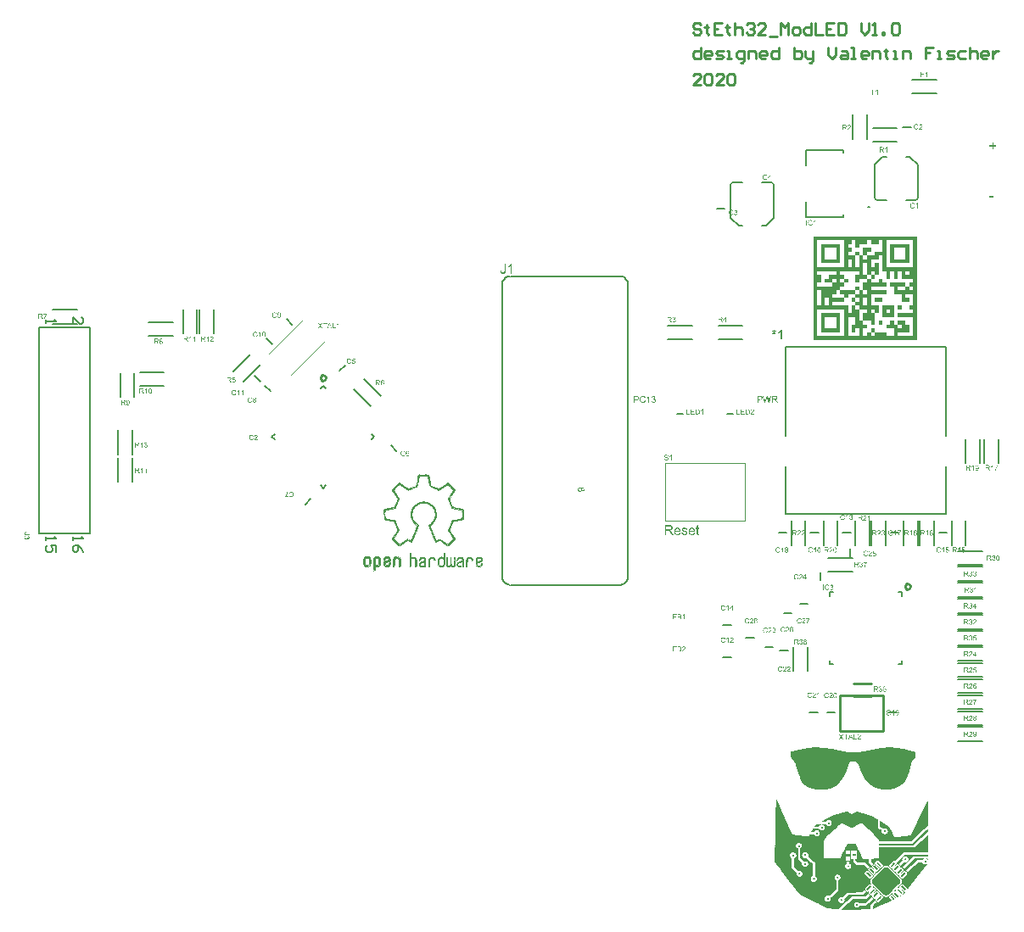
<source format=gto>
G04*
G04 #@! TF.GenerationSoftware,Altium Limited,Altium Designer,19.1.9 (167)*
G04*
G04 Layer_Color=65535*
%FSLAX25Y25*%
%MOIN*%
G70*
G01*
G75*
%ADD10C,0.01000*%
%ADD11C,0.00787*%
%ADD12C,0.00591*%
%ADD13C,0.00394*%
%ADD14C,0.00600*%
%ADD15C,0.00500*%
%ADD16C,0.00900*%
G36*
X-38872Y273042D02*
Y272975D01*
Y272907D01*
Y272839D01*
Y272771D01*
Y272703D01*
Y272635D01*
Y272567D01*
Y272499D01*
Y272431D01*
Y272363D01*
Y272295D01*
Y272228D01*
Y272160D01*
Y272092D01*
Y272024D01*
Y271956D01*
Y271888D01*
Y271820D01*
Y271752D01*
Y271684D01*
Y271616D01*
Y271548D01*
Y271480D01*
Y271412D01*
Y271345D01*
Y271277D01*
Y271209D01*
Y271141D01*
Y271073D01*
Y271005D01*
Y270937D01*
Y270869D01*
Y270801D01*
Y270733D01*
Y270665D01*
Y270598D01*
Y270530D01*
Y270462D01*
Y270394D01*
Y270326D01*
Y270258D01*
Y270190D01*
Y270122D01*
Y270054D01*
Y269986D01*
Y269918D01*
Y269850D01*
Y269782D01*
Y269715D01*
Y269647D01*
Y269579D01*
Y269511D01*
Y269443D01*
Y269375D01*
Y269307D01*
Y269239D01*
Y269171D01*
Y269103D01*
Y269035D01*
Y268968D01*
Y268900D01*
Y268832D01*
Y268764D01*
Y268696D01*
Y268628D01*
Y268560D01*
Y268492D01*
Y268424D01*
Y268356D01*
Y268288D01*
Y268220D01*
Y268152D01*
Y268085D01*
Y268017D01*
Y267949D01*
Y267881D01*
Y267813D01*
Y267745D01*
Y267677D01*
Y267609D01*
Y267541D01*
Y267473D01*
Y267405D01*
Y267337D01*
Y267270D01*
Y267202D01*
Y267134D01*
Y267066D01*
Y266998D01*
Y266930D01*
Y266862D01*
Y266794D01*
Y266726D01*
Y266658D01*
Y266590D01*
Y266523D01*
Y266455D01*
Y266387D01*
Y266319D01*
Y266251D01*
Y266183D01*
Y266115D01*
Y266047D01*
Y265979D01*
Y265911D01*
Y265843D01*
Y265775D01*
Y265707D01*
Y265640D01*
Y265572D01*
Y265504D01*
Y265436D01*
Y265368D01*
Y265300D01*
Y265232D01*
Y265164D01*
Y265096D01*
Y265028D01*
Y264960D01*
Y264893D01*
Y264825D01*
Y264757D01*
Y264689D01*
Y264621D01*
Y264553D01*
Y264485D01*
Y264417D01*
Y264349D01*
Y264281D01*
Y264213D01*
Y264145D01*
Y264077D01*
Y264010D01*
Y263942D01*
Y263874D01*
Y263806D01*
Y263738D01*
Y263670D01*
Y263602D01*
Y263534D01*
Y263466D01*
Y263398D01*
Y263330D01*
Y263263D01*
Y263195D01*
Y263127D01*
Y263059D01*
Y262991D01*
Y262923D01*
Y262855D01*
Y262787D01*
Y262719D01*
Y262651D01*
Y262583D01*
Y262515D01*
Y262448D01*
Y262380D01*
Y262312D01*
Y262244D01*
Y262176D01*
Y262108D01*
Y262040D01*
Y261972D01*
Y261904D01*
Y261836D01*
Y261768D01*
Y261700D01*
Y261632D01*
Y261565D01*
Y261497D01*
Y261429D01*
Y261361D01*
Y261293D01*
Y261225D01*
Y261157D01*
Y261089D01*
Y261021D01*
Y260953D01*
Y260885D01*
Y260818D01*
Y260750D01*
Y260682D01*
Y260614D01*
Y260546D01*
Y260478D01*
Y260410D01*
Y260342D01*
Y260274D01*
Y260206D01*
Y260138D01*
Y260070D01*
Y260002D01*
Y259935D01*
Y259867D01*
Y259799D01*
Y259731D01*
Y259663D01*
Y259595D01*
Y259527D01*
Y259459D01*
Y259391D01*
Y259323D01*
Y259255D01*
Y259188D01*
Y259120D01*
Y259052D01*
Y258984D01*
Y258916D01*
Y258848D01*
Y258780D01*
Y258712D01*
Y258644D01*
Y258576D01*
Y258508D01*
Y258440D01*
Y258372D01*
Y258305D01*
Y258237D01*
Y258169D01*
Y258101D01*
Y258033D01*
Y257965D01*
Y257897D01*
Y257829D01*
Y257761D01*
Y257693D01*
Y257625D01*
Y257558D01*
Y257490D01*
Y257422D01*
Y257354D01*
Y257286D01*
Y257218D01*
Y257150D01*
Y257082D01*
Y257014D01*
Y256946D01*
Y256878D01*
Y256810D01*
Y256743D01*
Y256675D01*
Y256607D01*
Y256539D01*
Y256471D01*
Y256403D01*
Y256335D01*
Y256267D01*
Y256199D01*
Y256131D01*
Y256063D01*
Y255995D01*
Y255927D01*
Y255860D01*
Y255792D01*
Y255724D01*
Y255656D01*
Y255588D01*
Y255520D01*
Y255452D01*
Y255384D01*
Y255316D01*
Y255248D01*
Y255180D01*
Y255113D01*
Y255045D01*
Y254977D01*
Y254909D01*
Y254841D01*
Y254773D01*
Y254705D01*
Y254637D01*
Y254569D01*
Y254501D01*
Y254433D01*
Y254365D01*
Y254297D01*
Y254230D01*
Y254162D01*
Y254094D01*
Y254026D01*
Y253958D01*
Y253890D01*
Y253822D01*
Y253754D01*
Y253686D01*
Y253618D01*
Y253550D01*
Y253483D01*
Y253415D01*
Y253347D01*
Y253279D01*
Y253211D01*
Y253143D01*
Y253075D01*
Y253007D01*
Y252939D01*
Y252871D01*
Y252803D01*
Y252735D01*
Y252667D01*
Y252600D01*
Y252532D01*
Y252464D01*
Y252396D01*
Y252328D01*
Y252260D01*
Y252192D01*
Y252124D01*
Y252056D01*
Y251988D01*
Y251920D01*
Y251852D01*
Y251785D01*
Y251717D01*
Y251649D01*
Y251581D01*
Y251513D01*
Y251445D01*
Y251377D01*
Y251309D01*
Y251241D01*
Y251173D01*
Y251105D01*
Y251038D01*
Y250970D01*
Y250902D01*
Y250834D01*
Y250766D01*
Y250698D01*
Y250630D01*
Y250562D01*
Y250494D01*
Y250426D01*
Y250358D01*
Y250290D01*
Y250222D01*
Y250155D01*
Y250087D01*
Y250019D01*
Y249951D01*
Y249883D01*
Y249815D01*
Y249747D01*
Y249679D01*
Y249611D01*
Y249543D01*
Y249475D01*
Y249408D01*
Y249340D01*
Y249272D01*
Y249204D01*
Y249136D01*
Y249068D01*
Y249000D01*
Y248932D01*
Y248864D01*
Y248796D01*
Y248728D01*
Y248660D01*
Y248592D01*
Y248525D01*
Y248457D01*
Y248389D01*
Y248321D01*
Y248253D01*
Y248185D01*
Y248117D01*
Y248049D01*
Y247981D01*
Y247913D01*
Y247845D01*
Y247778D01*
Y247710D01*
Y247642D01*
Y247574D01*
Y247506D01*
Y247438D01*
Y247370D01*
Y247302D01*
Y247234D01*
Y247166D01*
Y247098D01*
Y247030D01*
Y246962D01*
Y246895D01*
Y246827D01*
Y246759D01*
Y246691D01*
Y246623D01*
Y246555D01*
Y246487D01*
Y246419D01*
Y246351D01*
Y246283D01*
Y246215D01*
Y246147D01*
Y246080D01*
Y246012D01*
Y245944D01*
Y245876D01*
Y245808D01*
Y245740D01*
Y245672D01*
Y245604D01*
Y245536D01*
Y245468D01*
Y245400D01*
Y245333D01*
Y245265D01*
Y245197D01*
Y245129D01*
Y245061D01*
Y244993D01*
Y244925D01*
Y244857D01*
Y244789D01*
Y244721D01*
Y244653D01*
Y244585D01*
Y244517D01*
Y244450D01*
Y244382D01*
Y244314D01*
Y244246D01*
Y244178D01*
Y244110D01*
Y244042D01*
Y243974D01*
Y243906D01*
Y243838D01*
Y243770D01*
Y243703D01*
Y243635D01*
Y243567D01*
Y243499D01*
Y243431D01*
Y243363D01*
Y243295D01*
Y243227D01*
Y243159D01*
Y243091D01*
Y243023D01*
Y242955D01*
Y242887D01*
Y242820D01*
Y242752D01*
Y242684D01*
Y242616D01*
Y242548D01*
Y242480D01*
Y242412D01*
Y242344D01*
Y242276D01*
Y242208D01*
Y242140D01*
Y242073D01*
Y242005D01*
Y241937D01*
Y241869D01*
Y241801D01*
Y241733D01*
Y241665D01*
Y241597D01*
Y241529D01*
Y241461D01*
Y241393D01*
Y241325D01*
Y241258D01*
Y241190D01*
Y241122D01*
Y241054D01*
Y240986D01*
Y240918D01*
Y240850D01*
Y240782D01*
Y240714D01*
Y240646D01*
Y240578D01*
Y240510D01*
Y240442D01*
Y240375D01*
Y240307D01*
Y240239D01*
Y240171D01*
Y240103D01*
Y240035D01*
Y239967D01*
Y239899D01*
Y239831D01*
Y239763D01*
Y239695D01*
Y239628D01*
Y239560D01*
Y239492D01*
Y239424D01*
Y239356D01*
Y239288D01*
Y239220D01*
Y239152D01*
Y239084D01*
Y239016D01*
Y238948D01*
Y238880D01*
Y238812D01*
Y238745D01*
Y238677D01*
Y238609D01*
Y238541D01*
Y238473D01*
Y238405D01*
Y238337D01*
Y238269D01*
Y238201D01*
Y238133D01*
Y238065D01*
Y237998D01*
Y237930D01*
Y237862D01*
Y237794D01*
Y237726D01*
Y237658D01*
Y237590D01*
Y237522D01*
Y237454D01*
Y237386D01*
Y237318D01*
Y237250D01*
Y237182D01*
Y237115D01*
Y237047D01*
Y236979D01*
Y236911D01*
Y236843D01*
Y236775D01*
Y236707D01*
Y236639D01*
Y236571D01*
Y236503D01*
Y236435D01*
Y236368D01*
Y236300D01*
Y236232D01*
Y236164D01*
Y236096D01*
Y236028D01*
Y235960D01*
Y235892D01*
Y235824D01*
Y235756D01*
Y235688D01*
Y235620D01*
Y235553D01*
Y235485D01*
Y235417D01*
Y235349D01*
Y235281D01*
Y235213D01*
Y235145D01*
Y235077D01*
Y235009D01*
Y234941D01*
Y234873D01*
Y234805D01*
Y234737D01*
Y234670D01*
Y234602D01*
Y234534D01*
Y234466D01*
Y234398D01*
Y234330D01*
Y234262D01*
Y234194D01*
Y234126D01*
Y234058D01*
Y233990D01*
Y233923D01*
Y233855D01*
Y233787D01*
Y233719D01*
Y233651D01*
Y233583D01*
Y233515D01*
Y233447D01*
Y233379D01*
Y233311D01*
Y233243D01*
Y233175D01*
Y233107D01*
Y233040D01*
Y232972D01*
Y232904D01*
Y232836D01*
Y232768D01*
Y232700D01*
Y232632D01*
Y232564D01*
Y232496D01*
Y232428D01*
Y232360D01*
X-79622D01*
Y232428D01*
Y232496D01*
Y232564D01*
Y232632D01*
Y232700D01*
Y232768D01*
Y232836D01*
Y232904D01*
Y232972D01*
Y233040D01*
Y233107D01*
Y233175D01*
Y233243D01*
Y233311D01*
Y233379D01*
Y233447D01*
Y233515D01*
Y233583D01*
Y233651D01*
Y233719D01*
Y233787D01*
Y233855D01*
Y233923D01*
Y233990D01*
Y234058D01*
Y234126D01*
Y234194D01*
Y234262D01*
Y234330D01*
Y234398D01*
Y234466D01*
Y234534D01*
Y234602D01*
Y234670D01*
Y234737D01*
Y234805D01*
Y234873D01*
Y234941D01*
Y235009D01*
Y235077D01*
Y235145D01*
Y235213D01*
Y235281D01*
Y235349D01*
Y235417D01*
Y235485D01*
Y235553D01*
Y235620D01*
Y235688D01*
Y235756D01*
Y235824D01*
Y235892D01*
Y235960D01*
Y236028D01*
Y236096D01*
Y236164D01*
Y236232D01*
Y236300D01*
Y236368D01*
Y236435D01*
Y236503D01*
Y236571D01*
Y236639D01*
Y236707D01*
Y236775D01*
Y236843D01*
Y236911D01*
Y236979D01*
Y237047D01*
Y237115D01*
Y237182D01*
Y237250D01*
Y237318D01*
Y237386D01*
Y237454D01*
Y237522D01*
Y237590D01*
Y237658D01*
Y237726D01*
Y237794D01*
Y237862D01*
Y237930D01*
Y237998D01*
Y238065D01*
Y238133D01*
Y238201D01*
Y238269D01*
Y238337D01*
Y238405D01*
Y238473D01*
Y238541D01*
Y238609D01*
Y238677D01*
Y238745D01*
Y238812D01*
Y238880D01*
Y238948D01*
Y239016D01*
Y239084D01*
Y239152D01*
Y239220D01*
Y239288D01*
Y239356D01*
Y239424D01*
Y239492D01*
Y239560D01*
Y239628D01*
Y239695D01*
Y239763D01*
Y239831D01*
Y239899D01*
Y239967D01*
Y240035D01*
Y240103D01*
Y240171D01*
Y240239D01*
Y240307D01*
Y240375D01*
Y240442D01*
Y240510D01*
Y240578D01*
Y240646D01*
Y240714D01*
Y240782D01*
Y240850D01*
Y240918D01*
Y240986D01*
Y241054D01*
Y241122D01*
Y241190D01*
Y241258D01*
Y241325D01*
Y241393D01*
Y241461D01*
Y241529D01*
Y241597D01*
Y241665D01*
Y241733D01*
Y241801D01*
Y241869D01*
Y241937D01*
Y242005D01*
Y242073D01*
Y242140D01*
Y242208D01*
Y242276D01*
Y242344D01*
Y242412D01*
Y242480D01*
Y242548D01*
Y242616D01*
Y242684D01*
Y242752D01*
Y242820D01*
Y242887D01*
Y242955D01*
Y243023D01*
Y243091D01*
Y243159D01*
Y243227D01*
Y243295D01*
Y243363D01*
Y243431D01*
Y243499D01*
Y243567D01*
Y243635D01*
Y243703D01*
Y243770D01*
Y243838D01*
Y243906D01*
Y243974D01*
Y244042D01*
Y244110D01*
Y244178D01*
Y244246D01*
Y244314D01*
Y244382D01*
Y244450D01*
Y244517D01*
Y244585D01*
Y244653D01*
Y244721D01*
Y244789D01*
Y244857D01*
Y244925D01*
Y244993D01*
Y245061D01*
Y245129D01*
Y245197D01*
Y245265D01*
Y245333D01*
Y245400D01*
Y245468D01*
Y245536D01*
Y245604D01*
Y245672D01*
Y245740D01*
Y245808D01*
Y245876D01*
Y245944D01*
Y246012D01*
Y246080D01*
Y246147D01*
Y246215D01*
Y246283D01*
Y246351D01*
Y246419D01*
Y246487D01*
Y246555D01*
Y246623D01*
Y246691D01*
Y246759D01*
Y246827D01*
Y246895D01*
Y246962D01*
Y247030D01*
Y247098D01*
Y247166D01*
Y247234D01*
Y247302D01*
Y247370D01*
Y247438D01*
Y247506D01*
Y247574D01*
Y247642D01*
Y247710D01*
Y247778D01*
Y247845D01*
Y247913D01*
Y247981D01*
Y248049D01*
Y248117D01*
Y248185D01*
Y248253D01*
Y248321D01*
Y248389D01*
Y248457D01*
Y248525D01*
Y248592D01*
Y248660D01*
Y248728D01*
Y248796D01*
Y248864D01*
Y248932D01*
Y249000D01*
Y249068D01*
Y249136D01*
Y249204D01*
Y249272D01*
Y249340D01*
Y249408D01*
Y249475D01*
Y249543D01*
Y249611D01*
Y249679D01*
Y249747D01*
Y249815D01*
Y249883D01*
Y249951D01*
Y250019D01*
Y250087D01*
Y250155D01*
Y250222D01*
Y250290D01*
Y250358D01*
Y250426D01*
Y250494D01*
Y250562D01*
Y250630D01*
Y250698D01*
Y250766D01*
Y250834D01*
Y250902D01*
Y250970D01*
Y251038D01*
Y251105D01*
Y251173D01*
Y251241D01*
Y251309D01*
Y251377D01*
Y251445D01*
Y251513D01*
Y251581D01*
Y251649D01*
Y251717D01*
Y251785D01*
Y251852D01*
Y251920D01*
Y251988D01*
Y252056D01*
Y252124D01*
Y252192D01*
Y252260D01*
Y252328D01*
Y252396D01*
Y252464D01*
Y252532D01*
Y252600D01*
Y252667D01*
Y252735D01*
Y252803D01*
Y252871D01*
Y252939D01*
Y253007D01*
Y253075D01*
Y253143D01*
Y253211D01*
Y253279D01*
Y253347D01*
Y253415D01*
Y253483D01*
Y253550D01*
Y253618D01*
Y253686D01*
Y253754D01*
Y253822D01*
Y253890D01*
Y253958D01*
Y254026D01*
Y254094D01*
Y254162D01*
Y254230D01*
Y254297D01*
Y254365D01*
Y254433D01*
Y254501D01*
Y254569D01*
Y254637D01*
Y254705D01*
Y254773D01*
Y254841D01*
Y254909D01*
Y254977D01*
Y255045D01*
Y255113D01*
Y255180D01*
Y255248D01*
Y255316D01*
Y255384D01*
Y255452D01*
Y255520D01*
Y255588D01*
Y255656D01*
Y255724D01*
Y255792D01*
Y255860D01*
Y255927D01*
Y255995D01*
Y256063D01*
Y256131D01*
Y256199D01*
Y256267D01*
Y256335D01*
Y256403D01*
Y256471D01*
Y256539D01*
Y256607D01*
Y256675D01*
Y256743D01*
Y256810D01*
Y256878D01*
Y256946D01*
Y257014D01*
Y257082D01*
Y257150D01*
Y257218D01*
Y257286D01*
Y257354D01*
Y257422D01*
Y257490D01*
Y257558D01*
Y257625D01*
Y257693D01*
Y257761D01*
Y257829D01*
Y257897D01*
Y257965D01*
Y258033D01*
Y258101D01*
Y258169D01*
Y258237D01*
Y258305D01*
Y258372D01*
Y258440D01*
Y258508D01*
Y258576D01*
Y258644D01*
Y258712D01*
Y258780D01*
Y258848D01*
Y258916D01*
Y258984D01*
Y259052D01*
Y259120D01*
Y259188D01*
Y259255D01*
Y259323D01*
Y259391D01*
Y259459D01*
Y259527D01*
Y259595D01*
Y259663D01*
Y259731D01*
Y259799D01*
Y259867D01*
Y259935D01*
Y260002D01*
Y260070D01*
Y260138D01*
Y260206D01*
Y260274D01*
Y260342D01*
Y260410D01*
Y260478D01*
Y260546D01*
Y260614D01*
Y260682D01*
Y260750D01*
Y260818D01*
Y260885D01*
Y260953D01*
Y261021D01*
Y261089D01*
Y261157D01*
Y261225D01*
Y261293D01*
Y261361D01*
Y261429D01*
Y261497D01*
Y261565D01*
Y261632D01*
Y261700D01*
Y261768D01*
Y261836D01*
Y261904D01*
Y261972D01*
Y262040D01*
Y262108D01*
Y262176D01*
Y262244D01*
Y262312D01*
Y262380D01*
Y262448D01*
Y262515D01*
Y262583D01*
Y262651D01*
Y262719D01*
Y262787D01*
Y262855D01*
Y262923D01*
Y262991D01*
Y263059D01*
Y263127D01*
Y263195D01*
Y263263D01*
Y263330D01*
Y263398D01*
Y263466D01*
Y263534D01*
Y263602D01*
Y263670D01*
Y263738D01*
Y263806D01*
Y263874D01*
Y263942D01*
Y264010D01*
Y264077D01*
Y264145D01*
Y264213D01*
Y264281D01*
Y264349D01*
Y264417D01*
Y264485D01*
Y264553D01*
Y264621D01*
Y264689D01*
Y264757D01*
Y264825D01*
Y264893D01*
Y264960D01*
Y265028D01*
Y265096D01*
Y265164D01*
Y265232D01*
Y265300D01*
Y265368D01*
Y265436D01*
Y265504D01*
Y265572D01*
Y265640D01*
Y265707D01*
Y265775D01*
Y265843D01*
Y265911D01*
Y265979D01*
Y266047D01*
Y266115D01*
Y266183D01*
Y266251D01*
Y266319D01*
Y266387D01*
Y266455D01*
Y266523D01*
Y266590D01*
Y266658D01*
Y266726D01*
Y266794D01*
Y266862D01*
Y266930D01*
Y266998D01*
Y267066D01*
Y267134D01*
Y267202D01*
Y267270D01*
Y267337D01*
Y267405D01*
Y267473D01*
Y267541D01*
Y267609D01*
Y267677D01*
Y267745D01*
Y267813D01*
Y267881D01*
Y267949D01*
Y268017D01*
Y268085D01*
Y268152D01*
Y268220D01*
Y268288D01*
Y268356D01*
Y268424D01*
Y268492D01*
Y268560D01*
Y268628D01*
Y268696D01*
Y268764D01*
Y268832D01*
Y268900D01*
Y268968D01*
Y269035D01*
Y269103D01*
Y269171D01*
Y269239D01*
Y269307D01*
Y269375D01*
Y269443D01*
Y269511D01*
Y269579D01*
Y269647D01*
Y269715D01*
Y269782D01*
Y269850D01*
Y269918D01*
Y269986D01*
Y270054D01*
Y270122D01*
Y270190D01*
Y270258D01*
Y270326D01*
Y270394D01*
Y270462D01*
Y270530D01*
Y270598D01*
Y270665D01*
Y270733D01*
Y270801D01*
Y270869D01*
Y270937D01*
Y271005D01*
Y271073D01*
Y271141D01*
Y271209D01*
Y271277D01*
Y271345D01*
Y271412D01*
Y271480D01*
Y271548D01*
Y271616D01*
Y271684D01*
Y271752D01*
Y271820D01*
Y271888D01*
Y271956D01*
Y272024D01*
Y272092D01*
Y272160D01*
Y272228D01*
Y272295D01*
Y272363D01*
Y272431D01*
Y272499D01*
Y272567D01*
Y272635D01*
Y272703D01*
Y272771D01*
Y272839D01*
Y272907D01*
Y272975D01*
Y273042D01*
Y273110D01*
X-38872D01*
Y273042D01*
D02*
G37*
G36*
X-231539Y179471D02*
X-230793D01*
Y179365D01*
X-230580D01*
Y179258D01*
Y179151D01*
Y179045D01*
X-230473D01*
Y178938D01*
Y178832D01*
Y178725D01*
Y178619D01*
X-230367D01*
Y178512D01*
Y178405D01*
Y178299D01*
X-230260D01*
Y178192D01*
Y178086D01*
Y177979D01*
Y177872D01*
Y177766D01*
Y177659D01*
X-230154D01*
Y177553D01*
Y177446D01*
Y177339D01*
Y177233D01*
Y177126D01*
X-230047D01*
Y177020D01*
Y176913D01*
Y176806D01*
Y176700D01*
Y176593D01*
X-229941D01*
Y176487D01*
Y176380D01*
Y176274D01*
Y176167D01*
Y176060D01*
Y175954D01*
X-229834D01*
Y175847D01*
Y175741D01*
Y175634D01*
Y175527D01*
Y175421D01*
X-229727D01*
Y175314D01*
Y175208D01*
X-229514D01*
Y175101D01*
X-229301D01*
Y174994D01*
X-229088D01*
Y174888D01*
X-228875D01*
Y174781D01*
X-228661D01*
Y174675D01*
X-228448D01*
Y174568D01*
X-228129D01*
Y174461D01*
X-227809D01*
Y174355D01*
X-227489D01*
Y174248D01*
X-227169D01*
Y174142D01*
X-226956D01*
Y174035D01*
X-226636D01*
Y174142D01*
X-226423D01*
Y174035D01*
X-226316D01*
Y174142D01*
X-226423D01*
Y174248D01*
X-226210D01*
Y174355D01*
X-226103D01*
Y174461D01*
X-225890D01*
Y174568D01*
X-225783D01*
Y174675D01*
X-225570D01*
Y174781D01*
X-225464D01*
Y174888D01*
X-225251D01*
Y174994D01*
X-225144D01*
Y175101D01*
X-224931D01*
Y175208D01*
X-224717D01*
Y175314D01*
X-224611D01*
Y175421D01*
X-224398D01*
Y175527D01*
X-224291D01*
Y175634D01*
X-224185D01*
Y175741D01*
X-224078D01*
Y175847D01*
X-223971D01*
Y175954D01*
X-223758D01*
Y176060D01*
X-223652D01*
Y176167D01*
X-223438D01*
Y176274D01*
X-222905D01*
Y176167D01*
X-222799D01*
Y176060D01*
X-222692D01*
Y175954D01*
X-222586D01*
Y175847D01*
X-222479D01*
Y175741D01*
X-222373D01*
Y175634D01*
X-222266D01*
Y175527D01*
X-222159D01*
Y175421D01*
X-222053D01*
Y175314D01*
X-221946D01*
Y175208D01*
X-221839D01*
Y175101D01*
X-221733D01*
Y174994D01*
X-221520D01*
Y174888D01*
X-221413D01*
Y174781D01*
X-221307D01*
Y174675D01*
X-221200D01*
Y174568D01*
X-221093D01*
Y174461D01*
X-220987D01*
Y174355D01*
X-220880D01*
Y174248D01*
Y174142D01*
X-220774D01*
Y174035D01*
X-220667D01*
Y173928D01*
X-220560D01*
Y173822D01*
X-220454D01*
Y173715D01*
X-220347D01*
Y173609D01*
Y173502D01*
X-220241D01*
Y173396D01*
X-220134D01*
Y173289D01*
X-220241D01*
Y173182D01*
Y173076D01*
X-220347D01*
Y172969D01*
X-220454D01*
Y172863D01*
Y172756D01*
X-220560D01*
Y172649D01*
Y172543D01*
X-220667D01*
Y172436D01*
X-220774D01*
Y172330D01*
Y172223D01*
X-220880D01*
Y172116D01*
X-220987D01*
Y172010D01*
Y171903D01*
X-221093D01*
Y171797D01*
X-221200D01*
Y171690D01*
Y171583D01*
X-221307D01*
Y171477D01*
X-221413D01*
Y171370D01*
X-221520D01*
Y171264D01*
Y171157D01*
X-221626D01*
Y171051D01*
X-221733D01*
Y170944D01*
Y170837D01*
X-221839D01*
Y170731D01*
Y170624D01*
X-221946D01*
Y170518D01*
X-222053D01*
Y170411D01*
Y170304D01*
X-222159D01*
Y170198D01*
X-222266D01*
Y170091D01*
Y169985D01*
X-222373D01*
Y169878D01*
Y169771D01*
Y169665D01*
Y169558D01*
Y169452D01*
X-222266D01*
Y169345D01*
Y169238D01*
Y169132D01*
X-222159D01*
Y169025D01*
Y168919D01*
X-222053D01*
Y168812D01*
Y168705D01*
X-221946D01*
Y168599D01*
Y168492D01*
X-221839D01*
Y168386D01*
Y168279D01*
Y168173D01*
X-221733D01*
Y168066D01*
Y167959D01*
Y167853D01*
X-221626D01*
Y167746D01*
Y167640D01*
X-221520D01*
Y167533D01*
Y167426D01*
X-221413D01*
Y167320D01*
Y167213D01*
X-221307D01*
Y167107D01*
X-221200D01*
Y167000D01*
X-221093D01*
Y166893D01*
X-220987D01*
Y166787D01*
X-220880D01*
Y166680D01*
X-220560D01*
Y166574D01*
X-220134D01*
Y166467D01*
X-219601D01*
Y166360D01*
X-219068D01*
Y166254D01*
X-218215D01*
Y166147D01*
X-217789D01*
Y166041D01*
X-217469D01*
Y165934D01*
X-217149D01*
Y165828D01*
X-216936D01*
Y165721D01*
Y165614D01*
Y165508D01*
Y165401D01*
Y165295D01*
Y165188D01*
Y165081D01*
Y164975D01*
Y164868D01*
Y164762D01*
Y164655D01*
Y164548D01*
Y164442D01*
Y164335D01*
Y164229D01*
Y164122D01*
Y164015D01*
Y163909D01*
Y163802D01*
Y163696D01*
Y163589D01*
Y163482D01*
Y163376D01*
Y163269D01*
Y163163D01*
Y163056D01*
Y162950D01*
Y162843D01*
Y162736D01*
Y162630D01*
Y162523D01*
Y162417D01*
Y162310D01*
X-217043D01*
Y162203D01*
Y162097D01*
Y161990D01*
Y161884D01*
Y161777D01*
Y161670D01*
X-217256D01*
Y161564D01*
X-217683D01*
Y161457D01*
X-218002D01*
Y161351D01*
X-218748D01*
Y161244D01*
X-219281D01*
Y161137D01*
X-219814D01*
Y161031D01*
X-220454D01*
Y160924D01*
X-220880D01*
Y160818D01*
X-221093D01*
Y160711D01*
Y160604D01*
X-221200D01*
Y160498D01*
Y160391D01*
X-221307D01*
Y160285D01*
Y160178D01*
X-221413D01*
Y160072D01*
Y159965D01*
X-221520D01*
Y159858D01*
Y159752D01*
Y159645D01*
X-221626D01*
Y159538D01*
Y159432D01*
Y159325D01*
X-221733D01*
Y159219D01*
Y159112D01*
X-221839D01*
Y159006D01*
Y158899D01*
Y158792D01*
X-221946D01*
Y158686D01*
Y158579D01*
Y158473D01*
X-222053D01*
Y158366D01*
Y158259D01*
X-222159D01*
Y158153D01*
Y158046D01*
Y157940D01*
X-222266D01*
Y157833D01*
Y157727D01*
Y157620D01*
X-222159D01*
Y157513D01*
Y157407D01*
Y157300D01*
X-222053D01*
Y157194D01*
Y157087D01*
X-221946D01*
Y156980D01*
Y156874D01*
X-221839D01*
Y156767D01*
X-221733D01*
Y156660D01*
Y156554D01*
X-221626D01*
Y156447D01*
X-221520D01*
Y156341D01*
Y156234D01*
X-221413D01*
Y156128D01*
Y156021D01*
X-221307D01*
Y155914D01*
X-221200D01*
Y155808D01*
Y155701D01*
X-221093D01*
Y155595D01*
X-220987D01*
Y155488D01*
X-220880D01*
Y155381D01*
Y155275D01*
X-220774D01*
Y155168D01*
X-220667D01*
Y155062D01*
X-220560D01*
Y154955D01*
Y154849D01*
X-220454D01*
Y154742D01*
Y154635D01*
X-220347D01*
Y154529D01*
Y154422D01*
X-220241D01*
Y154315D01*
Y154209D01*
X-220134D01*
Y154102D01*
X-220241D01*
Y153996D01*
X-220347D01*
Y153889D01*
X-220454D01*
Y153783D01*
Y153676D01*
X-220560D01*
Y153569D01*
X-220667D01*
Y153463D01*
X-220774D01*
Y153356D01*
X-220880D01*
Y153250D01*
X-220987D01*
Y153143D01*
X-221093D01*
Y153036D01*
X-221200D01*
Y152930D01*
X-221307D01*
Y152823D01*
X-221413D01*
Y152717D01*
X-221520D01*
Y152610D01*
X-221626D01*
Y152503D01*
X-221733D01*
Y152397D01*
X-221839D01*
Y152290D01*
X-221946D01*
Y152184D01*
X-222053D01*
Y152077D01*
X-222159D01*
Y151971D01*
X-222266D01*
Y151864D01*
X-222373D01*
Y151757D01*
X-222479D01*
Y151651D01*
X-222692D01*
Y151544D01*
X-222799D01*
Y151437D01*
X-222905D01*
Y151331D01*
X-223012D01*
Y151224D01*
X-223119D01*
Y151331D01*
X-223332D01*
Y151437D01*
X-223545D01*
Y151544D01*
X-223758D01*
Y151651D01*
X-223865D01*
Y151757D01*
X-224078D01*
Y151864D01*
X-224185D01*
Y151971D01*
X-224398D01*
Y152077D01*
X-224504D01*
Y152184D01*
X-224717D01*
Y152290D01*
X-224824D01*
Y152397D01*
X-225037D01*
Y152503D01*
X-225144D01*
Y152610D01*
X-225357D01*
Y152717D01*
X-225464D01*
Y152823D01*
X-225677D01*
Y152930D01*
X-225783D01*
Y153036D01*
X-225890D01*
Y153143D01*
X-225997D01*
Y153250D01*
X-226849D01*
Y153143D01*
X-227063D01*
Y153036D01*
X-227276D01*
Y152930D01*
X-227489D01*
Y152823D01*
X-227809D01*
Y152717D01*
X-228129D01*
Y152823D01*
Y152930D01*
X-228235D01*
Y153036D01*
Y153143D01*
X-228342D01*
Y153250D01*
Y153356D01*
X-228448D01*
Y153463D01*
X-228555D01*
Y153569D01*
Y153676D01*
Y153783D01*
X-228661D01*
Y153889D01*
Y153996D01*
X-228768D01*
Y154102D01*
Y154209D01*
X-228875D01*
Y154315D01*
Y154422D01*
Y154529D01*
X-228981D01*
Y154635D01*
Y154742D01*
X-229088D01*
Y154849D01*
Y154955D01*
Y155062D01*
X-229194D01*
Y155168D01*
Y155275D01*
X-229301D01*
Y155381D01*
Y155488D01*
Y155595D01*
X-229408D01*
Y155701D01*
Y155808D01*
X-229514D01*
Y155914D01*
Y156021D01*
Y156128D01*
X-229621D01*
Y156234D01*
Y156341D01*
X-229727D01*
Y156447D01*
Y156554D01*
Y156660D01*
X-229834D01*
Y156767D01*
Y156874D01*
X-229941D01*
Y156980D01*
Y157087D01*
X-230047D01*
Y157194D01*
Y157300D01*
Y157407D01*
X-230154D01*
Y157513D01*
Y157620D01*
X-230260D01*
Y157727D01*
Y157833D01*
X-230367D01*
Y157940D01*
Y158046D01*
Y158153D01*
X-230473D01*
Y158259D01*
Y158366D01*
X-230580D01*
Y158473D01*
Y158579D01*
X-230687D01*
Y158686D01*
Y158792D01*
Y158899D01*
X-230793D01*
Y159006D01*
Y159112D01*
Y159219D01*
X-230900D01*
Y159325D01*
Y159432D01*
Y159538D01*
Y159645D01*
X-230793D01*
Y159752D01*
X-230687D01*
Y159858D01*
X-230473D01*
Y159965D01*
X-230367D01*
Y160072D01*
X-230260D01*
Y160178D01*
X-230047D01*
Y160285D01*
X-229941D01*
Y160391D01*
X-229834D01*
Y160498D01*
X-229727D01*
Y160604D01*
X-229621D01*
Y160711D01*
X-229514D01*
Y160818D01*
X-229408D01*
Y160924D01*
X-229301D01*
Y161031D01*
Y161137D01*
X-229194D01*
Y161244D01*
X-229088D01*
Y161351D01*
Y161457D01*
X-228981D01*
Y161564D01*
X-228875D01*
Y161670D01*
Y161777D01*
X-228768D01*
Y161884D01*
Y161990D01*
X-228661D01*
Y162097D01*
Y162203D01*
X-228555D01*
Y162310D01*
Y162417D01*
Y162523D01*
Y162630D01*
X-228448D01*
Y162736D01*
Y162843D01*
Y162950D01*
Y163056D01*
X-228342D01*
Y163163D01*
Y163269D01*
Y163376D01*
Y163482D01*
Y163589D01*
Y163696D01*
Y163802D01*
Y163909D01*
Y164015D01*
Y164122D01*
Y164229D01*
Y164335D01*
Y164442D01*
Y164548D01*
X-228448D01*
Y164655D01*
Y164762D01*
Y164868D01*
Y164975D01*
Y165081D01*
X-228555D01*
Y165188D01*
Y165295D01*
Y165401D01*
X-228661D01*
Y165508D01*
Y165614D01*
X-228768D01*
Y165721D01*
Y165828D01*
X-228875D01*
Y165934D01*
Y166041D01*
X-228981D01*
Y166147D01*
X-229088D01*
Y166254D01*
Y166360D01*
X-229194D01*
Y166467D01*
X-229301D01*
Y166574D01*
X-229408D01*
Y166680D01*
X-229514D01*
Y166787D01*
X-229621D01*
Y166893D01*
X-229727D01*
Y167000D01*
X-229834D01*
Y167107D01*
X-229941D01*
Y167213D01*
X-230154D01*
Y167320D01*
X-230260D01*
Y167426D01*
X-230473D01*
Y167533D01*
X-230687D01*
Y167640D01*
X-230900D01*
Y167746D01*
X-231113D01*
Y167853D01*
X-231326D01*
Y167959D01*
X-231753D01*
Y168066D01*
X-232392D01*
Y168173D01*
X-233138D01*
Y168066D01*
X-233671D01*
Y167959D01*
X-234204D01*
Y167853D01*
X-234524D01*
Y167746D01*
X-234737D01*
Y167640D01*
X-234950D01*
Y167533D01*
X-235057D01*
Y167426D01*
X-235270D01*
Y167320D01*
X-235377D01*
Y167213D01*
X-235483D01*
Y167107D01*
X-235697D01*
Y167000D01*
X-235803D01*
Y166893D01*
X-235910D01*
Y166787D01*
Y166680D01*
X-236016D01*
Y166574D01*
X-236123D01*
Y166467D01*
X-236229D01*
Y166360D01*
X-236336D01*
Y166254D01*
Y166147D01*
X-236443D01*
Y166041D01*
Y165934D01*
X-236549D01*
Y165828D01*
X-236656D01*
Y165721D01*
Y165614D01*
X-236762D01*
Y165508D01*
Y165401D01*
Y165295D01*
X-236869D01*
Y165188D01*
Y165081D01*
Y164975D01*
X-236976D01*
Y164868D01*
Y164762D01*
Y164655D01*
Y164548D01*
X-237082D01*
Y164442D01*
Y164335D01*
Y164229D01*
Y164122D01*
Y164015D01*
Y163909D01*
Y163802D01*
Y163696D01*
Y163589D01*
Y163482D01*
Y163376D01*
Y163269D01*
Y163163D01*
Y163056D01*
Y162950D01*
X-236976D01*
Y162843D01*
Y162736D01*
Y162630D01*
Y162523D01*
X-236869D01*
Y162417D01*
Y162310D01*
Y162203D01*
X-236762D01*
Y162097D01*
Y161990D01*
Y161884D01*
X-236656D01*
Y161777D01*
Y161670D01*
X-236549D01*
Y161564D01*
Y161457D01*
X-236443D01*
Y161351D01*
X-236336D01*
Y161244D01*
Y161137D01*
X-236229D01*
Y161031D01*
X-236123D01*
Y160924D01*
X-236016D01*
Y160818D01*
X-235910D01*
Y160711D01*
X-235803D01*
Y160604D01*
X-235697D01*
Y160498D01*
X-235590D01*
Y160391D01*
X-235483D01*
Y160285D01*
X-235270D01*
Y160178D01*
X-235164D01*
Y160072D01*
X-235057D01*
Y159965D01*
X-234950D01*
Y159858D01*
X-234844D01*
Y159752D01*
X-234737D01*
Y159645D01*
X-234631D01*
Y159538D01*
X-234524D01*
Y159432D01*
X-234631D01*
Y159325D01*
Y159219D01*
Y159112D01*
X-234737D01*
Y159006D01*
Y158899D01*
Y158792D01*
X-234844D01*
Y158686D01*
Y158579D01*
Y158473D01*
X-234950D01*
Y158366D01*
Y158259D01*
Y158153D01*
X-235057D01*
Y158046D01*
Y157940D01*
X-235164D01*
Y157833D01*
Y157727D01*
Y157620D01*
X-235270D01*
Y157513D01*
Y157407D01*
X-235377D01*
Y157300D01*
Y157194D01*
Y157087D01*
X-235483D01*
Y156980D01*
Y156874D01*
X-235590D01*
Y156767D01*
Y156660D01*
Y156554D01*
X-235697D01*
Y156447D01*
Y156341D01*
X-235803D01*
Y156234D01*
Y156128D01*
X-235910D01*
Y156021D01*
Y155914D01*
Y155808D01*
X-236016D01*
Y155701D01*
Y155595D01*
X-236123D01*
Y155488D01*
Y155381D01*
X-236229D01*
Y155275D01*
Y155168D01*
Y155062D01*
X-236336D01*
Y154955D01*
Y154849D01*
X-236443D01*
Y154742D01*
Y154635D01*
X-236549D01*
Y154529D01*
Y154422D01*
Y154315D01*
X-236656D01*
Y154209D01*
Y154102D01*
X-236762D01*
Y153996D01*
Y153889D01*
Y153783D01*
X-236869D01*
Y153676D01*
Y153569D01*
X-236976D01*
Y153463D01*
Y153356D01*
X-237082D01*
Y153250D01*
Y153143D01*
Y153036D01*
X-237189D01*
Y152930D01*
Y152823D01*
X-237295D01*
Y152717D01*
X-237828D01*
Y152823D01*
X-238042D01*
Y152930D01*
X-238148D01*
Y153036D01*
X-238361D01*
Y153143D01*
X-238468D01*
Y153250D01*
X-239321D01*
Y153143D01*
X-239427D01*
Y153036D01*
X-239640D01*
Y152930D01*
X-239747D01*
Y152823D01*
X-239960D01*
Y152717D01*
X-240067D01*
Y152610D01*
X-240280D01*
Y152503D01*
X-240387D01*
Y152397D01*
X-240600D01*
Y152290D01*
X-240706D01*
Y152184D01*
X-240919D01*
Y152290D01*
X-241026D01*
Y152184D01*
X-240919D01*
Y152077D01*
X-241026D01*
Y151971D01*
X-241133D01*
Y151864D01*
X-241346D01*
Y151757D01*
X-241559D01*
Y151651D01*
X-241666D01*
Y151544D01*
X-241879D01*
Y151437D01*
X-242092D01*
Y151331D01*
X-242518D01*
Y151437D01*
X-242625D01*
Y151544D01*
X-242732D01*
Y151651D01*
X-242838D01*
Y151757D01*
X-242945D01*
Y151864D01*
X-243051D01*
Y151971D01*
X-243265D01*
Y152077D01*
X-243371D01*
Y152184D01*
X-243478D01*
Y152290D01*
X-243584D01*
Y152397D01*
X-243691D01*
Y152503D01*
X-243798D01*
Y152610D01*
X-243904D01*
Y152717D01*
X-244011D01*
Y152823D01*
X-244117D01*
Y152930D01*
X-244224D01*
Y153036D01*
X-244331D01*
Y153143D01*
X-244437D01*
Y153250D01*
X-244544D01*
Y153356D01*
X-244650D01*
Y153463D01*
X-244757D01*
Y153569D01*
Y153676D01*
X-244864D01*
Y153783D01*
X-244970D01*
Y153889D01*
X-245077D01*
Y153996D01*
X-245183D01*
Y154102D01*
X-245290D01*
Y154209D01*
Y154315D01*
X-245183D01*
Y154422D01*
Y154529D01*
X-245077D01*
Y154635D01*
Y154742D01*
X-244970D01*
Y154849D01*
X-244864D01*
Y154955D01*
Y155062D01*
X-244757D01*
Y155168D01*
X-244650D01*
Y155275D01*
Y155381D01*
X-244544D01*
Y155488D01*
X-244437D01*
Y155595D01*
Y155701D01*
X-244331D01*
Y155808D01*
X-244224D01*
Y155914D01*
X-244117D01*
Y156021D01*
Y156128D01*
X-244011D01*
Y156234D01*
X-243904D01*
Y156341D01*
Y156447D01*
X-243798D01*
Y156554D01*
X-243691D01*
Y156660D01*
X-243584D01*
Y156767D01*
Y156874D01*
X-243478D01*
Y156980D01*
Y157087D01*
X-243371D01*
Y157194D01*
X-243265D01*
Y157300D01*
Y157407D01*
X-243158D01*
Y157513D01*
Y157620D01*
Y157727D01*
Y157833D01*
X-243265D01*
Y157940D01*
Y158046D01*
Y158153D01*
Y158259D01*
X-243371D01*
Y158366D01*
Y158473D01*
X-243478D01*
Y158579D01*
Y158686D01*
X-243584D01*
Y158792D01*
Y158899D01*
Y159006D01*
X-243691D01*
Y159112D01*
Y159219D01*
Y159325D01*
X-243798D01*
Y159432D01*
Y159538D01*
X-243904D01*
Y159645D01*
Y159752D01*
Y159858D01*
X-244011D01*
Y159965D01*
Y160072D01*
Y160178D01*
X-244117D01*
Y160285D01*
Y160391D01*
X-244224D01*
Y160498D01*
Y160604D01*
X-244331D01*
Y160711D01*
X-244437D01*
Y160818D01*
X-244650D01*
Y160924D01*
X-245077D01*
Y161031D01*
X-245610D01*
Y161137D01*
X-246143D01*
Y161244D01*
X-246782D01*
Y161351D01*
X-247422D01*
Y161457D01*
X-247848D01*
Y161564D01*
X-248168D01*
Y161670D01*
X-248381D01*
Y161777D01*
Y161884D01*
Y161990D01*
Y162097D01*
Y162203D01*
Y162310D01*
Y162417D01*
Y162523D01*
Y162630D01*
Y162736D01*
Y162843D01*
Y162950D01*
Y163056D01*
Y163163D01*
Y163269D01*
Y163376D01*
Y163482D01*
Y163589D01*
X-248488D01*
Y163696D01*
Y163802D01*
Y163909D01*
Y164015D01*
Y164122D01*
Y164229D01*
Y164335D01*
Y164442D01*
Y164548D01*
Y164655D01*
Y164762D01*
Y164868D01*
Y164975D01*
Y165081D01*
Y165188D01*
Y165295D01*
Y165401D01*
Y165508D01*
Y165614D01*
Y165721D01*
Y165828D01*
X-248381D01*
Y165934D01*
X-248061D01*
Y166041D01*
X-247635D01*
Y166147D01*
X-247208D01*
Y166254D01*
X-246569D01*
Y166360D01*
X-246036D01*
Y166467D01*
X-245396D01*
Y166574D01*
X-244970D01*
Y166680D01*
X-244650D01*
Y166787D01*
X-244331D01*
Y166680D01*
X-244224D01*
Y166787D01*
X-244331D01*
Y166893D01*
Y167000D01*
X-244224D01*
Y167107D01*
X-244117D01*
Y167213D01*
Y167320D01*
X-244011D01*
Y167426D01*
Y167533D01*
X-243904D01*
Y167640D01*
Y167746D01*
X-243798D01*
Y167853D01*
Y167959D01*
X-243691D01*
Y168066D01*
Y168173D01*
X-243584D01*
Y168279D01*
Y168386D01*
Y168492D01*
X-243478D01*
Y168599D01*
Y168705D01*
X-243371D01*
Y168812D01*
Y168919D01*
Y169025D01*
X-243265D01*
Y169132D01*
Y169238D01*
X-243158D01*
Y169345D01*
Y169452D01*
X-243051D01*
Y169558D01*
Y169665D01*
X-242945D01*
Y169771D01*
Y169878D01*
Y169985D01*
X-243051D01*
Y170091D01*
X-243158D01*
Y170198D01*
X-243265D01*
Y170304D01*
Y170411D01*
X-243371D01*
Y170518D01*
X-243478D01*
Y170624D01*
Y170731D01*
X-243584D01*
Y170837D01*
X-243691D01*
Y170944D01*
Y171051D01*
X-243798D01*
Y171157D01*
X-243904D01*
Y171264D01*
X-244011D01*
Y171370D01*
Y171477D01*
X-244117D01*
Y171583D01*
X-244224D01*
Y171690D01*
Y171797D01*
X-244331D01*
Y171903D01*
X-244437D01*
Y172010D01*
Y172116D01*
X-244544D01*
Y172223D01*
X-244650D01*
Y172330D01*
Y172436D01*
X-244757D01*
Y172543D01*
X-244864D01*
Y172649D01*
Y172756D01*
X-244970D01*
Y172863D01*
X-245077D01*
Y172969D01*
Y173076D01*
X-245183D01*
Y173182D01*
X-245290D01*
Y173289D01*
Y173396D01*
X-245183D01*
Y173502D01*
Y173609D01*
X-245077D01*
Y173715D01*
X-244970D01*
Y173822D01*
X-244864D01*
Y173928D01*
X-244757D01*
Y174035D01*
X-244650D01*
Y174142D01*
X-244544D01*
Y174248D01*
X-244437D01*
Y174355D01*
X-244331D01*
Y174461D01*
X-244224D01*
Y174568D01*
X-244117D01*
Y174675D01*
X-244011D01*
Y174781D01*
X-243904D01*
Y174888D01*
X-243798D01*
Y174994D01*
X-243691D01*
Y175101D01*
X-243584D01*
Y175208D01*
X-243478D01*
Y175314D01*
X-243371D01*
Y175421D01*
X-243265D01*
Y175527D01*
X-243158D01*
Y175634D01*
X-243051D01*
Y175741D01*
X-242945D01*
Y175847D01*
X-242838D01*
Y175954D01*
X-242732D01*
Y176060D01*
X-242625D01*
Y176167D01*
X-242412D01*
Y176274D01*
X-241986D01*
Y176167D01*
X-241772D01*
Y176060D01*
X-241559D01*
Y175954D01*
X-241453D01*
Y175847D01*
X-241346D01*
Y175741D01*
X-241239D01*
Y175634D01*
X-241026D01*
Y175527D01*
X-240919D01*
Y175421D01*
X-240706D01*
Y175314D01*
X-240600D01*
Y175208D01*
X-240493D01*
Y175101D01*
X-240280D01*
Y174994D01*
X-240173D01*
Y174888D01*
X-240067D01*
Y174781D01*
X-239960D01*
Y174675D01*
X-239747D01*
Y174568D01*
X-239640D01*
Y174461D01*
X-239427D01*
Y174355D01*
X-239214D01*
Y174248D01*
X-238894D01*
Y174142D01*
X-238255D01*
Y174248D01*
X-237935D01*
Y174355D01*
X-237615D01*
Y174461D01*
X-237295D01*
Y174568D01*
X-236976D01*
Y174675D01*
X-236762D01*
Y174781D01*
X-236549D01*
Y174888D01*
X-236336D01*
Y174994D01*
X-236123D01*
Y174888D01*
X-236016D01*
Y174994D01*
X-236123D01*
Y175101D01*
X-236016D01*
Y175208D01*
X-235803D01*
Y175314D01*
Y175421D01*
X-235697D01*
Y175527D01*
Y175634D01*
Y175741D01*
X-235590D01*
Y175847D01*
Y175954D01*
X-235483D01*
Y176060D01*
Y176167D01*
Y176274D01*
Y176380D01*
X-235377D01*
Y176487D01*
Y176593D01*
Y176700D01*
Y176806D01*
Y176913D01*
Y177020D01*
X-235270D01*
Y177126D01*
Y177233D01*
Y177339D01*
Y177446D01*
Y177553D01*
X-235164D01*
Y177659D01*
Y177766D01*
Y177872D01*
Y177979D01*
Y178086D01*
Y178192D01*
Y178299D01*
Y178405D01*
X-235057D01*
Y178512D01*
Y178619D01*
Y178725D01*
Y178832D01*
Y178938D01*
X-234950D01*
Y179045D01*
Y179151D01*
Y179258D01*
Y179365D01*
X-234844D01*
Y179471D01*
X-234524D01*
Y179578D01*
X-234311D01*
Y179471D01*
X-232179D01*
Y179578D01*
X-231539D01*
Y179471D01*
D02*
G37*
G36*
X-224291Y148559D02*
Y148453D01*
Y148346D01*
Y148240D01*
Y148133D01*
Y148027D01*
Y147920D01*
Y147813D01*
Y147707D01*
Y147600D01*
Y147494D01*
Y147387D01*
Y147280D01*
Y147174D01*
Y147067D01*
Y146961D01*
Y146854D01*
Y146748D01*
Y146641D01*
Y146534D01*
Y146428D01*
Y146321D01*
Y146214D01*
Y146108D01*
Y146001D01*
Y145895D01*
Y145788D01*
Y145682D01*
Y145575D01*
Y145468D01*
Y145362D01*
Y145255D01*
Y145149D01*
Y145042D01*
Y144935D01*
Y144829D01*
Y144722D01*
Y144616D01*
Y144509D01*
Y144402D01*
Y144296D01*
Y144189D01*
Y144083D01*
Y143976D01*
X-224398D01*
Y143869D01*
Y143763D01*
X-224504D01*
Y143656D01*
Y143550D01*
X-224611D01*
Y143443D01*
X-224717D01*
Y143336D01*
X-224824D01*
Y143230D01*
X-225037D01*
Y143123D01*
X-225251D01*
Y143017D01*
X-226316D01*
Y143123D01*
X-226530D01*
Y143230D01*
X-226636D01*
Y143336D01*
X-226743D01*
Y143443D01*
X-226849D01*
Y143550D01*
X-226956D01*
Y143656D01*
X-227063D01*
Y143763D01*
Y143869D01*
Y143976D01*
X-227169D01*
Y144083D01*
Y144189D01*
Y144296D01*
Y144402D01*
Y144509D01*
Y144616D01*
Y144722D01*
Y144829D01*
Y144935D01*
Y145042D01*
Y145149D01*
Y145255D01*
Y145362D01*
Y145468D01*
Y145575D01*
Y145682D01*
Y145788D01*
Y145895D01*
Y146001D01*
Y146108D01*
Y146214D01*
Y146321D01*
X-227063D01*
Y146428D01*
Y146534D01*
X-226956D01*
Y146641D01*
X-226849D01*
Y146748D01*
X-226743D01*
Y146854D01*
X-226636D01*
Y146961D01*
X-226530D01*
Y147067D01*
X-226316D01*
Y147174D01*
X-225783D01*
Y147280D01*
X-225677D01*
Y147174D01*
X-225251D01*
Y147067D01*
X-225037D01*
Y147174D01*
Y147280D01*
Y147387D01*
Y147494D01*
Y147600D01*
Y147707D01*
Y147813D01*
Y147920D01*
Y148027D01*
Y148133D01*
Y148240D01*
Y148346D01*
X-224931D01*
Y148453D01*
X-224824D01*
Y148559D01*
X-224504D01*
Y148666D01*
X-224291D01*
Y148559D01*
D02*
G37*
G36*
X-214058Y147067D02*
X-213845D01*
Y146961D01*
X-213738D01*
Y146854D01*
X-213632D01*
Y146748D01*
X-213525D01*
Y146641D01*
X-213419D01*
Y146534D01*
Y146428D01*
X-213312D01*
Y146321D01*
Y146214D01*
X-213206D01*
Y146108D01*
Y146001D01*
Y145895D01*
Y145788D01*
Y145682D01*
X-213419D01*
Y145575D01*
X-213632D01*
Y145468D01*
X-213845D01*
Y145575D01*
Y145682D01*
Y145788D01*
Y145895D01*
X-213952D01*
Y146001D01*
Y146108D01*
Y146214D01*
X-214058D01*
Y146321D01*
X-214165D01*
Y146428D01*
X-214485D01*
Y146534D01*
X-214804D01*
Y146428D01*
X-215018D01*
Y146321D01*
X-215231D01*
Y146214D01*
Y146108D01*
X-215337D01*
Y146001D01*
Y145895D01*
Y145788D01*
Y145682D01*
Y145575D01*
Y145468D01*
Y145362D01*
Y145255D01*
Y145149D01*
X-215444D01*
Y145042D01*
Y144935D01*
Y144829D01*
Y144722D01*
Y144616D01*
Y144509D01*
Y144402D01*
Y144296D01*
Y144189D01*
Y144083D01*
Y143976D01*
Y143869D01*
Y143763D01*
Y143656D01*
Y143550D01*
Y143443D01*
X-215337D01*
Y143336D01*
X-215444D01*
Y143230D01*
X-215551D01*
Y143123D01*
X-215764D01*
Y143017D01*
X-216084D01*
Y143123D01*
Y143230D01*
Y143336D01*
Y143443D01*
Y143550D01*
Y143656D01*
Y143763D01*
Y143869D01*
Y143976D01*
Y144083D01*
Y144189D01*
Y144296D01*
Y144402D01*
Y144509D01*
Y144616D01*
Y144722D01*
Y144829D01*
Y144935D01*
Y145042D01*
Y145149D01*
Y145255D01*
Y145362D01*
Y145468D01*
Y145575D01*
Y145682D01*
Y145788D01*
Y145895D01*
Y146001D01*
Y146108D01*
Y146214D01*
X-215977D01*
Y146321D01*
Y146428D01*
X-215870D01*
Y146534D01*
Y146641D01*
X-215764D01*
Y146748D01*
X-215657D01*
Y146854D01*
X-215551D01*
Y146961D01*
X-215444D01*
Y147067D01*
X-215231D01*
Y147174D01*
X-214058D01*
Y147067D01*
D02*
G37*
G36*
X-228875D02*
X-228661D01*
Y146961D01*
X-228555D01*
Y146854D01*
X-228448D01*
Y146748D01*
X-228342D01*
Y146641D01*
X-228235D01*
Y146534D01*
X-228129D01*
Y146428D01*
Y146321D01*
Y146214D01*
X-228022D01*
Y146108D01*
Y146001D01*
Y145895D01*
Y145788D01*
Y145682D01*
X-228235D01*
Y145575D01*
X-228448D01*
Y145468D01*
X-228661D01*
Y145575D01*
Y145682D01*
Y145788D01*
X-228768D01*
Y145895D01*
Y146001D01*
Y146108D01*
Y146214D01*
X-228875D01*
Y146321D01*
X-228981D01*
Y146428D01*
X-229194D01*
Y146534D01*
X-229621D01*
Y146428D01*
X-229834D01*
Y146321D01*
X-230047D01*
Y146214D01*
Y146108D01*
X-230154D01*
Y146001D01*
Y145895D01*
Y145788D01*
Y145682D01*
Y145575D01*
Y145468D01*
Y145362D01*
Y145255D01*
Y145149D01*
Y145042D01*
Y144935D01*
Y144829D01*
Y144722D01*
Y144616D01*
Y144509D01*
Y144402D01*
Y144296D01*
X-230260D01*
Y144189D01*
Y144083D01*
Y143976D01*
Y143869D01*
Y143763D01*
Y143656D01*
Y143550D01*
Y143443D01*
Y143336D01*
Y143230D01*
X-230367D01*
Y143123D01*
X-230580D01*
Y143017D01*
X-230900D01*
Y143123D01*
Y143230D01*
Y143336D01*
Y143443D01*
Y143550D01*
Y143656D01*
Y143763D01*
Y143869D01*
Y143976D01*
Y144083D01*
Y144189D01*
Y144296D01*
Y144402D01*
Y144509D01*
Y144616D01*
Y144722D01*
Y144829D01*
Y144935D01*
Y145042D01*
Y145149D01*
Y145255D01*
Y145362D01*
Y145468D01*
Y145575D01*
Y145682D01*
Y145788D01*
Y145895D01*
Y146001D01*
Y146108D01*
Y146214D01*
X-230793D01*
Y146321D01*
Y146428D01*
X-230687D01*
Y146534D01*
Y146641D01*
X-230580D01*
Y146748D01*
X-230473D01*
Y146854D01*
X-230367D01*
Y146961D01*
X-230260D01*
Y147067D01*
X-230047D01*
Y147174D01*
X-228875D01*
Y147067D01*
D02*
G37*
G36*
X-220241D02*
Y146961D01*
Y146854D01*
Y146748D01*
Y146641D01*
Y146534D01*
Y146428D01*
Y146321D01*
Y146214D01*
Y146108D01*
Y146001D01*
Y145895D01*
Y145788D01*
Y145682D01*
Y145575D01*
Y145468D01*
Y145362D01*
Y145255D01*
Y145149D01*
Y145042D01*
Y144935D01*
Y144829D01*
Y144722D01*
Y144616D01*
Y144509D01*
Y144402D01*
Y144296D01*
Y144189D01*
Y144083D01*
Y143976D01*
Y143869D01*
Y143763D01*
X-220347D01*
Y143656D01*
Y143550D01*
X-220454D01*
Y143443D01*
Y143336D01*
X-220560D01*
Y143230D01*
X-220667D01*
Y143123D01*
X-220880D01*
Y143017D01*
X-221839D01*
Y143123D01*
X-221946D01*
Y143230D01*
X-222159D01*
Y143123D01*
X-222266D01*
Y143017D01*
X-223225D01*
Y143123D01*
X-223438D01*
Y143230D01*
X-223545D01*
Y143336D01*
X-223652D01*
Y143443D01*
Y143550D01*
X-223758D01*
Y143656D01*
Y143763D01*
Y143869D01*
Y143976D01*
Y144083D01*
Y144189D01*
Y144296D01*
X-223865D01*
Y144402D01*
Y144509D01*
Y144616D01*
Y144722D01*
Y144829D01*
Y144935D01*
Y145042D01*
Y145149D01*
Y145255D01*
Y145362D01*
Y145468D01*
Y145575D01*
Y145682D01*
Y145788D01*
Y145895D01*
Y146001D01*
Y146108D01*
Y146214D01*
Y146321D01*
Y146428D01*
Y146534D01*
Y146641D01*
Y146748D01*
Y146854D01*
Y146961D01*
X-223758D01*
Y147067D01*
X-223438D01*
Y147174D01*
X-223119D01*
Y147067D01*
Y146961D01*
Y146854D01*
Y146748D01*
Y146641D01*
Y146534D01*
Y146428D01*
Y146321D01*
Y146214D01*
Y146108D01*
Y146001D01*
Y145895D01*
Y145788D01*
Y145682D01*
Y145575D01*
Y145468D01*
Y145362D01*
Y145255D01*
Y145149D01*
Y145042D01*
Y144935D01*
Y144829D01*
Y144722D01*
Y144616D01*
Y144509D01*
Y144402D01*
Y144296D01*
Y144189D01*
Y144083D01*
Y143976D01*
Y143869D01*
X-223012D01*
Y143763D01*
X-222905D01*
Y143656D01*
X-222586D01*
Y143763D01*
X-222479D01*
Y143869D01*
Y143976D01*
X-222373D01*
Y144083D01*
Y144189D01*
Y144296D01*
Y144402D01*
Y144509D01*
Y144616D01*
Y144722D01*
Y144829D01*
Y144935D01*
Y145042D01*
Y145149D01*
Y145255D01*
Y145362D01*
Y145468D01*
Y145575D01*
Y145682D01*
Y145788D01*
Y145895D01*
Y146001D01*
Y146108D01*
Y146214D01*
Y146321D01*
Y146428D01*
Y146534D01*
Y146641D01*
Y146748D01*
Y146854D01*
Y146961D01*
X-222266D01*
Y147067D01*
X-222053D01*
Y147174D01*
X-221733D01*
Y147067D01*
Y146961D01*
Y146854D01*
Y146748D01*
Y146641D01*
Y146534D01*
Y146428D01*
Y146321D01*
Y146214D01*
Y146108D01*
Y146001D01*
Y145895D01*
Y145788D01*
Y145682D01*
Y145575D01*
Y145468D01*
Y145362D01*
Y145255D01*
Y145149D01*
Y145042D01*
Y144935D01*
Y144829D01*
Y144722D01*
Y144616D01*
Y144509D01*
X-221626D01*
Y144402D01*
Y144296D01*
Y144189D01*
Y144083D01*
Y143976D01*
Y143869D01*
Y143763D01*
X-221413D01*
Y143656D01*
X-221200D01*
Y143763D01*
X-221093D01*
Y143869D01*
X-220987D01*
Y143976D01*
Y144083D01*
Y144189D01*
Y144296D01*
Y144402D01*
Y144509D01*
Y144616D01*
Y144722D01*
Y144829D01*
Y144935D01*
Y145042D01*
Y145149D01*
Y145255D01*
Y145362D01*
Y145468D01*
Y145575D01*
Y145682D01*
Y145788D01*
Y145895D01*
Y146001D01*
Y146108D01*
Y146214D01*
Y146321D01*
Y146428D01*
Y146534D01*
Y146641D01*
Y146748D01*
Y146854D01*
Y146961D01*
X-220880D01*
Y147067D01*
X-220560D01*
Y147174D01*
X-220241D01*
Y147067D01*
D02*
G37*
G36*
X-210861Y147174D02*
X-210328D01*
Y147067D01*
X-210114D01*
Y146961D01*
X-210008D01*
Y146854D01*
X-209901D01*
Y146748D01*
X-209795D01*
Y146641D01*
X-209688D01*
Y146534D01*
Y146428D01*
X-209581D01*
Y146321D01*
Y146214D01*
X-209475D01*
Y146108D01*
Y146001D01*
Y145895D01*
Y145788D01*
Y145682D01*
Y145575D01*
Y145468D01*
Y145362D01*
X-209688D01*
Y145255D01*
X-209901D01*
Y145149D01*
X-210114D01*
Y145042D01*
X-210434D01*
Y144935D01*
X-210647D01*
Y144829D01*
X-210861D01*
Y144722D01*
X-211074D01*
Y144616D01*
X-211393D01*
Y144509D01*
X-211607D01*
Y144402D01*
Y144296D01*
Y144189D01*
Y144083D01*
Y143976D01*
X-211500D01*
Y143869D01*
X-211287D01*
Y143763D01*
X-211074D01*
Y143656D01*
X-210861D01*
Y143763D01*
X-210541D01*
Y143869D01*
X-210434D01*
Y143976D01*
X-210328D01*
Y144083D01*
X-210221D01*
Y144189D01*
Y144296D01*
Y144402D01*
Y144509D01*
X-210114D01*
Y144616D01*
X-209901D01*
Y144722D01*
X-209475D01*
Y144616D01*
Y144509D01*
Y144402D01*
Y144296D01*
Y144189D01*
Y144083D01*
X-209581D01*
Y143976D01*
Y143869D01*
X-209688D01*
Y143763D01*
Y143656D01*
X-209795D01*
Y143550D01*
Y143443D01*
X-209901D01*
Y143336D01*
X-210008D01*
Y143230D01*
X-210221D01*
Y143123D01*
X-210434D01*
Y143017D01*
X-211500D01*
Y143123D01*
X-211713D01*
Y143230D01*
X-211820D01*
Y143336D01*
X-211927D01*
Y143443D01*
X-212033D01*
Y143550D01*
X-212140D01*
Y143656D01*
X-212246D01*
Y143763D01*
Y143869D01*
X-212353D01*
Y143976D01*
Y144083D01*
Y144189D01*
Y144296D01*
Y144402D01*
Y144509D01*
Y144616D01*
Y144722D01*
Y144829D01*
Y144935D01*
Y145042D01*
Y145149D01*
Y145255D01*
Y145362D01*
Y145468D01*
Y145575D01*
Y145682D01*
Y145788D01*
Y145895D01*
Y146001D01*
Y146108D01*
Y146214D01*
Y146321D01*
X-212246D01*
Y146428D01*
Y146534D01*
X-212140D01*
Y146641D01*
X-212033D01*
Y146748D01*
Y146854D01*
X-211820D01*
Y146961D01*
X-211713D01*
Y147067D01*
X-211500D01*
Y147174D01*
X-210967D01*
Y147280D01*
X-210861D01*
Y147174D01*
D02*
G37*
G36*
X-217789Y147067D02*
X-217576D01*
Y146961D01*
X-217363D01*
Y146854D01*
X-217256D01*
Y146748D01*
Y146641D01*
X-217149D01*
Y146534D01*
X-217043D01*
Y146428D01*
Y146321D01*
X-216936D01*
Y146214D01*
Y146108D01*
Y146001D01*
Y145895D01*
Y145788D01*
Y145682D01*
Y145575D01*
Y145468D01*
Y145362D01*
Y145255D01*
Y145149D01*
Y145042D01*
Y144935D01*
Y144829D01*
Y144722D01*
Y144616D01*
Y144509D01*
Y144402D01*
Y144296D01*
Y144189D01*
Y144083D01*
Y143976D01*
Y143869D01*
Y143763D01*
Y143656D01*
Y143550D01*
X-216830D01*
Y143443D01*
Y143336D01*
X-216936D01*
Y143230D01*
X-217043D01*
Y143123D01*
X-217256D01*
Y143017D01*
X-217576D01*
Y143123D01*
Y143230D01*
Y143336D01*
Y143443D01*
Y143550D01*
Y143656D01*
Y143763D01*
Y143869D01*
Y143976D01*
Y144083D01*
Y144189D01*
Y144296D01*
Y144402D01*
Y144509D01*
Y144616D01*
Y144722D01*
Y144829D01*
Y144935D01*
X-217896D01*
Y144829D01*
X-218215D01*
Y144722D01*
X-218429D01*
Y144616D01*
X-218748D01*
Y144509D01*
X-218855D01*
Y144402D01*
X-218962D01*
Y144296D01*
X-219068D01*
Y144189D01*
Y144083D01*
Y143976D01*
Y143869D01*
X-218855D01*
Y143763D01*
X-218642D01*
Y143656D01*
X-218322D01*
Y143763D01*
X-218002D01*
Y143656D01*
X-217896D01*
Y143550D01*
Y143443D01*
Y143336D01*
X-217789D01*
Y143230D01*
Y143123D01*
X-218002D01*
Y143017D01*
X-218962D01*
Y143123D01*
X-219175D01*
Y143230D01*
X-219388D01*
Y143336D01*
X-219495D01*
Y143443D01*
X-219601D01*
Y143550D01*
X-219708D01*
Y143656D01*
Y143763D01*
X-219814D01*
Y143869D01*
Y143976D01*
Y144083D01*
Y144189D01*
Y144296D01*
Y144402D01*
Y144509D01*
X-219708D01*
Y144616D01*
Y144722D01*
X-219601D01*
Y144829D01*
X-219495D01*
Y144935D01*
X-219388D01*
Y145042D01*
X-219175D01*
Y145149D01*
X-218962D01*
Y145255D01*
X-218748D01*
Y145362D01*
X-218535D01*
Y145468D01*
X-218215D01*
Y145575D01*
X-218002D01*
Y145682D01*
X-217683D01*
Y145788D01*
X-217576D01*
Y145895D01*
Y146001D01*
X-217683D01*
Y146108D01*
Y146214D01*
X-217789D01*
Y146321D01*
X-217896D01*
Y146428D01*
X-218109D01*
Y146534D01*
X-218535D01*
Y146428D01*
X-218748D01*
Y146321D01*
X-218855D01*
Y146214D01*
X-218962D01*
Y146108D01*
X-219068D01*
Y146001D01*
Y145895D01*
Y145788D01*
Y145682D01*
X-219175D01*
Y145575D01*
X-219388D01*
Y145468D01*
X-219814D01*
Y145575D01*
Y145682D01*
Y145788D01*
Y145895D01*
Y146001D01*
Y146108D01*
X-219708D01*
Y146214D01*
Y146321D01*
X-219601D01*
Y146428D01*
Y146534D01*
X-219495D01*
Y146641D01*
X-219388D01*
Y146748D01*
Y146854D01*
X-219281D01*
Y146961D01*
X-219068D01*
Y147067D01*
X-218855D01*
Y147174D01*
X-217789D01*
Y147067D01*
D02*
G37*
G36*
X-232605D02*
X-232392D01*
Y146961D01*
X-232179D01*
Y146854D01*
X-232072D01*
Y146748D01*
Y146641D01*
X-231966D01*
Y146534D01*
X-231859D01*
Y146428D01*
Y146321D01*
X-231753D01*
Y146214D01*
Y146108D01*
Y146001D01*
Y145895D01*
Y145788D01*
Y145682D01*
Y145575D01*
Y145468D01*
Y145362D01*
Y145255D01*
Y145149D01*
Y145042D01*
Y144935D01*
Y144829D01*
Y144722D01*
Y144616D01*
Y144509D01*
Y144402D01*
Y144296D01*
Y144189D01*
Y144083D01*
Y143976D01*
Y143869D01*
Y143763D01*
Y143656D01*
Y143550D01*
Y143443D01*
Y143336D01*
Y143230D01*
X-231859D01*
Y143123D01*
X-232072D01*
Y143017D01*
X-232392D01*
Y143123D01*
Y143230D01*
Y143336D01*
Y143443D01*
Y143550D01*
Y143656D01*
Y143763D01*
Y143869D01*
Y143976D01*
Y144083D01*
Y144189D01*
Y144296D01*
Y144402D01*
Y144509D01*
Y144616D01*
Y144722D01*
Y144829D01*
Y144935D01*
X-232712D01*
Y144829D01*
X-233032D01*
Y144722D01*
X-233245D01*
Y144616D01*
X-233565D01*
Y144509D01*
X-233671D01*
Y144402D01*
X-233778D01*
Y144296D01*
X-233885D01*
Y144189D01*
Y144083D01*
Y143976D01*
Y143869D01*
X-233671D01*
Y143763D01*
X-233458D01*
Y143656D01*
X-233138D01*
Y143763D01*
X-232819D01*
Y143656D01*
X-232712D01*
Y143550D01*
Y143443D01*
Y143336D01*
X-232605D01*
Y143230D01*
Y143123D01*
X-232712D01*
Y143017D01*
X-233778D01*
Y143123D01*
X-234098D01*
Y143230D01*
X-234204D01*
Y143336D01*
X-234311D01*
Y143443D01*
X-234417D01*
Y143550D01*
X-234524D01*
Y143656D01*
Y143763D01*
Y143869D01*
X-234631D01*
Y143976D01*
Y144083D01*
Y144189D01*
Y144296D01*
Y144402D01*
Y144509D01*
X-234524D01*
Y144616D01*
Y144722D01*
X-234417D01*
Y144829D01*
X-234311D01*
Y144935D01*
X-234204D01*
Y145042D01*
X-234098D01*
Y145149D01*
X-233778D01*
Y145255D01*
X-233565D01*
Y145362D01*
X-233351D01*
Y145468D01*
X-233032D01*
Y145575D01*
X-232819D01*
Y145682D01*
X-232499D01*
Y145788D01*
X-232392D01*
Y145895D01*
Y146001D01*
X-232499D01*
Y146108D01*
Y146214D01*
X-232605D01*
Y146321D01*
X-232712D01*
Y146428D01*
X-232925D01*
Y146534D01*
X-233351D01*
Y146428D01*
X-233565D01*
Y146321D01*
X-233671D01*
Y146214D01*
X-233778D01*
Y146108D01*
X-233885D01*
Y146001D01*
Y145895D01*
Y145788D01*
Y145682D01*
X-233991D01*
Y145575D01*
X-234204D01*
Y145468D01*
X-234631D01*
Y145575D01*
Y145682D01*
Y145788D01*
Y145895D01*
Y146001D01*
X-234524D01*
Y146108D01*
Y146214D01*
Y146321D01*
X-234417D01*
Y146428D01*
Y146534D01*
X-234311D01*
Y146641D01*
X-234204D01*
Y146748D01*
Y146854D01*
X-234098D01*
Y146961D01*
X-233885D01*
Y147067D01*
X-233671D01*
Y147174D01*
X-232605D01*
Y147067D01*
D02*
G37*
G36*
X-237615Y148559D02*
Y148453D01*
Y148346D01*
Y148240D01*
Y148133D01*
Y148027D01*
Y147920D01*
Y147813D01*
Y147707D01*
Y147600D01*
Y147494D01*
Y147387D01*
Y147280D01*
Y147174D01*
Y147067D01*
X-237402D01*
Y147174D01*
X-236869D01*
Y147280D01*
X-236762D01*
Y147174D01*
X-236336D01*
Y147067D01*
X-236123D01*
Y146961D01*
X-235910D01*
Y146854D01*
X-235803D01*
Y146748D01*
X-235697D01*
Y146641D01*
Y146534D01*
X-235590D01*
Y146428D01*
Y146321D01*
X-235483D01*
Y146214D01*
Y146108D01*
X-235377D01*
Y146001D01*
Y145895D01*
Y145788D01*
Y145682D01*
Y145575D01*
Y145468D01*
Y145362D01*
Y145255D01*
Y145149D01*
Y145042D01*
Y144935D01*
Y144829D01*
Y144722D01*
Y144616D01*
Y144509D01*
Y144402D01*
Y144296D01*
Y144189D01*
Y144083D01*
Y143976D01*
Y143869D01*
Y143763D01*
Y143656D01*
Y143550D01*
Y143443D01*
Y143336D01*
Y143230D01*
X-235590D01*
Y143123D01*
X-235803D01*
Y143017D01*
X-236123D01*
Y143123D01*
Y143230D01*
Y143336D01*
Y143443D01*
Y143550D01*
Y143656D01*
Y143763D01*
Y143869D01*
Y143976D01*
Y144083D01*
Y144189D01*
Y144296D01*
Y144402D01*
Y144509D01*
Y144616D01*
Y144722D01*
Y144829D01*
Y144935D01*
Y145042D01*
Y145149D01*
Y145255D01*
Y145362D01*
Y145468D01*
Y145575D01*
Y145682D01*
Y145788D01*
Y145895D01*
Y146001D01*
Y146108D01*
X-236229D01*
Y146214D01*
X-236336D01*
Y146321D01*
X-236443D01*
Y146428D01*
X-236656D01*
Y146534D01*
X-237082D01*
Y146428D01*
X-237295D01*
Y146321D01*
X-237402D01*
Y146214D01*
X-237509D01*
Y146108D01*
Y146001D01*
X-237615D01*
Y145895D01*
Y145788D01*
Y145682D01*
Y145575D01*
Y145468D01*
Y145362D01*
Y145255D01*
Y145149D01*
Y145042D01*
Y144935D01*
Y144829D01*
Y144722D01*
Y144616D01*
Y144509D01*
Y144402D01*
Y144296D01*
Y144189D01*
Y144083D01*
Y143976D01*
Y143869D01*
Y143763D01*
Y143656D01*
Y143550D01*
Y143443D01*
Y143336D01*
Y143230D01*
X-237722D01*
Y143123D01*
X-238042D01*
Y143017D01*
X-238255D01*
Y143123D01*
Y143230D01*
Y143336D01*
Y143443D01*
Y143550D01*
Y143656D01*
Y143763D01*
Y143869D01*
Y143976D01*
X-238361D01*
Y144083D01*
Y144189D01*
Y144296D01*
Y144402D01*
Y144509D01*
Y144616D01*
Y144722D01*
Y144829D01*
Y144935D01*
Y145042D01*
Y145149D01*
Y145255D01*
Y145362D01*
Y145468D01*
Y145575D01*
Y145682D01*
Y145788D01*
Y145895D01*
Y146001D01*
Y146108D01*
Y146214D01*
Y146321D01*
Y146428D01*
Y146534D01*
Y146641D01*
Y146748D01*
Y146854D01*
Y146961D01*
Y147067D01*
Y147174D01*
Y147280D01*
Y147387D01*
Y147494D01*
Y147600D01*
Y147707D01*
Y147813D01*
Y147920D01*
Y148027D01*
X-238255D01*
Y148133D01*
Y148240D01*
X-238361D01*
Y148346D01*
X-238255D01*
Y148453D01*
X-238148D01*
Y148559D01*
X-237828D01*
Y148666D01*
X-237615D01*
Y148559D01*
D02*
G37*
G36*
X-246889Y147387D02*
X-246462D01*
Y147280D01*
X-246249D01*
Y147174D01*
X-246143D01*
Y147067D01*
X-246036D01*
Y146961D01*
X-245929D01*
Y146854D01*
X-245823D01*
Y146748D01*
X-245716D01*
Y146641D01*
Y146534D01*
X-245610D01*
Y146428D01*
Y146321D01*
Y146214D01*
X-245503D01*
Y146108D01*
Y146001D01*
Y145895D01*
Y145788D01*
Y145682D01*
Y145575D01*
Y145468D01*
X-245610D01*
Y145362D01*
X-245823D01*
Y145255D01*
X-246036D01*
Y145149D01*
X-246356D01*
Y145042D01*
X-246569D01*
Y144935D01*
X-246782D01*
Y144829D01*
X-246995D01*
Y144722D01*
X-247208D01*
Y144616D01*
X-247528D01*
Y144509D01*
X-247742D01*
Y144402D01*
Y144296D01*
X-247635D01*
Y144189D01*
X-247528D01*
Y144083D01*
X-247422D01*
Y143976D01*
X-246782D01*
Y144083D01*
X-246676D01*
Y144189D01*
X-246569D01*
Y144296D01*
Y144402D01*
X-246462D01*
Y144509D01*
Y144616D01*
Y144722D01*
X-246356D01*
Y144829D01*
X-246143D01*
Y144935D01*
X-245823D01*
Y145042D01*
X-245503D01*
Y144935D01*
Y144829D01*
Y144722D01*
Y144616D01*
Y144509D01*
Y144402D01*
Y144296D01*
X-245610D01*
Y144189D01*
Y144083D01*
Y143976D01*
X-245716D01*
Y143869D01*
Y143763D01*
X-245823D01*
Y143656D01*
Y143550D01*
X-245929D01*
Y143443D01*
X-246036D01*
Y143336D01*
X-246143D01*
Y143230D01*
X-246356D01*
Y143123D01*
X-246569D01*
Y143017D01*
X-247635D01*
Y143123D01*
X-247955D01*
Y143230D01*
X-248061D01*
Y143336D01*
X-248168D01*
Y143443D01*
X-248274D01*
Y143550D01*
X-248381D01*
Y143656D01*
X-248488D01*
Y143763D01*
Y143869D01*
X-248594D01*
Y143976D01*
Y144083D01*
Y144189D01*
X-248701D01*
Y144296D01*
Y144402D01*
Y144509D01*
Y144616D01*
Y144722D01*
Y144829D01*
Y144935D01*
Y145042D01*
Y145149D01*
Y145255D01*
Y145362D01*
Y145468D01*
Y145575D01*
Y145682D01*
Y145788D01*
Y145895D01*
Y146001D01*
Y146108D01*
Y146214D01*
X-248594D01*
Y146321D01*
Y146428D01*
Y146534D01*
X-248488D01*
Y146641D01*
Y146748D01*
X-248381D01*
Y146854D01*
X-248274D01*
Y146961D01*
X-248168D01*
Y147067D01*
X-248061D01*
Y147174D01*
X-247955D01*
Y147280D01*
X-247742D01*
Y147387D01*
X-247422D01*
Y147494D01*
X-246889D01*
Y147387D01*
D02*
G37*
G36*
X-254670D02*
X-254244D01*
Y147280D01*
X-254030D01*
Y147174D01*
X-253924D01*
Y147067D01*
X-253817D01*
Y146961D01*
X-253711D01*
Y146854D01*
X-253604D01*
Y146748D01*
X-253497D01*
Y146641D01*
Y146534D01*
X-253391D01*
Y146428D01*
Y146321D01*
Y146214D01*
Y146108D01*
Y146001D01*
Y145895D01*
X-253284D01*
Y145788D01*
Y145682D01*
Y145575D01*
Y145468D01*
Y145362D01*
Y145255D01*
Y145149D01*
Y145042D01*
Y144935D01*
Y144829D01*
Y144722D01*
Y144616D01*
Y144509D01*
Y144402D01*
Y144296D01*
X-253391D01*
Y144189D01*
Y144083D01*
Y143976D01*
X-253497D01*
Y143869D01*
Y143763D01*
X-253604D01*
Y143656D01*
Y143550D01*
X-253711D01*
Y143443D01*
X-253817D01*
Y143336D01*
X-253924D01*
Y143230D01*
X-254137D01*
Y143123D01*
X-254350D01*
Y143017D01*
X-255523D01*
Y143123D01*
X-255736D01*
Y143230D01*
X-255842D01*
Y143336D01*
X-255949D01*
Y143443D01*
X-256056D01*
Y143550D01*
X-256162D01*
Y143656D01*
X-256269D01*
Y143763D01*
Y143869D01*
X-256375D01*
Y143976D01*
Y144083D01*
X-256482D01*
Y144189D01*
Y144296D01*
Y144402D01*
Y144509D01*
Y144616D01*
Y144722D01*
Y144829D01*
Y144935D01*
Y145042D01*
Y145149D01*
Y145255D01*
Y145362D01*
Y145468D01*
Y145575D01*
Y145682D01*
Y145788D01*
Y145895D01*
Y146001D01*
Y146108D01*
Y146214D01*
Y146321D01*
X-256375D01*
Y146428D01*
Y146534D01*
X-256269D01*
Y146641D01*
Y146748D01*
X-256162D01*
Y146854D01*
Y146961D01*
X-256056D01*
Y147067D01*
X-255949D01*
Y147174D01*
X-255736D01*
Y147280D01*
X-255523D01*
Y147387D01*
X-255203D01*
Y147494D01*
X-254670D01*
Y147387D01*
D02*
G37*
G36*
X-242945D02*
X-242518D01*
Y147280D01*
X-242412D01*
Y147174D01*
X-242199D01*
Y147067D01*
X-242092D01*
Y146961D01*
X-241986D01*
Y146854D01*
X-241879D01*
Y146748D01*
Y146641D01*
X-241772D01*
Y146534D01*
Y146428D01*
X-241666D01*
Y146321D01*
Y146214D01*
Y146108D01*
Y146001D01*
Y145895D01*
Y145788D01*
Y145682D01*
Y145575D01*
Y145468D01*
Y145362D01*
Y145255D01*
Y145149D01*
Y145042D01*
Y144935D01*
Y144829D01*
Y144722D01*
Y144616D01*
Y144509D01*
Y144402D01*
Y144296D01*
Y144189D01*
Y144083D01*
Y143976D01*
Y143869D01*
Y143763D01*
Y143656D01*
Y143550D01*
Y143443D01*
Y143336D01*
Y143230D01*
X-241879D01*
Y143123D01*
X-242092D01*
Y143017D01*
X-242412D01*
Y142910D01*
X-242518D01*
Y143017D01*
X-242625D01*
Y143123D01*
Y143230D01*
Y143336D01*
Y143443D01*
Y143550D01*
Y143656D01*
Y143763D01*
Y143869D01*
Y143976D01*
Y144083D01*
Y144189D01*
Y144296D01*
Y144402D01*
Y144509D01*
Y144616D01*
Y144722D01*
Y144829D01*
Y144935D01*
Y145042D01*
Y145149D01*
Y145255D01*
Y145362D01*
Y145468D01*
Y145575D01*
Y145682D01*
Y145788D01*
Y145895D01*
Y146001D01*
Y146108D01*
Y146214D01*
X-242732D01*
Y146321D01*
X-242838D01*
Y146428D01*
X-243051D01*
Y146534D01*
X-243371D01*
Y146428D01*
X-243584D01*
Y146321D01*
X-243691D01*
Y146214D01*
X-243798D01*
Y146108D01*
Y146001D01*
Y145895D01*
Y145788D01*
Y145682D01*
Y145575D01*
Y145468D01*
Y145362D01*
Y145255D01*
Y145149D01*
Y145042D01*
Y144935D01*
Y144829D01*
Y144722D01*
Y144616D01*
Y144509D01*
Y144402D01*
Y144296D01*
Y144189D01*
Y144083D01*
Y143976D01*
Y143869D01*
Y143763D01*
Y143656D01*
X-243904D01*
Y143550D01*
Y143443D01*
X-243798D01*
Y143336D01*
X-243904D01*
Y143230D01*
X-244117D01*
Y143123D01*
X-244331D01*
Y143017D01*
X-244544D01*
Y142910D01*
X-244757D01*
Y143017D01*
Y143123D01*
Y143230D01*
Y143336D01*
Y143443D01*
Y143550D01*
Y143656D01*
Y143763D01*
Y143869D01*
Y143976D01*
Y144083D01*
Y144189D01*
Y144296D01*
Y144402D01*
Y144509D01*
Y144616D01*
Y144722D01*
Y144829D01*
Y144935D01*
Y145042D01*
Y145149D01*
Y145255D01*
Y145362D01*
Y145468D01*
Y145575D01*
Y145682D01*
Y145788D01*
Y145895D01*
Y146001D01*
Y146108D01*
Y146214D01*
Y146321D01*
Y146428D01*
X-244650D01*
Y146534D01*
Y146641D01*
X-244544D01*
Y146748D01*
Y146854D01*
X-244437D01*
Y146961D01*
X-244331D01*
Y147067D01*
X-244224D01*
Y147174D01*
X-244117D01*
Y147280D01*
X-243904D01*
Y147387D01*
X-243478D01*
Y147494D01*
X-242945D01*
Y147387D01*
D02*
G37*
G36*
X-250726D02*
X-250300D01*
Y147280D01*
X-250193D01*
Y147174D01*
X-249980D01*
Y147067D01*
X-249873D01*
Y146961D01*
X-249767D01*
Y146854D01*
Y146748D01*
X-249660D01*
Y146641D01*
X-249553D01*
Y146534D01*
Y146428D01*
X-249447D01*
Y146321D01*
Y146214D01*
Y146108D01*
Y146001D01*
Y145895D01*
Y145788D01*
Y145682D01*
Y145575D01*
Y145468D01*
Y145362D01*
Y145255D01*
Y145149D01*
Y145042D01*
Y144935D01*
Y144829D01*
Y144722D01*
Y144616D01*
Y144509D01*
Y144402D01*
Y144296D01*
Y144189D01*
Y144083D01*
X-249553D01*
Y143976D01*
Y143869D01*
X-249660D01*
Y143763D01*
Y143656D01*
X-249767D01*
Y143550D01*
X-249873D01*
Y143443D01*
X-249980D01*
Y143336D01*
X-250086D01*
Y143230D01*
X-250193D01*
Y143123D01*
X-250406D01*
Y143017D01*
X-251579D01*
Y142910D01*
Y142804D01*
Y142697D01*
Y142590D01*
Y142484D01*
Y142377D01*
Y142271D01*
Y142164D01*
Y142057D01*
Y141951D01*
Y141844D01*
X-251792D01*
Y141738D01*
X-252005D01*
Y141631D01*
X-252218D01*
Y141525D01*
X-252432D01*
Y141418D01*
X-252538D01*
Y141525D01*
Y141631D01*
Y141738D01*
Y141844D01*
Y141951D01*
Y142057D01*
Y142164D01*
Y142271D01*
Y142377D01*
Y142484D01*
Y142590D01*
Y142697D01*
Y142804D01*
Y142910D01*
Y143017D01*
Y143123D01*
Y143230D01*
Y143336D01*
Y143443D01*
Y143550D01*
Y143656D01*
Y143763D01*
Y143869D01*
Y143976D01*
Y144083D01*
Y144189D01*
Y144296D01*
Y144402D01*
Y144509D01*
Y144616D01*
Y144722D01*
Y144829D01*
Y144935D01*
Y145042D01*
Y145149D01*
Y145255D01*
Y145362D01*
Y145468D01*
Y145575D01*
Y145682D01*
Y145788D01*
Y145895D01*
Y146001D01*
Y146108D01*
Y146214D01*
Y146321D01*
Y146428D01*
X-252432D01*
Y146534D01*
Y146641D01*
X-252325D01*
Y146748D01*
Y146854D01*
X-252218D01*
Y146961D01*
X-252112D01*
Y147067D01*
X-252005D01*
Y147174D01*
X-251899D01*
Y147280D01*
X-251685D01*
Y147387D01*
X-251259D01*
Y147494D01*
X-250726D01*
Y147387D01*
D02*
G37*
G36*
X-48058Y72157D02*
X-46591D01*
Y71994D01*
X-45451D01*
Y71831D01*
X-44473D01*
Y71668D01*
X-43659D01*
Y71505D01*
X-43007D01*
Y71342D01*
X-42518D01*
Y71180D01*
X-41866D01*
Y71017D01*
X-41215D01*
Y70854D01*
X-40400D01*
Y70691D01*
X-39748D01*
Y70528D01*
X-39585D01*
Y70365D01*
Y70202D01*
Y70039D01*
Y69876D01*
Y69713D01*
Y69550D01*
Y69387D01*
Y69224D01*
Y69061D01*
Y68898D01*
Y68736D01*
Y68573D01*
Y68410D01*
Y68247D01*
Y68084D01*
Y67921D01*
X-39748D01*
Y67758D01*
X-39911D01*
Y67595D01*
X-40074D01*
Y67432D01*
X-40237D01*
Y67269D01*
X-40400D01*
Y67106D01*
X-40563D01*
Y66943D01*
X-40726D01*
Y66780D01*
X-40889D01*
Y66618D01*
Y66455D01*
X-41052D01*
Y66292D01*
Y66129D01*
Y65966D01*
X-41215D01*
Y65803D01*
Y65640D01*
X-41377D01*
Y65477D01*
Y65314D01*
Y65151D01*
Y64988D01*
X-41540D01*
Y64825D01*
Y64662D01*
Y64499D01*
Y64336D01*
X-41703D01*
Y64174D01*
Y64011D01*
Y63848D01*
X-41866D01*
Y63685D01*
Y63522D01*
Y63359D01*
Y63196D01*
X-42029D01*
Y63033D01*
Y62870D01*
Y62707D01*
Y62544D01*
X-42192D01*
Y62381D01*
Y62218D01*
Y62055D01*
X-42355D01*
Y61892D01*
Y61730D01*
Y61567D01*
X-42518D01*
Y61404D01*
Y61241D01*
Y61078D01*
X-42681D01*
Y60915D01*
Y60752D01*
Y60589D01*
X-42844D01*
Y60426D01*
Y60263D01*
X-43007D01*
Y60100D01*
Y59937D01*
X-43170D01*
Y59774D01*
Y59611D01*
X-43333D01*
Y59448D01*
Y59286D01*
X-43496D01*
Y59123D01*
X-43659D01*
Y58960D01*
Y58797D01*
X-43821D01*
Y58634D01*
X-43984D01*
Y58471D01*
X-44147D01*
Y58308D01*
X-44310D01*
Y58145D01*
X-44473D01*
Y57982D01*
X-44636D01*
Y57819D01*
X-44799D01*
Y57656D01*
X-45125D01*
Y57493D01*
X-45288D01*
Y57330D01*
X-45451D01*
Y57167D01*
X-45777D01*
Y57004D01*
X-46102D01*
Y56842D01*
X-46428D01*
Y56679D01*
X-46754D01*
Y56516D01*
X-47243D01*
Y56353D01*
X-47569D01*
Y56190D01*
X-48221D01*
Y56027D01*
X-49035D01*
Y55864D01*
X-53109D01*
Y56027D01*
X-53923D01*
Y56190D01*
X-54412D01*
Y56353D01*
X-54901D01*
Y56516D01*
X-55390D01*
Y56679D01*
X-55716D01*
Y56842D01*
X-56204D01*
Y57004D01*
X-56367D01*
Y57167D01*
X-56693D01*
Y57330D01*
X-57019D01*
Y57493D01*
X-57182D01*
Y57656D01*
X-57508D01*
Y57819D01*
X-57671D01*
Y57982D01*
X-57834D01*
Y58145D01*
X-57997D01*
Y58308D01*
X-58160D01*
Y58471D01*
X-58322D01*
Y58634D01*
X-58485D01*
Y58797D01*
X-58648D01*
Y58960D01*
X-58811D01*
Y59123D01*
X-58974D01*
Y59286D01*
X-59137D01*
Y59448D01*
Y59611D01*
X-59300D01*
Y59774D01*
X-59463D01*
Y59937D01*
Y60100D01*
X-59626D01*
Y60263D01*
X-59789D01*
Y60426D01*
Y60589D01*
X-59952D01*
Y60752D01*
Y60915D01*
X-60115D01*
Y61078D01*
Y61241D01*
X-60278D01*
Y61404D01*
Y61567D01*
X-60440D01*
Y61730D01*
Y61892D01*
X-60603D01*
Y62055D01*
Y62218D01*
Y62381D01*
X-60766D01*
Y62544D01*
Y62707D01*
X-60929D01*
Y62870D01*
Y63033D01*
Y63196D01*
X-61092D01*
Y63359D01*
Y63522D01*
Y63685D01*
X-61255D01*
Y63848D01*
Y64011D01*
Y64174D01*
X-61418D01*
Y64336D01*
Y64499D01*
Y64662D01*
X-61581D01*
Y64825D01*
Y64988D01*
Y65151D01*
X-61744D01*
Y65314D01*
Y65477D01*
X-61907D01*
Y65640D01*
Y65803D01*
X-62070D01*
Y65966D01*
X-62233D01*
Y66129D01*
X-62396D01*
Y66292D01*
X-62559D01*
Y66455D01*
X-62722D01*
Y66618D01*
X-63536D01*
Y66780D01*
X-64677D01*
Y66618D01*
X-65166D01*
Y66455D01*
X-65329D01*
Y66292D01*
X-65491D01*
Y66129D01*
Y65966D01*
X-65654D01*
Y65803D01*
Y65640D01*
X-65817D01*
Y65477D01*
Y65314D01*
X-65980D01*
Y65151D01*
Y64988D01*
Y64825D01*
X-66143D01*
Y64662D01*
Y64499D01*
Y64336D01*
X-66306D01*
Y64174D01*
Y64011D01*
Y63848D01*
Y63685D01*
X-66469D01*
Y63522D01*
Y63359D01*
Y63196D01*
X-66632D01*
Y63033D01*
Y62870D01*
Y62707D01*
X-66795D01*
Y62544D01*
Y62381D01*
X-66958D01*
Y62218D01*
Y62055D01*
X-67121D01*
Y61892D01*
Y61730D01*
Y61567D01*
X-67284D01*
Y61404D01*
X-67447D01*
Y61241D01*
Y61078D01*
X-67610D01*
Y60915D01*
Y60752D01*
X-67773D01*
Y60589D01*
Y60426D01*
X-67935D01*
Y60263D01*
X-68098D01*
Y60100D01*
Y59937D01*
X-68261D01*
Y59774D01*
X-68424D01*
Y59611D01*
Y59448D01*
X-68587D01*
Y59286D01*
X-68750D01*
Y59123D01*
X-68913D01*
Y58960D01*
X-69076D01*
Y58797D01*
Y58634D01*
X-69239D01*
Y58471D01*
X-69402D01*
Y58308D01*
X-69565D01*
Y58145D01*
X-69728D01*
Y57982D01*
X-69891D01*
Y57819D01*
X-70053D01*
Y57656D01*
X-70379D01*
Y57493D01*
X-70542D01*
Y57330D01*
X-70705D01*
Y57167D01*
X-71031D01*
Y57004D01*
X-71194D01*
Y56842D01*
X-71520D01*
Y56679D01*
X-71846D01*
Y56516D01*
X-72172D01*
Y56353D01*
X-72660D01*
Y56190D01*
X-73149D01*
Y56027D01*
X-73801D01*
Y55864D01*
X-75267D01*
Y55701D01*
X-77874D01*
Y55864D01*
X-79178D01*
Y56027D01*
X-79829D01*
Y56190D01*
X-80481D01*
Y56353D01*
X-80970D01*
Y56516D01*
X-81459D01*
Y56679D01*
X-81785D01*
Y56842D01*
X-82111D01*
Y57004D01*
X-82436D01*
Y57167D01*
X-82599D01*
Y57330D01*
X-82925D01*
Y57493D01*
X-83088D01*
Y57656D01*
X-83251D01*
Y57819D01*
X-83577D01*
Y57982D01*
Y58145D01*
X-83740D01*
Y58308D01*
X-83903D01*
Y58471D01*
X-84066D01*
Y58634D01*
Y58797D01*
X-84229D01*
Y58960D01*
Y59123D01*
X-84391D01*
Y59286D01*
X-84554D01*
Y59448D01*
Y59611D01*
Y59774D01*
X-84717D01*
Y59937D01*
Y60100D01*
X-84880D01*
Y60263D01*
Y60426D01*
X-85043D01*
Y60589D01*
Y60752D01*
Y60915D01*
X-85206D01*
Y61078D01*
Y61241D01*
Y61404D01*
X-85369D01*
Y61567D01*
Y61730D01*
X-85532D01*
Y61892D01*
Y62055D01*
Y62218D01*
X-85695D01*
Y62381D01*
Y62544D01*
Y62707D01*
X-85858D01*
Y62870D01*
Y63033D01*
Y63196D01*
X-86021D01*
Y63359D01*
Y63522D01*
Y63685D01*
Y63848D01*
X-86184D01*
Y64011D01*
Y64174D01*
Y64336D01*
X-86347D01*
Y64499D01*
Y64662D01*
Y64825D01*
X-86510D01*
Y64988D01*
Y65151D01*
Y65314D01*
Y65477D01*
X-86673D01*
Y65640D01*
Y65803D01*
Y65966D01*
X-86835D01*
Y66129D01*
Y66292D01*
X-86998D01*
Y66455D01*
X-87161D01*
Y66618D01*
Y66780D01*
X-87324D01*
Y66943D01*
X-87487D01*
Y67106D01*
X-87650D01*
Y67269D01*
X-87813D01*
Y67432D01*
Y67595D01*
X-87976D01*
Y67758D01*
X-88139D01*
Y67921D01*
X-88302D01*
Y68084D01*
Y68247D01*
X-88465D01*
Y68410D01*
Y68573D01*
Y68736D01*
Y68898D01*
Y69061D01*
Y69224D01*
X-88628D01*
Y69387D01*
Y69550D01*
Y69713D01*
X-88465D01*
Y69876D01*
X-88628D01*
Y70039D01*
X-88465D01*
Y70202D01*
Y70365D01*
Y70528D01*
Y70691D01*
X-88139D01*
Y70854D01*
X-87324D01*
Y71017D01*
X-86510D01*
Y71180D01*
X-85858D01*
Y71342D01*
X-85043D01*
Y71505D01*
X-84229D01*
Y71668D01*
X-83414D01*
Y71831D01*
X-82599D01*
Y71994D01*
X-81622D01*
Y72157D01*
X-80155D01*
Y72320D01*
X-77060D01*
Y72157D01*
X-75267D01*
Y71994D01*
X-73801D01*
Y71831D01*
X-72660D01*
Y71668D01*
X-71683D01*
Y71505D01*
X-70868D01*
Y71342D01*
X-70053D01*
Y71180D01*
X-69402D01*
Y71017D01*
X-68587D01*
Y70854D01*
X-67773D01*
Y70691D01*
X-66795D01*
Y70528D01*
X-64840D01*
Y70365D01*
X-63373D01*
Y70528D01*
X-60929D01*
Y70691D01*
X-59952D01*
Y70854D01*
X-58974D01*
Y71017D01*
X-58160D01*
Y71180D01*
X-57345D01*
Y71342D01*
X-56530D01*
Y71505D01*
X-55553D01*
Y71668D01*
X-54575D01*
Y71831D01*
X-53760D01*
Y71994D01*
X-52620D01*
Y72157D01*
X-51316D01*
Y72320D01*
X-48058D01*
Y72157D01*
D02*
G37*
G36*
X-73312Y42667D02*
Y42504D01*
Y42341D01*
Y42178D01*
X-73801D01*
Y42341D01*
X-73964D01*
Y42504D01*
Y42667D01*
Y42829D01*
X-73312D01*
Y42667D01*
D02*
G37*
G36*
X-76571Y41852D02*
X-76897D01*
Y41689D01*
X-77060D01*
Y41526D01*
X-77223D01*
Y41363D01*
X-77385D01*
Y41200D01*
X-79178D01*
Y41363D01*
Y41526D01*
X-79015D01*
Y41689D01*
X-78689D01*
Y41852D01*
X-78526D01*
Y42015D01*
X-76571D01*
Y41852D01*
D02*
G37*
G36*
X-76082Y41037D02*
X-75919D01*
Y40874D01*
Y40711D01*
Y40548D01*
X-76082D01*
Y40385D01*
X-76408D01*
Y40548D01*
X-76571D01*
Y40711D01*
X-76734D01*
Y40874D01*
X-76571D01*
Y41037D01*
X-76408D01*
Y41200D01*
X-76082D01*
Y41037D01*
D02*
G37*
G36*
X-51479Y39571D02*
X-51316D01*
Y39408D01*
Y39245D01*
Y39082D01*
X-51479D01*
Y38919D01*
X-51805D01*
Y39082D01*
X-51968D01*
Y39245D01*
Y39408D01*
Y39571D01*
X-51805D01*
Y39734D01*
X-51479D01*
Y39571D01*
D02*
G37*
G36*
X-78037Y38593D02*
X-77874D01*
Y38430D01*
Y38267D01*
X-78037D01*
Y38104D01*
X-78526D01*
Y38267D01*
X-78689D01*
Y38430D01*
Y38593D01*
X-78526D01*
Y38756D01*
X-78037D01*
Y38593D01*
D02*
G37*
G36*
X-94167Y51628D02*
X-94004D01*
Y51465D01*
Y51302D01*
X-93842D01*
Y51139D01*
Y50976D01*
X-93679D01*
Y50813D01*
Y50650D01*
X-93516D01*
Y50487D01*
Y50324D01*
X-93353D01*
Y50161D01*
Y49998D01*
X-93190D01*
Y49836D01*
Y49673D01*
X-93027D01*
Y49510D01*
Y49347D01*
X-92864D01*
Y49184D01*
Y49021D01*
Y48858D01*
X-92701D01*
Y48695D01*
Y48532D01*
X-92538D01*
Y48369D01*
Y48206D01*
X-92375D01*
Y48043D01*
Y47880D01*
X-92212D01*
Y47717D01*
Y47554D01*
Y47392D01*
X-92049D01*
Y47229D01*
Y47066D01*
X-91886D01*
Y46903D01*
Y46740D01*
X-91724D01*
Y46577D01*
Y46414D01*
X-91561D01*
Y46251D01*
Y46088D01*
Y45925D01*
X-91398D01*
Y45762D01*
Y45599D01*
X-91235D01*
Y45436D01*
Y45273D01*
X-91072D01*
Y45110D01*
Y44947D01*
X-90909D01*
Y44785D01*
Y44622D01*
Y44459D01*
X-90746D01*
Y44296D01*
Y44133D01*
X-90583D01*
Y43970D01*
Y43807D01*
X-90420D01*
Y43644D01*
Y43481D01*
X-90257D01*
Y43318D01*
Y43155D01*
Y42992D01*
X-90094D01*
Y42829D01*
Y42667D01*
X-89931D01*
Y42504D01*
Y42341D01*
X-89768D01*
Y42178D01*
Y42015D01*
X-89605D01*
Y41852D01*
Y41689D01*
Y41526D01*
X-89442D01*
Y41363D01*
Y41200D01*
X-89280D01*
Y41037D01*
Y40874D01*
X-89117D01*
Y40711D01*
Y40548D01*
X-88954D01*
Y40385D01*
Y40222D01*
Y40060D01*
X-88791D01*
Y39897D01*
Y39734D01*
X-88628D01*
Y39571D01*
Y39408D01*
X-88465D01*
Y39245D01*
Y39082D01*
X-88302D01*
Y38919D01*
Y38756D01*
Y38593D01*
X-88139D01*
Y38430D01*
Y38267D01*
X-87976D01*
Y38104D01*
X-87813D01*
Y37942D01*
X-86998D01*
Y37778D01*
X-85695D01*
Y37616D01*
X-84229D01*
Y37453D01*
X-82599D01*
Y37290D01*
X-81459D01*
Y37453D01*
X-81296D01*
Y37616D01*
Y37778D01*
X-81133D01*
Y37942D01*
X-79341D01*
Y37778D01*
X-79178D01*
Y37616D01*
X-79015D01*
Y37453D01*
X-78852D01*
Y37290D01*
X-77874D01*
Y37453D01*
X-77548D01*
Y37616D01*
X-77385D01*
Y37778D01*
X-77223D01*
Y37942D01*
Y38104D01*
X-77060D01*
Y38267D01*
Y38430D01*
Y38593D01*
X-77223D01*
Y38756D01*
Y38919D01*
Y39082D01*
X-77385D01*
Y39245D01*
X-77548D01*
Y39408D01*
X-77711D01*
Y39571D01*
X-78852D01*
Y39408D01*
X-79015D01*
Y39245D01*
X-79178D01*
Y39082D01*
X-79341D01*
Y38919D01*
X-80481D01*
Y39082D01*
Y39245D01*
X-80318D01*
Y39408D01*
Y39571D01*
X-80155D01*
Y39734D01*
X-79992D01*
Y39897D01*
Y40060D01*
X-79829D01*
Y40222D01*
Y40385D01*
X-77385D01*
Y40222D01*
X-77223D01*
Y40060D01*
X-77060D01*
Y39897D01*
X-76897D01*
Y39734D01*
X-76571D01*
Y39571D01*
X-76082D01*
Y39734D01*
X-75593D01*
Y39897D01*
X-75430D01*
Y40060D01*
X-75267D01*
Y40222D01*
Y40385D01*
X-75104D01*
Y40548D01*
Y40711D01*
Y40874D01*
Y41037D01*
Y41200D01*
X-75267D01*
Y41363D01*
Y41526D01*
X-75430D01*
Y41689D01*
X-75593D01*
Y41852D01*
X-76082D01*
Y42015D01*
X-74616D01*
Y41852D01*
Y41689D01*
X-74290D01*
Y41526D01*
X-74127D01*
Y41363D01*
X-73149D01*
Y41526D01*
X-72986D01*
Y41689D01*
X-72660D01*
Y41852D01*
Y42015D01*
X-72497D01*
Y42178D01*
Y42341D01*
Y42504D01*
Y42667D01*
Y42829D01*
Y42992D01*
Y43155D01*
X-72660D01*
Y43318D01*
X-72823D01*
Y43481D01*
X-72986D01*
Y43644D01*
X-74127D01*
Y43481D01*
X-74453D01*
Y43318D01*
X-74616D01*
Y43155D01*
Y42992D01*
X-76571D01*
Y43155D01*
X-76245D01*
Y43318D01*
X-75919D01*
Y43481D01*
X-75593D01*
Y43644D01*
X-75267D01*
Y43807D01*
X-75104D01*
Y43970D01*
X-74778D01*
Y44133D01*
X-74453D01*
Y44296D01*
X-74127D01*
Y44459D01*
X-73964D01*
Y44622D01*
X-73638D01*
Y44785D01*
X-73312D01*
Y44947D01*
X-72986D01*
Y45110D01*
X-72660D01*
Y45273D01*
X-72335D01*
Y45436D01*
X-72009D01*
Y45599D01*
X-71683D01*
Y45762D01*
X-70868D01*
Y45925D01*
X-70216D01*
Y46088D01*
X-69565D01*
Y46251D01*
X-68913D01*
Y46414D01*
X-68424D01*
Y46577D01*
X-67773D01*
Y46740D01*
X-67121D01*
Y46903D01*
X-66469D01*
Y47066D01*
X-66306D01*
Y46903D01*
X-65980D01*
Y46740D01*
X-65817D01*
Y46577D01*
X-65491D01*
Y46414D01*
X-65166D01*
Y46251D01*
X-65003D01*
Y46088D01*
X-64188D01*
Y46251D01*
X-63862D01*
Y46414D01*
X-63536D01*
Y46577D01*
X-63210D01*
Y46740D01*
X-62884D01*
Y46903D01*
X-61907D01*
Y46740D01*
X-61418D01*
Y46577D01*
X-60766D01*
Y46414D01*
X-60278D01*
Y46251D01*
X-59626D01*
Y46088D01*
X-59137D01*
Y45925D01*
X-58485D01*
Y45762D01*
X-57997D01*
Y45599D01*
X-57508D01*
Y45436D01*
X-57182D01*
Y45273D01*
X-56693D01*
Y45110D01*
X-56367D01*
Y44947D01*
X-56041D01*
Y44785D01*
X-55716D01*
Y44622D01*
X-55390D01*
Y44459D01*
X-55227D01*
Y44296D01*
X-54901D01*
Y44133D01*
X-54575D01*
Y43970D01*
X-54249D01*
Y43807D01*
Y43644D01*
Y43481D01*
Y43318D01*
Y43155D01*
Y42992D01*
Y42829D01*
Y42667D01*
Y42504D01*
Y42341D01*
Y42178D01*
Y42015D01*
Y41852D01*
Y41689D01*
Y41526D01*
Y41363D01*
Y41200D01*
Y41037D01*
Y40874D01*
Y40711D01*
Y40548D01*
X-53923D01*
Y40385D01*
X-53760D01*
Y40222D01*
X-53434D01*
Y40060D01*
X-53272D01*
Y39897D01*
X-52946D01*
Y39734D01*
X-52783D01*
Y39571D01*
Y39408D01*
Y39245D01*
Y39082D01*
Y38919D01*
Y38756D01*
X-52620D01*
Y38593D01*
X-52457D01*
Y38430D01*
X-52294D01*
Y38267D01*
X-51968D01*
Y38104D01*
X-51316D01*
Y38267D01*
X-50990D01*
Y38430D01*
X-50665D01*
Y38593D01*
Y38756D01*
X-50502D01*
Y38919D01*
Y39082D01*
X-50339D01*
Y39245D01*
X-50502D01*
Y39408D01*
Y39571D01*
Y39734D01*
Y39897D01*
X-50665D01*
Y40060D01*
X-50828D01*
Y40222D01*
X-50990D01*
Y40385D01*
X-51479D01*
Y40548D01*
X-51805D01*
Y40385D01*
X-52294D01*
Y40548D01*
X-52457D01*
Y40711D01*
X-52783D01*
Y40874D01*
X-53109D01*
Y41037D01*
X-53272D01*
Y41200D01*
X-53434D01*
Y41363D01*
X-53272D01*
Y41526D01*
X-53434D01*
Y41689D01*
X-53272D01*
Y41852D01*
X-53434D01*
Y42015D01*
X-53272D01*
Y42178D01*
X-53434D01*
Y42341D01*
X-53272D01*
Y42504D01*
X-53434D01*
Y42667D01*
X-53272D01*
Y42829D01*
X-53434D01*
Y42992D01*
X-53272D01*
Y43155D01*
X-53434D01*
Y43318D01*
X-53272D01*
Y43155D01*
X-52946D01*
Y42992D01*
X-52620D01*
Y42829D01*
X-52457D01*
Y42667D01*
X-52131D01*
Y42504D01*
X-51805D01*
Y42341D01*
X-51642D01*
Y42178D01*
X-51316D01*
Y42015D01*
X-51153D01*
Y41852D01*
X-50828D01*
Y41689D01*
X-50665D01*
Y41526D01*
X-50502D01*
Y41363D01*
X-50176D01*
Y41200D01*
Y41037D01*
X-50013D01*
Y40874D01*
X-49850D01*
Y40711D01*
X-49687D01*
Y40548D01*
Y40385D01*
X-49524D01*
Y40222D01*
X-49361D01*
Y40060D01*
Y39897D01*
X-49198D01*
Y39734D01*
Y39571D01*
X-49035D01*
Y39408D01*
Y39245D01*
X-48872D01*
Y39082D01*
Y38919D01*
X-48709D01*
Y38756D01*
Y38593D01*
X-48546D01*
Y38430D01*
Y38267D01*
X-48384D01*
Y38104D01*
Y37942D01*
X-48221D01*
Y37778D01*
Y37616D01*
X-48058D01*
Y37453D01*
Y37290D01*
X-47895D01*
Y37127D01*
Y36964D01*
X-46754D01*
Y37127D01*
X-45125D01*
Y37290D01*
X-43659D01*
Y37453D01*
X-42518D01*
Y37616D01*
X-41540D01*
Y37778D01*
X-41215D01*
Y37942D01*
Y38104D01*
X-41052D01*
Y38267D01*
Y38430D01*
X-40889D01*
Y38593D01*
Y38756D01*
X-40726D01*
Y38919D01*
Y39082D01*
X-40563D01*
Y39245D01*
Y39408D01*
X-40400D01*
Y39571D01*
Y39734D01*
X-40237D01*
Y39897D01*
Y40060D01*
X-40074D01*
Y40222D01*
Y40385D01*
X-39911D01*
Y40548D01*
Y40711D01*
Y40874D01*
X-39748D01*
Y41037D01*
Y41200D01*
X-39585D01*
Y41363D01*
Y41526D01*
X-39422D01*
Y41689D01*
Y41852D01*
X-39259D01*
Y42015D01*
Y42178D01*
X-39096D01*
Y42341D01*
Y42504D01*
X-38934D01*
Y42667D01*
Y42829D01*
X-38771D01*
Y42992D01*
Y43155D01*
Y43318D01*
X-38608D01*
Y43481D01*
X-38445D01*
Y43644D01*
Y43807D01*
Y43970D01*
X-38282D01*
Y44133D01*
Y44296D01*
X-38119D01*
Y44459D01*
Y44622D01*
X-37956D01*
Y44785D01*
Y44947D01*
X-37793D01*
Y45110D01*
Y45273D01*
X-37630D01*
Y45436D01*
Y45599D01*
X-37467D01*
Y45762D01*
Y45925D01*
X-37304D01*
Y46088D01*
Y46251D01*
Y46414D01*
X-37141D01*
Y46577D01*
Y46740D01*
X-36978D01*
Y46903D01*
Y47066D01*
X-36815D01*
Y47229D01*
Y47392D01*
X-36652D01*
Y47554D01*
Y47717D01*
X-36489D01*
Y47880D01*
Y48043D01*
X-36327D01*
Y48206D01*
Y48369D01*
X-36164D01*
Y48532D01*
Y48695D01*
X-36001D01*
Y48858D01*
Y49021D01*
X-35838D01*
Y49184D01*
Y49347D01*
X-35675D01*
Y49510D01*
Y49673D01*
X-35512D01*
Y49836D01*
Y49998D01*
X-35349D01*
Y50161D01*
Y50324D01*
X-35186D01*
Y50487D01*
Y50650D01*
X-35023D01*
Y50813D01*
Y50976D01*
X-34860D01*
Y51139D01*
X-34697D01*
Y50976D01*
Y50813D01*
Y50650D01*
Y50487D01*
Y50324D01*
Y50161D01*
Y49998D01*
Y49836D01*
Y49673D01*
Y49510D01*
Y49347D01*
Y49184D01*
Y49021D01*
Y48858D01*
Y48695D01*
Y48532D01*
Y48369D01*
Y48206D01*
Y48043D01*
Y47880D01*
Y47717D01*
Y47554D01*
Y47392D01*
Y47229D01*
Y47066D01*
Y46903D01*
X-34534D01*
Y46740D01*
Y46577D01*
Y46414D01*
Y46251D01*
Y46088D01*
Y45925D01*
Y45762D01*
Y45599D01*
Y45436D01*
Y45273D01*
Y45110D01*
Y44947D01*
Y44785D01*
Y44622D01*
Y44459D01*
Y44296D01*
Y44133D01*
Y43970D01*
Y43807D01*
Y43644D01*
Y43481D01*
Y43318D01*
Y43155D01*
Y42992D01*
Y42829D01*
Y42667D01*
Y42504D01*
Y42341D01*
Y42178D01*
Y42015D01*
Y41852D01*
Y41689D01*
Y41526D01*
X-34697D01*
Y41363D01*
X-34860D01*
Y41200D01*
X-35186D01*
Y41037D01*
Y40874D01*
X-35512D01*
Y40711D01*
X-35675D01*
Y40548D01*
X-35838D01*
Y40385D01*
X-36001D01*
Y40222D01*
X-36164D01*
Y40060D01*
X-36327D01*
Y39897D01*
X-36489D01*
Y39734D01*
X-36652D01*
Y39571D01*
X-36815D01*
Y39408D01*
X-36978D01*
Y39245D01*
X-37141D01*
Y39082D01*
X-37304D01*
Y38919D01*
X-37467D01*
Y38756D01*
X-37630D01*
Y38593D01*
X-37793D01*
Y38430D01*
X-37956D01*
Y38267D01*
X-38119D01*
Y38104D01*
X-38282D01*
Y37942D01*
X-38445D01*
Y37778D01*
X-38608D01*
Y37616D01*
X-38771D01*
Y37453D01*
X-38934D01*
Y37290D01*
X-39096D01*
Y37127D01*
X-39259D01*
Y36964D01*
X-39422D01*
Y36801D01*
X-39585D01*
Y36638D01*
X-39748D01*
Y36475D01*
X-39911D01*
Y36312D01*
X-40074D01*
Y36149D01*
X-40237D01*
Y35986D01*
X-40400D01*
Y35823D01*
X-40563D01*
Y35660D01*
X-40726D01*
Y35497D01*
X-53923D01*
Y35660D01*
Y35823D01*
Y35986D01*
X-54086D01*
Y36149D01*
X-54249D01*
Y36312D01*
Y36475D01*
X-54412D01*
Y36638D01*
X-54575D01*
Y36801D01*
X-54738D01*
Y36964D01*
X-54901D01*
Y37127D01*
X-55064D01*
Y37290D01*
X-55227D01*
Y37453D01*
X-55390D01*
Y37616D01*
X-55553D01*
Y37778D01*
X-55716D01*
Y37942D01*
X-55878D01*
Y38104D01*
X-56041D01*
Y38267D01*
X-56204D01*
Y38430D01*
X-56367D01*
Y38593D01*
X-56530D01*
Y38756D01*
X-56693D01*
Y38919D01*
X-56856D01*
Y39082D01*
X-57019D01*
Y39245D01*
X-57182D01*
Y39408D01*
X-57345D01*
Y39571D01*
X-57508D01*
Y39734D01*
X-57671D01*
Y39897D01*
X-57834D01*
Y40060D01*
X-57997D01*
Y40222D01*
X-58160D01*
Y40385D01*
X-58322D01*
Y40548D01*
X-58485D01*
Y40711D01*
X-58648D01*
Y40874D01*
X-58811D01*
Y41037D01*
X-59137D01*
Y41200D01*
X-59300D01*
Y41363D01*
X-59463D01*
Y41526D01*
X-59626D01*
Y41689D01*
X-59789D01*
Y41852D01*
X-59952D01*
Y42015D01*
X-60115D01*
Y42178D01*
X-60278D01*
Y42341D01*
X-60440D01*
Y42504D01*
X-60929D01*
Y42341D01*
X-61418D01*
Y42178D01*
X-61744D01*
Y42015D01*
X-62070D01*
Y41852D01*
X-62396D01*
Y41689D01*
X-62722D01*
Y41526D01*
X-63047D01*
Y41363D01*
X-63373D01*
Y41200D01*
X-63699D01*
Y41037D01*
X-64025D01*
Y40874D01*
X-64351D01*
Y40711D01*
X-64840D01*
Y40874D01*
X-65166D01*
Y41037D01*
X-65491D01*
Y41200D01*
X-65817D01*
Y41363D01*
X-66143D01*
Y41526D01*
X-66469D01*
Y41689D01*
X-66795D01*
Y41852D01*
X-67121D01*
Y42015D01*
X-67447D01*
Y42178D01*
X-67773D01*
Y42341D01*
X-68098D01*
Y42504D01*
X-68750D01*
Y42341D01*
X-68913D01*
Y42178D01*
X-69076D01*
Y42015D01*
X-69239D01*
Y41852D01*
X-69402D01*
Y41689D01*
X-69728D01*
Y41526D01*
X-69891D01*
Y41363D01*
X-70053D01*
Y41200D01*
X-70216D01*
Y41037D01*
X-70379D01*
Y40874D01*
X-70542D01*
Y40711D01*
X-70705D01*
Y40548D01*
X-70868D01*
Y40385D01*
X-71031D01*
Y40222D01*
X-71357D01*
Y40060D01*
X-71520D01*
Y39897D01*
X-71683D01*
Y39734D01*
X-71846D01*
Y39571D01*
X-72009D01*
Y39408D01*
X-72172D01*
Y39245D01*
X-72335D01*
Y39082D01*
X-72497D01*
Y38919D01*
X-72660D01*
Y38756D01*
X-72823D01*
Y38593D01*
X-72986D01*
Y38430D01*
X-73149D01*
Y38267D01*
X-73312D01*
Y38104D01*
X-73638D01*
Y37942D01*
X-73801D01*
Y37778D01*
X-73964D01*
Y37616D01*
X-74127D01*
Y37453D01*
X-74290D01*
Y37290D01*
X-74453D01*
Y37127D01*
Y36964D01*
X-74616D01*
Y36801D01*
X-74778D01*
Y36638D01*
X-74941D01*
Y36475D01*
Y36312D01*
X-75104D01*
Y36149D01*
Y35986D01*
X-75267D01*
Y35823D01*
Y35660D01*
X-75430D01*
Y35497D01*
Y35335D01*
Y35172D01*
Y35009D01*
Y34846D01*
Y34683D01*
Y34520D01*
Y34357D01*
X-75593D01*
Y34194D01*
Y34031D01*
Y33868D01*
Y33705D01*
Y33542D01*
Y33379D01*
Y33216D01*
Y33053D01*
Y32891D01*
Y32728D01*
Y32565D01*
Y32402D01*
Y32239D01*
Y32076D01*
Y31913D01*
Y31750D01*
Y31587D01*
Y31424D01*
Y31261D01*
Y31098D01*
Y30935D01*
Y30773D01*
Y30610D01*
X-75430D01*
Y30447D01*
X-75593D01*
Y30284D01*
X-75430D01*
Y30121D01*
X-75593D01*
Y29958D01*
X-75430D01*
Y29795D01*
Y29632D01*
Y29469D01*
Y29306D01*
Y29143D01*
Y28980D01*
Y28817D01*
X-75267D01*
Y28654D01*
X-68913D01*
Y28817D01*
Y28980D01*
X-68750D01*
Y29143D01*
Y29306D01*
Y29469D01*
X-68587D01*
Y29632D01*
Y29795D01*
Y29958D01*
X-68424D01*
Y30121D01*
Y30284D01*
X-68261D01*
Y30447D01*
Y30610D01*
Y30773D01*
X-68098D01*
Y30935D01*
X-67935D01*
Y31098D01*
X-67773D01*
Y31261D01*
Y31424D01*
X-67610D01*
Y31587D01*
Y31750D01*
X-67447D01*
Y31913D01*
Y32076D01*
X-67284D01*
Y32239D01*
Y32402D01*
X-67121D01*
Y32565D01*
Y32728D01*
Y32891D01*
X-66958D01*
Y33053D01*
Y33216D01*
X-66795D01*
Y33379D01*
Y33542D01*
X-66632D01*
Y33705D01*
Y33868D01*
X-66469D01*
Y34031D01*
Y34194D01*
X-66306D01*
Y34357D01*
X-65491D01*
Y34520D01*
X-63373D01*
Y34357D01*
X-62884D01*
Y34194D01*
Y34031D01*
X-62722D01*
Y33868D01*
Y33705D01*
X-62559D01*
Y33542D01*
Y33379D01*
Y33216D01*
X-62396D01*
Y33053D01*
Y32891D01*
X-62233D01*
Y32728D01*
Y32565D01*
X-62070D01*
Y32402D01*
Y32239D01*
Y32076D01*
X-61907D01*
Y31913D01*
X-61744D01*
Y31750D01*
Y31587D01*
X-61581D01*
Y31424D01*
Y31261D01*
X-61418D01*
Y31098D01*
Y30935D01*
X-61255D01*
Y30773D01*
Y30610D01*
X-61092D01*
Y30447D01*
Y30284D01*
X-60929D01*
Y30121D01*
Y29958D01*
X-60766D01*
Y29795D01*
Y29632D01*
Y29469D01*
X-60603D01*
Y29306D01*
Y29143D01*
Y28980D01*
X-60440D01*
Y28817D01*
Y28654D01*
X-60115D01*
Y28491D01*
X-57834D01*
Y28328D01*
Y28166D01*
Y28003D01*
Y27840D01*
Y27677D01*
Y27514D01*
Y27351D01*
Y27188D01*
Y27025D01*
Y26862D01*
X-57671D01*
Y26699D01*
X-57508D01*
Y26536D01*
X-57345D01*
Y26373D01*
X-57182D01*
Y26210D01*
X-57019D01*
Y26047D01*
X-56856D01*
Y25885D01*
X-56693D01*
Y26047D01*
X-56530D01*
Y26210D01*
X-56367D01*
Y26373D01*
X-56204D01*
Y26536D01*
Y26699D01*
X-56367D01*
Y26862D01*
X-56530D01*
Y27025D01*
X-56693D01*
Y27188D01*
X-56856D01*
Y27351D01*
X-57019D01*
Y27514D01*
Y27677D01*
Y27840D01*
Y28003D01*
Y28166D01*
Y28328D01*
Y28491D01*
X-56041D01*
Y28654D01*
X-54086D01*
Y28817D01*
X-53923D01*
Y28980D01*
Y29143D01*
Y29306D01*
Y29469D01*
Y29632D01*
Y29795D01*
Y29958D01*
Y30121D01*
X-53760D01*
Y30284D01*
Y30447D01*
Y30610D01*
Y30773D01*
Y30935D01*
Y31098D01*
Y31261D01*
Y31424D01*
Y31587D01*
Y31750D01*
Y31913D01*
Y32076D01*
Y32239D01*
Y32402D01*
Y32565D01*
Y32728D01*
X-53923D01*
Y32891D01*
X-39748D01*
Y33053D01*
X-39585D01*
Y33216D01*
X-39422D01*
Y33379D01*
X-39259D01*
Y33542D01*
X-39096D01*
Y33705D01*
X-38934D01*
Y33868D01*
X-38771D01*
Y34031D01*
X-38608D01*
Y34194D01*
X-38445D01*
Y34357D01*
X-38282D01*
Y34520D01*
X-38119D01*
Y34683D01*
X-37956D01*
Y34846D01*
X-37793D01*
Y35009D01*
X-37630D01*
Y35172D01*
X-37467D01*
Y35335D01*
X-37304D01*
Y35497D01*
X-36978D01*
Y35660D01*
X-36815D01*
Y35823D01*
X-36652D01*
Y35986D01*
X-36489D01*
Y36149D01*
X-36327D01*
Y36312D01*
X-36164D01*
Y36475D01*
X-36001D01*
Y36638D01*
X-35838D01*
Y36801D01*
X-35675D01*
Y36964D01*
X-35512D01*
Y37127D01*
X-35349D01*
Y37290D01*
X-35186D01*
Y37453D01*
X-35023D01*
Y37616D01*
X-34860D01*
Y37778D01*
X-34697D01*
Y37942D01*
X-34534D01*
Y37778D01*
Y37616D01*
Y37453D01*
Y37290D01*
Y37127D01*
Y36964D01*
Y36801D01*
Y36638D01*
Y36475D01*
Y36312D01*
Y36149D01*
Y35986D01*
Y35823D01*
Y35660D01*
Y35497D01*
Y35335D01*
Y35172D01*
Y35009D01*
Y34846D01*
Y34683D01*
Y34520D01*
Y34357D01*
Y34194D01*
Y34031D01*
Y33868D01*
Y33705D01*
Y33542D01*
Y33379D01*
Y33216D01*
Y33053D01*
Y32891D01*
Y32728D01*
Y32565D01*
Y32402D01*
Y32239D01*
Y32076D01*
Y31913D01*
Y31750D01*
Y31587D01*
Y31424D01*
Y31261D01*
Y31098D01*
X-44147D01*
Y30935D01*
X-44310D01*
Y30773D01*
X-44473D01*
Y30610D01*
X-44636D01*
Y30447D01*
X-44799D01*
Y30284D01*
X-44962D01*
Y30121D01*
X-45125D01*
Y29958D01*
X-45288D01*
Y29795D01*
X-45451D01*
Y29632D01*
X-45614D01*
Y29469D01*
X-45777D01*
Y29306D01*
X-45940D01*
Y29143D01*
X-46102D01*
Y28980D01*
X-46266D01*
Y28817D01*
X-46428D01*
Y28654D01*
X-46591D01*
Y28491D01*
X-46754D01*
Y28328D01*
X-46917D01*
Y28166D01*
X-47080D01*
Y28003D01*
X-47243D01*
Y27840D01*
X-47406D01*
Y27677D01*
Y27514D01*
X-47243D01*
Y27351D01*
X-47080D01*
Y27188D01*
X-46591D01*
Y27351D01*
X-46428D01*
Y27514D01*
X-46266D01*
Y27677D01*
X-46102D01*
Y27840D01*
X-45940D01*
Y28003D01*
X-45777D01*
Y28166D01*
X-45614D01*
Y28328D01*
X-45451D01*
Y28491D01*
X-45288D01*
Y28654D01*
X-45125D01*
Y28817D01*
X-44962D01*
Y28980D01*
X-44799D01*
Y29143D01*
X-44636D01*
Y29306D01*
X-44473D01*
Y29469D01*
X-44310D01*
Y29632D01*
X-44147D01*
Y29795D01*
X-43984D01*
Y29958D01*
X-43821D01*
Y30121D01*
X-34534D01*
Y29958D01*
Y29795D01*
Y29632D01*
Y29469D01*
X-40400D01*
Y29306D01*
X-40563D01*
Y29143D01*
X-40726D01*
Y28980D01*
X-40889D01*
Y28817D01*
X-41052D01*
Y28654D01*
X-41215D01*
Y28491D01*
X-41377D01*
Y28328D01*
X-41540D01*
Y28166D01*
X-41703D01*
Y28003D01*
X-41866D01*
Y27840D01*
X-42029D01*
Y27677D01*
X-42192D01*
Y27514D01*
X-42355D01*
Y27351D01*
X-42518D01*
Y27188D01*
X-42681D01*
Y27025D01*
X-42844D01*
Y26862D01*
X-43007D01*
Y26699D01*
X-43170D01*
Y26536D01*
X-43333D01*
Y26373D01*
X-43496D01*
Y26210D01*
X-43659D01*
Y26047D01*
X-43821D01*
Y25885D01*
X-43984D01*
Y25722D01*
X-44147D01*
Y25559D01*
X-44310D01*
Y25396D01*
X-44473D01*
Y25233D01*
X-44636D01*
Y25070D01*
X-44473D01*
Y24907D01*
X-44310D01*
Y24744D01*
X-44147D01*
Y24581D01*
X-43821D01*
Y24744D01*
X-43659D01*
Y24907D01*
X-43496D01*
Y25070D01*
X-43333D01*
Y25233D01*
X-43170D01*
Y25396D01*
X-43007D01*
Y25559D01*
X-42844D01*
Y25722D01*
X-42681D01*
Y25885D01*
X-42518D01*
Y26047D01*
X-42355D01*
Y26210D01*
X-42192D01*
Y26373D01*
X-42029D01*
Y26536D01*
X-41866D01*
Y26699D01*
X-41703D01*
Y26862D01*
X-41540D01*
Y27025D01*
X-41377D01*
Y27188D01*
X-41215D01*
Y27351D01*
X-41052D01*
Y27514D01*
X-40889D01*
Y27677D01*
X-40726D01*
Y27840D01*
X-40563D01*
Y28003D01*
X-40400D01*
Y28166D01*
X-40237D01*
Y28328D01*
X-39911D01*
Y28491D01*
X-39748D01*
Y28654D01*
X-36164D01*
Y28491D01*
X-36489D01*
Y28328D01*
X-36652D01*
Y28166D01*
X-36815D01*
Y28003D01*
X-38934D01*
Y27840D01*
X-39096D01*
Y27677D01*
X-39259D01*
Y27514D01*
X-39422D01*
Y27351D01*
X-39585D01*
Y27188D01*
X-39748D01*
Y27025D01*
X-39911D01*
Y26862D01*
X-40074D01*
Y26699D01*
X-40237D01*
Y26536D01*
X-40400D01*
Y26373D01*
X-40563D01*
Y26210D01*
X-40726D01*
Y26047D01*
X-40889D01*
Y25885D01*
X-41052D01*
Y25722D01*
X-41215D01*
Y25559D01*
X-41540D01*
Y25396D01*
X-41703D01*
Y25233D01*
X-41866D01*
Y25070D01*
X-42029D01*
Y24907D01*
X-42192D01*
Y24744D01*
X-42355D01*
Y24581D01*
X-42518D01*
Y24418D01*
X-42681D01*
Y24255D01*
X-42844D01*
Y24092D01*
X-43007D01*
Y23929D01*
X-43170D01*
Y23766D01*
X-43007D01*
Y23604D01*
X-42844D01*
Y23440D01*
X-42681D01*
Y23278D01*
X-42355D01*
Y23440D01*
X-42192D01*
Y23604D01*
X-42029D01*
Y23766D01*
X-41866D01*
Y23929D01*
X-41703D01*
Y24092D01*
X-41540D01*
Y24255D01*
X-41377D01*
Y24418D01*
X-41215D01*
Y24581D01*
X-41052D01*
Y24744D01*
X-40726D01*
Y24907D01*
Y25070D01*
X-40400D01*
Y25233D01*
X-40237D01*
Y25396D01*
X-40074D01*
Y25559D01*
X-39911D01*
Y25722D01*
X-39748D01*
Y25885D01*
X-39585D01*
Y26047D01*
X-39422D01*
Y26210D01*
X-39259D01*
Y26373D01*
X-39096D01*
Y26536D01*
X-38934D01*
Y26699D01*
X-38771D01*
Y26862D01*
X-38608D01*
Y27025D01*
X-36815D01*
Y26862D01*
X-36652D01*
Y26699D01*
X-36489D01*
Y26536D01*
X-36327D01*
Y26373D01*
X-35186D01*
Y26536D01*
X-34860D01*
Y26373D01*
X-35023D01*
Y26210D01*
Y26047D01*
X-35186D01*
Y25885D01*
X-35349D01*
Y25722D01*
X-35512D01*
Y25559D01*
Y25396D01*
X-35675D01*
Y25233D01*
X-35838D01*
Y25070D01*
X-36001D01*
Y24907D01*
X-36164D01*
Y24744D01*
Y24581D01*
X-36327D01*
Y24418D01*
X-36489D01*
Y24255D01*
X-36652D01*
Y24092D01*
X-36815D01*
Y23929D01*
Y23766D01*
X-36978D01*
Y23604D01*
X-37141D01*
Y23440D01*
X-37304D01*
Y23278D01*
X-37467D01*
Y23115D01*
Y22952D01*
X-37630D01*
Y22789D01*
X-37793D01*
Y22626D01*
X-37956D01*
Y22463D01*
Y22300D01*
X-38119D01*
Y22137D01*
X-38282D01*
Y21974D01*
X-38445D01*
Y21811D01*
X-38608D01*
Y21648D01*
X-38771D01*
Y21485D01*
Y21322D01*
X-38934D01*
Y21159D01*
X-39096D01*
Y20997D01*
X-39259D01*
Y20834D01*
Y20671D01*
X-39422D01*
Y20508D01*
X-39585D01*
Y20345D01*
X-39748D01*
Y20182D01*
X-39911D01*
Y20019D01*
Y19856D01*
X-40074D01*
Y19693D01*
X-40237D01*
Y19530D01*
X-40400D01*
Y19367D01*
X-40563D01*
Y19204D01*
Y19041D01*
X-40726D01*
Y18878D01*
X-40889D01*
Y18715D01*
X-41052D01*
Y18553D01*
Y18390D01*
X-41215D01*
Y18227D01*
X-41377D01*
Y18064D01*
X-41540D01*
Y17901D01*
X-41703D01*
Y17738D01*
Y17575D01*
X-41866D01*
Y17412D01*
X-42029D01*
Y17249D01*
X-42192D01*
Y17086D01*
X-42355D01*
Y16923D01*
Y16760D01*
X-42518D01*
Y16597D01*
X-42681D01*
Y16760D01*
X-42844D01*
Y16923D01*
X-43007D01*
Y17086D01*
X-43170D01*
Y17249D01*
X-43333D01*
Y17412D01*
X-43496D01*
Y17575D01*
X-43659D01*
Y17738D01*
X-43821D01*
Y17901D01*
X-43984D01*
Y18064D01*
X-44147D01*
Y18227D01*
X-44310D01*
Y18390D01*
X-44636D01*
Y18553D01*
X-44962D01*
Y18390D01*
X-45125D01*
Y18227D01*
X-45288D01*
Y18064D01*
X-45451D01*
Y17901D01*
X-45614D01*
Y17738D01*
X-45777D01*
Y17575D01*
Y17412D01*
Y17249D01*
Y17086D01*
X-45614D01*
Y16923D01*
X-45451D01*
Y16760D01*
X-45288D01*
Y16597D01*
X-45125D01*
Y16434D01*
X-44962D01*
Y16272D01*
X-44636D01*
Y16109D01*
X-44473D01*
Y15946D01*
X-44310D01*
Y15783D01*
X-44147D01*
Y15620D01*
X-43984D01*
Y15457D01*
X-43496D01*
Y15294D01*
X-43659D01*
Y15131D01*
X-43821D01*
Y14968D01*
X-43984D01*
Y14805D01*
X-44147D01*
Y14968D01*
Y15131D01*
Y15294D01*
Y15457D01*
X-44310D01*
Y15620D01*
X-44473D01*
Y15783D01*
X-44636D01*
Y15946D01*
X-44799D01*
Y16109D01*
X-44962D01*
Y16272D01*
X-45125D01*
Y16434D01*
X-45288D01*
Y16597D01*
X-45451D01*
Y16760D01*
X-45614D01*
Y16923D01*
X-45777D01*
Y17086D01*
X-46591D01*
Y17249D01*
X-46428D01*
Y17412D01*
X-46266D01*
Y17575D01*
X-46102D01*
Y17738D01*
X-45940D01*
Y17901D01*
X-45777D01*
Y18064D01*
X-45614D01*
Y18227D01*
X-45451D01*
Y18390D01*
X-45288D01*
Y18553D01*
X-45125D01*
Y18715D01*
Y18878D01*
X-44962D01*
Y19041D01*
Y19204D01*
X-44799D01*
Y19367D01*
Y19530D01*
Y19693D01*
Y19856D01*
Y20019D01*
X-44962D01*
Y20182D01*
Y20345D01*
X-45125D01*
Y20508D01*
Y20671D01*
X-45288D01*
Y20834D01*
X-45451D01*
Y20997D01*
X-45614D01*
Y21159D01*
X-45777D01*
Y21322D01*
X-45940D01*
Y21485D01*
X-46102D01*
Y21648D01*
X-46266D01*
Y21811D01*
X-46428D01*
Y21974D01*
X-46591D01*
Y22137D01*
X-46754D01*
Y22300D01*
X-46917D01*
Y22463D01*
X-47080D01*
Y22626D01*
X-47243D01*
Y22789D01*
X-47406D01*
Y22952D01*
X-47569D01*
Y23115D01*
X-47895D01*
Y23278D01*
X-48058D01*
Y23440D01*
X-48221D01*
Y23604D01*
X-48384D01*
Y23766D01*
X-48546D01*
Y23929D01*
X-48709D01*
Y24092D01*
X-48872D01*
Y24255D01*
X-49035D01*
Y24418D01*
X-49198D01*
Y24581D01*
X-49361D01*
Y24744D01*
X-49524D01*
Y24907D01*
X-49687D01*
Y25070D01*
X-49850D01*
Y25233D01*
X-50013D01*
Y25396D01*
X-50339D01*
Y25559D01*
X-50828D01*
Y25722D01*
X-51316D01*
Y25559D01*
X-51805D01*
Y25396D01*
X-52131D01*
Y25233D01*
X-52294D01*
Y25070D01*
X-52457D01*
Y24907D01*
X-52620D01*
Y24744D01*
X-52783D01*
Y24581D01*
X-52946D01*
Y24418D01*
X-53109D01*
Y24255D01*
X-53272D01*
Y24092D01*
X-53434D01*
Y23929D01*
X-53597D01*
Y23766D01*
X-53760D01*
Y23604D01*
X-53923D01*
Y23440D01*
X-54086D01*
Y23278D01*
X-54249D01*
Y23115D01*
X-54575D01*
Y22952D01*
X-54738D01*
Y22789D01*
X-54901D01*
Y22626D01*
X-55064D01*
Y22463D01*
X-55227D01*
Y22300D01*
X-55390D01*
Y22137D01*
X-55553D01*
Y21974D01*
X-55716D01*
Y21811D01*
X-55878D01*
Y21648D01*
X-56041D01*
Y21485D01*
X-56204D01*
Y21322D01*
X-56367D01*
Y21159D01*
X-56530D01*
Y20997D01*
X-56693D01*
Y20834D01*
X-56856D01*
Y20671D01*
X-57019D01*
Y20508D01*
Y20345D01*
X-57182D01*
Y20182D01*
Y20019D01*
X-57345D01*
Y19856D01*
Y19693D01*
Y19530D01*
Y19367D01*
Y19204D01*
X-57182D01*
Y19041D01*
Y18878D01*
Y18715D01*
X-57019D01*
Y18553D01*
X-56856D01*
Y18390D01*
X-56693D01*
Y18227D01*
X-56530D01*
Y18064D01*
X-56367D01*
Y17901D01*
X-56204D01*
Y17738D01*
X-56041D01*
Y17575D01*
X-55878D01*
Y17412D01*
X-55716D01*
Y17249D01*
X-55553D01*
Y17086D01*
X-55390D01*
Y16923D01*
X-55227D01*
Y16760D01*
X-55064D01*
Y16597D01*
X-54901D01*
Y16434D01*
X-54738D01*
Y16272D01*
X-54575D01*
Y16109D01*
X-54412D01*
Y15946D01*
X-54249D01*
Y15783D01*
X-54086D01*
Y15620D01*
X-53923D01*
Y15457D01*
X-53760D01*
Y15294D01*
X-53597D01*
Y15131D01*
X-53434D01*
Y14968D01*
X-53272D01*
Y14805D01*
X-53109D01*
Y14642D01*
X-52783D01*
Y14479D01*
X-52620D01*
Y14316D01*
X-52457D01*
Y14153D01*
X-52294D01*
Y13991D01*
X-52131D01*
Y13827D01*
X-51968D01*
Y13665D01*
X-51479D01*
Y13502D01*
X-50665D01*
Y13665D01*
X-50176D01*
Y13827D01*
X-50013D01*
Y13991D01*
X-49850D01*
Y14153D01*
X-49687D01*
Y14316D01*
X-49524D01*
Y14479D01*
X-49361D01*
Y14642D01*
X-49198D01*
Y14805D01*
X-48872D01*
Y14968D01*
X-48709D01*
Y15131D01*
X-48546D01*
Y14968D01*
Y14805D01*
Y14642D01*
Y14479D01*
X-48384D01*
Y14316D01*
X-48221D01*
Y14153D01*
X-48058D01*
Y13991D01*
X-47895D01*
Y13827D01*
X-47732D01*
Y13665D01*
X-47569D01*
Y13502D01*
X-47243D01*
Y13339D01*
X-47080D01*
Y13176D01*
X-46917D01*
Y13013D01*
X-47243D01*
Y13176D01*
X-47406D01*
Y13339D01*
X-47569D01*
Y13502D01*
X-47732D01*
Y13665D01*
X-47895D01*
Y13827D01*
X-48058D01*
Y13991D01*
X-48221D01*
Y14153D01*
X-48384D01*
Y14316D01*
X-48546D01*
Y14479D01*
X-49198D01*
Y14316D01*
X-49361D01*
Y14153D01*
X-49524D01*
Y13991D01*
X-49687D01*
Y13827D01*
X-49850D01*
Y13665D01*
Y13502D01*
Y13339D01*
Y13176D01*
X-49687D01*
Y13013D01*
X-49524D01*
Y12850D01*
X-49361D01*
Y12687D01*
X-49198D01*
Y12524D01*
X-49035D01*
Y12361D01*
X-48872D01*
Y12198D01*
X-49035D01*
Y12035D01*
X-49361D01*
Y11872D01*
X-49687D01*
Y11709D01*
X-50013D01*
Y11547D01*
X-50339D01*
Y11384D01*
X-50665D01*
Y11221D01*
X-50990D01*
Y11058D01*
X-51316D01*
Y10895D01*
X-51642D01*
Y10732D01*
X-51968D01*
Y10569D01*
X-52294D01*
Y10406D01*
X-52620D01*
Y10243D01*
X-53109D01*
Y10080D01*
X-53434D01*
Y9917D01*
X-53760D01*
Y9754D01*
X-54086D01*
Y9591D01*
X-54412D01*
Y9428D01*
X-54738D01*
Y9265D01*
X-55064D01*
Y9103D01*
X-55390D01*
Y8940D01*
X-56041D01*
Y8777D01*
X-56367D01*
Y8940D01*
Y9103D01*
Y9265D01*
Y9428D01*
Y9591D01*
Y9754D01*
Y9917D01*
X-56204D01*
Y10080D01*
X-56041D01*
Y10243D01*
X-55878D01*
Y10406D01*
X-55716D01*
Y10569D01*
X-55553D01*
Y10732D01*
X-55390D01*
Y10895D01*
X-55227D01*
Y11058D01*
X-55064D01*
Y11221D01*
X-54738D01*
Y11384D01*
Y11547D01*
X-54901D01*
Y11709D01*
X-55064D01*
Y11872D01*
X-55227D01*
Y12035D01*
X-55553D01*
Y11872D01*
X-55716D01*
Y11709D01*
X-55878D01*
Y11547D01*
X-56041D01*
Y11384D01*
X-56204D01*
Y11221D01*
X-56367D01*
Y11058D01*
X-56530D01*
Y10895D01*
X-56693D01*
Y10732D01*
X-56856D01*
Y10569D01*
X-57019D01*
Y10406D01*
X-57182D01*
Y10243D01*
X-57345D01*
Y10080D01*
Y9917D01*
Y9754D01*
Y9591D01*
Y9428D01*
Y9265D01*
Y9103D01*
Y8940D01*
Y8777D01*
X-58160D01*
Y8614D01*
X-60766D01*
Y8451D01*
X-68587D01*
Y8614D01*
X-68424D01*
Y8777D01*
X-68261D01*
Y8940D01*
X-68098D01*
Y9103D01*
X-67935D01*
Y9265D01*
X-67773D01*
Y9428D01*
X-67610D01*
Y9591D01*
X-67447D01*
Y9754D01*
X-67284D01*
Y9917D01*
X-67121D01*
Y10080D01*
X-66958D01*
Y10243D01*
X-66795D01*
Y10406D01*
X-66632D01*
Y10569D01*
X-66469D01*
Y10732D01*
X-66306D01*
Y10895D01*
X-65980D01*
Y11058D01*
X-65817D01*
Y11221D01*
X-65654D01*
Y11384D01*
X-65491D01*
Y11547D01*
X-65329D01*
Y11709D01*
X-65166D01*
Y11872D01*
X-65003D01*
Y12035D01*
X-64840D01*
Y12198D01*
X-64677D01*
Y12361D01*
X-64514D01*
Y12524D01*
X-64351D01*
Y12687D01*
X-64188D01*
Y12850D01*
X-58648D01*
Y13013D01*
X-58485D01*
Y13176D01*
X-58322D01*
Y13339D01*
X-58160D01*
Y13502D01*
X-57997D01*
Y13665D01*
X-57834D01*
Y13827D01*
X-57508D01*
Y13991D01*
Y14153D01*
Y14316D01*
X-57671D01*
Y14479D01*
X-57834D01*
Y14642D01*
X-58322D01*
Y14479D01*
X-58485D01*
Y14316D01*
X-58648D01*
Y14153D01*
X-58811D01*
Y13991D01*
X-58974D01*
Y13827D01*
X-64514D01*
Y13665D01*
X-64677D01*
Y13502D01*
X-64840D01*
Y13339D01*
X-65003D01*
Y13176D01*
X-65166D01*
Y13013D01*
X-65329D01*
Y12850D01*
X-65491D01*
Y12687D01*
X-65654D01*
Y12524D01*
X-65817D01*
Y12361D01*
X-65980D01*
Y12198D01*
X-66143D01*
Y12035D01*
X-66306D01*
Y11872D01*
X-66469D01*
Y11709D01*
X-66795D01*
Y11547D01*
X-66958D01*
Y11384D01*
X-67121D01*
Y11221D01*
X-67284D01*
Y11058D01*
X-67447D01*
Y10895D01*
X-67610D01*
Y10732D01*
X-67773D01*
Y10569D01*
X-67935D01*
Y10406D01*
X-68098D01*
Y10243D01*
X-68261D01*
Y10080D01*
X-68424D01*
Y9917D01*
X-68587D01*
Y9754D01*
X-68750D01*
Y9591D01*
X-68913D01*
Y9428D01*
X-69076D01*
Y9265D01*
X-69239D01*
Y9103D01*
X-69402D01*
Y8940D01*
X-69565D01*
Y8777D01*
X-69728D01*
Y8614D01*
X-70705D01*
Y8777D01*
X-72497D01*
Y8940D01*
X-74127D01*
Y9103D01*
X-74453D01*
Y9265D01*
X-74778D01*
Y9428D01*
X-75104D01*
Y9591D01*
X-75430D01*
Y9754D01*
X-75756D01*
Y9917D01*
X-76082D01*
Y10080D01*
X-76408D01*
Y10243D01*
X-76734D01*
Y10406D01*
X-77060D01*
Y10569D01*
X-77385D01*
Y10732D01*
X-77711D01*
Y10895D01*
X-78037D01*
Y11058D01*
X-78363D01*
Y11221D01*
X-78689D01*
Y11384D01*
X-79015D01*
Y11547D01*
X-79341D01*
Y11709D01*
X-79667D01*
Y11872D01*
X-79992D01*
Y12035D01*
X-80318D01*
Y12198D01*
X-80644D01*
Y12361D01*
X-80970D01*
Y12524D01*
X-81296D01*
Y12687D01*
X-81622D01*
Y12850D01*
X-81947D01*
Y13013D01*
X-82273D01*
Y13176D01*
X-82436D01*
Y13339D01*
X-82925D01*
Y13502D01*
X-83088D01*
Y13665D01*
X-83414D01*
Y13827D01*
X-83740D01*
Y13991D01*
X-84066D01*
Y14153D01*
X-84391D01*
Y14316D01*
X-84717D01*
Y14479D01*
X-85043D01*
Y14642D01*
X-85369D01*
Y14805D01*
Y14968D01*
X-85532D01*
Y15131D01*
X-85695D01*
Y15294D01*
X-85858D01*
Y15457D01*
X-86021D01*
Y15620D01*
Y15783D01*
X-86184D01*
Y15946D01*
X-86347D01*
Y16109D01*
X-86510D01*
Y16272D01*
Y16434D01*
X-86673D01*
Y16597D01*
X-86835D01*
Y16760D01*
X-86998D01*
Y16923D01*
Y17086D01*
X-87161D01*
Y17249D01*
X-87324D01*
Y17412D01*
X-87487D01*
Y17575D01*
Y17738D01*
X-87650D01*
Y17901D01*
X-87813D01*
Y18064D01*
X-87976D01*
Y18227D01*
Y18390D01*
X-88139D01*
Y18553D01*
X-88302D01*
Y18715D01*
X-88465D01*
Y18878D01*
Y19041D01*
X-88628D01*
Y19204D01*
X-88791D01*
Y19367D01*
X-88954D01*
Y19530D01*
X-89117D01*
Y19693D01*
Y19856D01*
X-89280D01*
Y20019D01*
X-89442D01*
Y20182D01*
X-89605D01*
Y20345D01*
Y20508D01*
X-89768D01*
Y20671D01*
X-89931D01*
Y20834D01*
X-90094D01*
Y20997D01*
Y21159D01*
X-90257D01*
Y21322D01*
X-90420D01*
Y21485D01*
X-90583D01*
Y21648D01*
Y21811D01*
X-90746D01*
Y21974D01*
X-90909D01*
Y22137D01*
X-91072D01*
Y22300D01*
X-91235D01*
Y22463D01*
Y22626D01*
X-91398D01*
Y22789D01*
X-91561D01*
Y22952D01*
X-91724D01*
Y23115D01*
Y23278D01*
X-91886D01*
Y23440D01*
X-92049D01*
Y23604D01*
X-92212D01*
Y23766D01*
Y23929D01*
X-92375D01*
Y24092D01*
X-92538D01*
Y24255D01*
X-92701D01*
Y24418D01*
Y24581D01*
X-92864D01*
Y24744D01*
X-93027D01*
Y24907D01*
X-93190D01*
Y25070D01*
X-93353D01*
Y25233D01*
Y25396D01*
X-93516D01*
Y25559D01*
X-93679D01*
Y25722D01*
X-93842D01*
Y25885D01*
Y26047D01*
X-94004D01*
Y26210D01*
X-94167D01*
Y26373D01*
X-94330D01*
Y26536D01*
Y26699D01*
X-94493D01*
Y26862D01*
X-94656D01*
Y27025D01*
X-94819D01*
Y27188D01*
Y27351D01*
Y27514D01*
Y27677D01*
Y27840D01*
Y28003D01*
Y28166D01*
Y28328D01*
Y28491D01*
Y28654D01*
Y28817D01*
Y28980D01*
Y29143D01*
Y29306D01*
Y29469D01*
Y29632D01*
Y29795D01*
Y29958D01*
Y30121D01*
Y30284D01*
Y30447D01*
Y30610D01*
Y30773D01*
Y30935D01*
Y31098D01*
Y31261D01*
Y31424D01*
Y31587D01*
Y31750D01*
Y31913D01*
Y32076D01*
Y32239D01*
Y32402D01*
Y32565D01*
Y32728D01*
Y32891D01*
Y33053D01*
Y33216D01*
X-94656D01*
Y33379D01*
X-94819D01*
Y33542D01*
Y33705D01*
Y33868D01*
X-94656D01*
Y34031D01*
X-94819D01*
Y34194D01*
X-94656D01*
Y34357D01*
Y34520D01*
Y34683D01*
Y34846D01*
Y35009D01*
Y35172D01*
Y35335D01*
Y35497D01*
Y35660D01*
Y35823D01*
Y35986D01*
Y36149D01*
Y36312D01*
Y36475D01*
Y36638D01*
Y36801D01*
Y36964D01*
Y37127D01*
Y37290D01*
Y37453D01*
Y37616D01*
Y37778D01*
Y37942D01*
Y38104D01*
Y38267D01*
Y38430D01*
Y38593D01*
Y38756D01*
Y38919D01*
Y39082D01*
Y39245D01*
Y39408D01*
Y39571D01*
Y39734D01*
Y39897D01*
Y40060D01*
Y40222D01*
Y40385D01*
Y40548D01*
Y40711D01*
Y40874D01*
Y41037D01*
Y41200D01*
Y41363D01*
Y41526D01*
Y41689D01*
Y41852D01*
Y42015D01*
Y42178D01*
Y42341D01*
Y42504D01*
Y42667D01*
Y42829D01*
X-94493D01*
Y42992D01*
Y43155D01*
Y43318D01*
Y43481D01*
Y43644D01*
Y43807D01*
Y43970D01*
Y44133D01*
Y44296D01*
Y44459D01*
Y44622D01*
Y44785D01*
Y44947D01*
Y45110D01*
Y45273D01*
Y45436D01*
Y45599D01*
Y45762D01*
Y45925D01*
Y46088D01*
Y46251D01*
Y46414D01*
Y46577D01*
Y46740D01*
Y46903D01*
Y47066D01*
Y47229D01*
Y47392D01*
Y47554D01*
Y47717D01*
Y47880D01*
Y48043D01*
Y48206D01*
Y48369D01*
Y48532D01*
Y48695D01*
Y48858D01*
X-94330D01*
Y49021D01*
X-94493D01*
Y49184D01*
X-94330D01*
Y49347D01*
Y49510D01*
Y49673D01*
Y49836D01*
Y49998D01*
Y50161D01*
Y50324D01*
Y50487D01*
Y50650D01*
Y50813D01*
Y50976D01*
Y51139D01*
Y51302D01*
Y51465D01*
Y51628D01*
Y51791D01*
X-94167D01*
Y51628D01*
D02*
G37*
G36*
X-34534Y40060D02*
Y39897D01*
Y39734D01*
Y39571D01*
Y39408D01*
Y39245D01*
X-34697D01*
Y39082D01*
X-34860D01*
Y38919D01*
X-35023D01*
Y38756D01*
X-35186D01*
Y38593D01*
X-35349D01*
Y38430D01*
X-35512D01*
Y38267D01*
X-35675D01*
Y38104D01*
X-35838D01*
Y37942D01*
X-36001D01*
Y37778D01*
X-36164D01*
Y37616D01*
X-36327D01*
Y37453D01*
X-36489D01*
Y37290D01*
X-36652D01*
Y37127D01*
X-36815D01*
Y36964D01*
X-36978D01*
Y36801D01*
X-37141D01*
Y36638D01*
X-37467D01*
Y36475D01*
X-37630D01*
Y36312D01*
X-37793D01*
Y36149D01*
X-37956D01*
Y35986D01*
X-38119D01*
Y35823D01*
X-38282D01*
Y35660D01*
X-38445D01*
Y35497D01*
X-38608D01*
Y35335D01*
X-38771D01*
Y35172D01*
X-38934D01*
Y35009D01*
X-39096D01*
Y34846D01*
X-39259D01*
Y34683D01*
X-39422D01*
Y34520D01*
X-39585D01*
Y34357D01*
X-39748D01*
Y34194D01*
X-39911D01*
Y34031D01*
X-40074D01*
Y33868D01*
X-40563D01*
Y33705D01*
X-40726D01*
Y33868D01*
X-40889D01*
Y33705D01*
X-41052D01*
Y33868D01*
X-41215D01*
Y33705D01*
X-41377D01*
Y33868D01*
X-41540D01*
Y33705D01*
X-41703D01*
Y33868D01*
X-41866D01*
Y33705D01*
X-42029D01*
Y33868D01*
X-42192D01*
Y33705D01*
X-42355D01*
Y33868D01*
X-42518D01*
Y33705D01*
X-42681D01*
Y33868D01*
X-42844D01*
Y33705D01*
X-43007D01*
Y33868D01*
X-43170D01*
Y33705D01*
X-43333D01*
Y33868D01*
X-43496D01*
Y33705D01*
X-43659D01*
Y33868D01*
X-43821D01*
Y33705D01*
X-43984D01*
Y33868D01*
X-44147D01*
Y33705D01*
X-44310D01*
Y33868D01*
X-44473D01*
Y33705D01*
X-44636D01*
Y33868D01*
X-44799D01*
Y33705D01*
X-44962D01*
Y33868D01*
X-45125D01*
Y33705D01*
X-45288D01*
Y33868D01*
X-45451D01*
Y33705D01*
X-45614D01*
Y33868D01*
X-45777D01*
Y33705D01*
X-45940D01*
Y33868D01*
X-46102D01*
Y33705D01*
X-46266D01*
Y33868D01*
X-46428D01*
Y33705D01*
X-46591D01*
Y33868D01*
X-46754D01*
Y33705D01*
X-46917D01*
Y33868D01*
X-47080D01*
Y33705D01*
X-47243D01*
Y33868D01*
X-47406D01*
Y33705D01*
X-47569D01*
Y33868D01*
X-47732D01*
Y33705D01*
X-47895D01*
Y33868D01*
X-48058D01*
Y33705D01*
X-48221D01*
Y33868D01*
X-48384D01*
Y33705D01*
X-48546D01*
Y33868D01*
X-48709D01*
Y33705D01*
X-48872D01*
Y33868D01*
X-49035D01*
Y33705D01*
X-49198D01*
Y33868D01*
X-49361D01*
Y33705D01*
X-49524D01*
Y33868D01*
X-49687D01*
Y33705D01*
X-49850D01*
Y33868D01*
X-50013D01*
Y33705D01*
X-50176D01*
Y33868D01*
X-50339D01*
Y33705D01*
X-50502D01*
Y33868D01*
X-50665D01*
Y33705D01*
X-50828D01*
Y33868D01*
X-50990D01*
Y33705D01*
X-51153D01*
Y33868D01*
X-51316D01*
Y33705D01*
X-51479D01*
Y33868D01*
X-51642D01*
Y33705D01*
X-51805D01*
Y33868D01*
X-51968D01*
Y33705D01*
X-52131D01*
Y33868D01*
X-52294D01*
Y33705D01*
X-52457D01*
Y33868D01*
X-52620D01*
Y33705D01*
X-52783D01*
Y33868D01*
X-52946D01*
Y33705D01*
X-53109D01*
Y33868D01*
X-53272D01*
Y33705D01*
X-53434D01*
Y33868D01*
X-53597D01*
Y33705D01*
X-53760D01*
Y33868D01*
X-53923D01*
Y34031D01*
Y34194D01*
Y34357D01*
Y34520D01*
X-40400D01*
Y34683D01*
X-40237D01*
Y34846D01*
X-40074D01*
Y35009D01*
X-39911D01*
Y35172D01*
X-39748D01*
Y35335D01*
X-39585D01*
Y35497D01*
X-39422D01*
Y35660D01*
X-39259D01*
Y35823D01*
X-39096D01*
Y35986D01*
X-38934D01*
Y36149D01*
X-38771D01*
Y36312D01*
X-38608D01*
Y36475D01*
X-38445D01*
Y36638D01*
X-38282D01*
Y36801D01*
X-38119D01*
Y36964D01*
X-37956D01*
Y37127D01*
X-37793D01*
Y37290D01*
X-37630D01*
Y37453D01*
X-37467D01*
Y37616D01*
X-37304D01*
Y37778D01*
X-37141D01*
Y37942D01*
X-36978D01*
Y38104D01*
X-36815D01*
Y38267D01*
X-36652D01*
Y38430D01*
X-36489D01*
Y38593D01*
X-36327D01*
Y38756D01*
X-36164D01*
Y38919D01*
X-36001D01*
Y39082D01*
X-35838D01*
Y39245D01*
X-35675D01*
Y39408D01*
X-35512D01*
Y39571D01*
X-35349D01*
Y39734D01*
X-35023D01*
Y39897D01*
X-34860D01*
Y40060D01*
X-34697D01*
Y40222D01*
X-34534D01*
Y40060D01*
D02*
G37*
G36*
X-35023Y28491D02*
X-34534D01*
Y28328D01*
Y28166D01*
Y28003D01*
X-34697D01*
Y28166D01*
X-34860D01*
Y28328D01*
X-35023D01*
Y28491D01*
X-35186D01*
Y28654D01*
X-35023D01*
Y28491D01*
D02*
G37*
G36*
X-35512Y27677D02*
X-35349D01*
Y27514D01*
Y27351D01*
Y27188D01*
X-36001D01*
Y27351D01*
Y27514D01*
Y27677D01*
Y27840D01*
X-35512D01*
Y27677D01*
D02*
G37*
G36*
X-34534Y26862D02*
Y26699D01*
X-34697D01*
Y26862D01*
Y27025D01*
X-34534D01*
Y26862D01*
D02*
G37*
G36*
X-44636Y17738D02*
X-44473D01*
Y17575D01*
X-44310D01*
Y17412D01*
X-44147D01*
Y17249D01*
X-43984D01*
Y17086D01*
X-43821D01*
Y16923D01*
X-43659D01*
Y16760D01*
X-43496D01*
Y16597D01*
X-43333D01*
Y16434D01*
X-43496D01*
Y16272D01*
X-43659D01*
Y16109D01*
X-43984D01*
Y16272D01*
X-44147D01*
Y16434D01*
X-44310D01*
Y16597D01*
X-44473D01*
Y16760D01*
X-44636D01*
Y16923D01*
X-44799D01*
Y17086D01*
X-44962D01*
Y17249D01*
X-45125D01*
Y17412D01*
X-45288D01*
Y17575D01*
X-44962D01*
Y17738D01*
Y17901D01*
X-44636D01*
Y17738D01*
D02*
G37*
G36*
X-46102Y16434D02*
X-45940D01*
Y16272D01*
X-45777D01*
Y16109D01*
X-45614D01*
Y15946D01*
X-45451D01*
Y15783D01*
X-45288D01*
Y15620D01*
X-45125D01*
Y15457D01*
X-44962D01*
Y15294D01*
X-44799D01*
Y15131D01*
Y14968D01*
X-44962D01*
Y14805D01*
X-45288D01*
Y14968D01*
X-45451D01*
Y15131D01*
X-45614D01*
Y15294D01*
X-45777D01*
Y15457D01*
X-45940D01*
Y15620D01*
X-46102D01*
Y15783D01*
X-46266D01*
Y15946D01*
X-46428D01*
Y16109D01*
X-46591D01*
Y16272D01*
X-46428D01*
Y16434D01*
X-46266D01*
Y16597D01*
X-46102D01*
Y16434D01*
D02*
G37*
G36*
X-44147Y14642D02*
Y14479D01*
X-44310D01*
Y14316D01*
X-44636D01*
Y14479D01*
X-44473D01*
Y14642D01*
X-44310D01*
Y14805D01*
X-44147D01*
Y14642D01*
D02*
G37*
G36*
X-50665Y24907D02*
X-50339D01*
Y24744D01*
X-50176D01*
Y24581D01*
X-50013D01*
Y24418D01*
X-49850D01*
Y24255D01*
X-49687D01*
Y24092D01*
X-49524D01*
Y23929D01*
X-49361D01*
Y23766D01*
X-49198D01*
Y23604D01*
X-49035D01*
Y23440D01*
X-48709D01*
Y23278D01*
X-48546D01*
Y23115D01*
X-48384D01*
Y22952D01*
X-48221D01*
Y22789D01*
X-48058D01*
Y22626D01*
X-47895D01*
Y22463D01*
X-47732D01*
Y22300D01*
X-47569D01*
Y22137D01*
X-47406D01*
Y21974D01*
X-47243D01*
Y21811D01*
X-47080D01*
Y21648D01*
X-46917D01*
Y21485D01*
X-46754D01*
Y21322D01*
X-46591D01*
Y21159D01*
X-46428D01*
Y20997D01*
X-46266D01*
Y20834D01*
X-46102D01*
Y20671D01*
X-45940D01*
Y20508D01*
X-45777D01*
Y20345D01*
X-45614D01*
Y20182D01*
Y20019D01*
X-45451D01*
Y19856D01*
Y19693D01*
Y19530D01*
Y19367D01*
Y19204D01*
Y19041D01*
X-45614D01*
Y18878D01*
X-45777D01*
Y18715D01*
X-45940D01*
Y18553D01*
X-46102D01*
Y18390D01*
X-46266D01*
Y18227D01*
X-46428D01*
Y18064D01*
X-46591D01*
Y17901D01*
X-46754D01*
Y17738D01*
X-46917D01*
Y17575D01*
X-47080D01*
Y17412D01*
X-47243D01*
Y17249D01*
X-47406D01*
Y17086D01*
X-47569D01*
Y16923D01*
X-47732D01*
Y16760D01*
X-47895D01*
Y16597D01*
X-48058D01*
Y16434D01*
X-48221D01*
Y16272D01*
X-48384D01*
Y16109D01*
X-48546D01*
Y15946D01*
X-48709D01*
Y15783D01*
X-48872D01*
Y15620D01*
X-49035D01*
Y15457D01*
X-49198D01*
Y15294D01*
X-49361D01*
Y15131D01*
X-49524D01*
Y14968D01*
X-49687D01*
Y14805D01*
X-49850D01*
Y14642D01*
X-50013D01*
Y14479D01*
X-50339D01*
Y14316D01*
X-50502D01*
Y14153D01*
X-51642D01*
Y14316D01*
X-51968D01*
Y14479D01*
X-52131D01*
Y14642D01*
X-52294D01*
Y14805D01*
X-52457D01*
Y14968D01*
X-52620D01*
Y15131D01*
X-52783D01*
Y15294D01*
X-52946D01*
Y15457D01*
X-53109D01*
Y15620D01*
X-53272D01*
Y15783D01*
X-53434D01*
Y15946D01*
X-53597D01*
Y16109D01*
X-53760D01*
Y16272D01*
X-53923D01*
Y16434D01*
X-54086D01*
Y16597D01*
X-54249D01*
Y16760D01*
X-54412D01*
Y16923D01*
X-54575D01*
Y17086D01*
X-54738D01*
Y17249D01*
X-54901D01*
Y17412D01*
X-55064D01*
Y17575D01*
X-55227D01*
Y17738D01*
X-55390D01*
Y17901D01*
X-55553D01*
Y18064D01*
X-55716D01*
Y18227D01*
X-55878D01*
Y18390D01*
X-56041D01*
Y18553D01*
X-56204D01*
Y18715D01*
X-56367D01*
Y18878D01*
X-56530D01*
Y19041D01*
X-56693D01*
Y19204D01*
Y19367D01*
Y19530D01*
Y19693D01*
Y19856D01*
Y20019D01*
X-56530D01*
Y20182D01*
Y20345D01*
X-56367D01*
Y20508D01*
X-56204D01*
Y20671D01*
X-56041D01*
Y20834D01*
X-55878D01*
Y20997D01*
X-55716D01*
Y21159D01*
X-55553D01*
Y21322D01*
X-55390D01*
Y21485D01*
X-55227D01*
Y21648D01*
X-55064D01*
Y21811D01*
X-54901D01*
Y21974D01*
X-54738D01*
Y22137D01*
X-54575D01*
Y22300D01*
X-54412D01*
Y22463D01*
X-54249D01*
Y22626D01*
X-54086D01*
Y22789D01*
X-53923D01*
Y22952D01*
X-53760D01*
Y23115D01*
X-53597D01*
Y23278D01*
X-53434D01*
Y23440D01*
X-53109D01*
Y23604D01*
X-52946D01*
Y23766D01*
X-52783D01*
Y23929D01*
X-52620D01*
Y24092D01*
X-52457D01*
Y24255D01*
X-52294D01*
Y24418D01*
X-52131D01*
Y24581D01*
X-51968D01*
Y24744D01*
X-51805D01*
Y24907D01*
X-51642D01*
Y25070D01*
X-50665D01*
Y24907D01*
D02*
G37*
G36*
X-47080Y16434D02*
Y16272D01*
X-47243D01*
Y16109D01*
Y15946D01*
X-47080D01*
Y15783D01*
X-46917D01*
Y15620D01*
X-46754D01*
Y15457D01*
X-46591D01*
Y15294D01*
X-46428D01*
Y15131D01*
X-46266D01*
Y14968D01*
X-46102D01*
Y14805D01*
X-45940D01*
Y14642D01*
X-45777D01*
Y14479D01*
X-45614D01*
Y14316D01*
X-45451D01*
Y14153D01*
X-44962D01*
Y13991D01*
X-45288D01*
Y13827D01*
X-45451D01*
Y13991D01*
Y14153D01*
X-45614D01*
Y14316D01*
X-45777D01*
Y14479D01*
X-45940D01*
Y14642D01*
X-46102D01*
Y14805D01*
X-46266D01*
Y14968D01*
X-46428D01*
Y15131D01*
X-46591D01*
Y15294D01*
X-46754D01*
Y15457D01*
X-46917D01*
Y15620D01*
X-47080D01*
Y15783D01*
X-47895D01*
Y15946D01*
X-47732D01*
Y16109D01*
X-47569D01*
Y16272D01*
X-47406D01*
Y16434D01*
X-47243D01*
Y16597D01*
X-47080D01*
Y16434D01*
D02*
G37*
G36*
X-47406Y15131D02*
X-47243D01*
Y14968D01*
X-47080D01*
Y14805D01*
X-46917D01*
Y14642D01*
X-46754D01*
Y14479D01*
X-46591D01*
Y14316D01*
X-46428D01*
Y14153D01*
X-46266D01*
Y13991D01*
X-46102D01*
Y13827D01*
Y13665D01*
X-46266D01*
Y13502D01*
X-46754D01*
Y13665D01*
X-46917D01*
Y13827D01*
X-47080D01*
Y13991D01*
X-47243D01*
Y14153D01*
X-47406D01*
Y14316D01*
X-47569D01*
Y14479D01*
X-47732D01*
Y14642D01*
X-47895D01*
Y14805D01*
Y14968D01*
X-47732D01*
Y15131D01*
X-47569D01*
Y15294D01*
X-47406D01*
Y15131D01*
D02*
G37*
G36*
X-48709Y13665D02*
X-48546D01*
Y13502D01*
X-48384D01*
Y13339D01*
X-48221D01*
Y13176D01*
X-48058D01*
Y13013D01*
X-47895D01*
Y12850D01*
X-47732D01*
Y12687D01*
X-47895D01*
Y12524D01*
X-48384D01*
Y12687D01*
X-48546D01*
Y12850D01*
X-48709D01*
Y13013D01*
X-48872D01*
Y13176D01*
X-49035D01*
Y13339D01*
X-49198D01*
Y13502D01*
Y13665D01*
X-49035D01*
Y13827D01*
X-48709D01*
Y13665D01*
D02*
G37*
G36*
X-130455Y112029D02*
X-130431Y112026D01*
X-130401Y112023D01*
X-130369Y112017D01*
X-130336Y112012D01*
X-130259Y111991D01*
X-130182Y111961D01*
X-130144Y111943D01*
X-130105Y111923D01*
X-130070Y111896D01*
X-130037Y111866D01*
X-130034Y111864D01*
X-130028Y111861D01*
X-130022Y111849D01*
X-130010Y111837D01*
X-129996Y111822D01*
X-129981Y111801D01*
X-129966Y111781D01*
X-129948Y111754D01*
X-129919Y111698D01*
X-129889Y111627D01*
X-129877Y111591D01*
X-129871Y111550D01*
X-129866Y111508D01*
X-129862Y111464D01*
Y111458D01*
Y111443D01*
X-129866Y111419D01*
X-129868Y111387D01*
X-129874Y111351D01*
X-129886Y111310D01*
X-129898Y111266D01*
X-129916Y111221D01*
X-129919Y111215D01*
X-129925Y111200D01*
X-129937Y111177D01*
X-129954Y111144D01*
X-129978Y111109D01*
X-130008Y111064D01*
X-130043Y111020D01*
X-130085Y110970D01*
X-130090Y110964D01*
X-130105Y110946D01*
X-130120Y110931D01*
X-130135Y110916D01*
X-130153Y110898D01*
X-130176Y110875D01*
X-130200Y110851D01*
X-130229Y110825D01*
X-130259Y110795D01*
X-130295Y110762D01*
X-130333Y110730D01*
X-130375Y110691D01*
X-130422Y110653D01*
X-130469Y110611D01*
X-130472Y110608D01*
X-130478Y110602D01*
X-130490Y110594D01*
X-130505Y110582D01*
X-130523Y110564D01*
X-130543Y110546D01*
X-130591Y110508D01*
X-130641Y110463D01*
X-130688Y110419D01*
X-130730Y110380D01*
X-130748Y110366D01*
X-130762Y110351D01*
X-130765Y110348D01*
X-130774Y110339D01*
X-130786Y110327D01*
X-130801Y110310D01*
X-130816Y110289D01*
X-130833Y110268D01*
X-130869Y110218D01*
X-129859D01*
Y109975D01*
X-131218D01*
Y109978D01*
Y109990D01*
Y110008D01*
X-131215Y110031D01*
X-131212Y110058D01*
X-131206Y110088D01*
X-131200Y110117D01*
X-131189Y110150D01*
Y110153D01*
X-131186Y110156D01*
X-131180Y110173D01*
X-131168Y110200D01*
X-131150Y110236D01*
X-131126Y110277D01*
X-131097Y110324D01*
X-131064Y110372D01*
X-131023Y110422D01*
Y110425D01*
X-131017Y110428D01*
X-131002Y110446D01*
X-130975Y110472D01*
X-130937Y110511D01*
X-130893Y110555D01*
X-130836Y110608D01*
X-130768Y110668D01*
X-130694Y110730D01*
X-130691Y110733D01*
X-130680Y110742D01*
X-130662Y110756D01*
X-130641Y110774D01*
X-130614Y110798D01*
X-130582Y110825D01*
X-130549Y110854D01*
X-130511Y110887D01*
X-130437Y110958D01*
X-130363Y111029D01*
X-130327Y111064D01*
X-130295Y111100D01*
X-130265Y111132D01*
X-130241Y111165D01*
Y111168D01*
X-130236Y111171D01*
X-130229Y111180D01*
X-130224Y111192D01*
X-130203Y111224D01*
X-130179Y111263D01*
X-130158Y111310D01*
X-130138Y111360D01*
X-130126Y111416D01*
X-130120Y111470D01*
Y111473D01*
Y111476D01*
X-130123Y111494D01*
X-130126Y111523D01*
X-130135Y111556D01*
X-130147Y111597D01*
X-130167Y111638D01*
X-130194Y111680D01*
X-130229Y111721D01*
X-130236Y111727D01*
X-130250Y111739D01*
X-130271Y111754D01*
X-130304Y111775D01*
X-130345Y111792D01*
X-130392Y111810D01*
X-130449Y111822D01*
X-130511Y111825D01*
X-130528D01*
X-130540Y111822D01*
X-130576Y111819D01*
X-130617Y111810D01*
X-130662Y111798D01*
X-130712Y111778D01*
X-130759Y111751D01*
X-130804Y111715D01*
X-130810Y111710D01*
X-130822Y111695D01*
X-130839Y111671D01*
X-130857Y111636D01*
X-130878Y111594D01*
X-130896Y111541D01*
X-130907Y111482D01*
X-130913Y111414D01*
X-131171Y111440D01*
Y111443D01*
X-131168Y111452D01*
Y111467D01*
X-131165Y111488D01*
X-131159Y111511D01*
X-131153Y111538D01*
X-131144Y111570D01*
X-131135Y111603D01*
X-131112Y111674D01*
X-131076Y111745D01*
X-131055Y111781D01*
X-131029Y111816D01*
X-131002Y111849D01*
X-130973Y111878D01*
X-130970Y111881D01*
X-130964Y111884D01*
X-130955Y111893D01*
X-130940Y111902D01*
X-130922Y111914D01*
X-130902Y111926D01*
X-130878Y111940D01*
X-130848Y111955D01*
X-130816Y111970D01*
X-130780Y111985D01*
X-130742Y111997D01*
X-130700Y112009D01*
X-130656Y112017D01*
X-130608Y112026D01*
X-130558Y112029D01*
X-130505Y112032D01*
X-130475D01*
X-130455Y112029D01*
D02*
G37*
G36*
X-132174Y112020D02*
X-132151D01*
X-132097Y112014D01*
X-132038Y112009D01*
X-131976Y111997D01*
X-131914Y111982D01*
X-131858Y111961D01*
X-131855D01*
X-131852Y111958D01*
X-131834Y111949D01*
X-131807Y111934D01*
X-131778Y111914D01*
X-131742Y111887D01*
X-131704Y111855D01*
X-131668Y111813D01*
X-131635Y111769D01*
X-131633Y111763D01*
X-131624Y111745D01*
X-131609Y111721D01*
X-131594Y111686D01*
X-131579Y111644D01*
X-131564Y111600D01*
X-131556Y111550D01*
X-131553Y111499D01*
Y111494D01*
Y111479D01*
X-131556Y111452D01*
X-131562Y111419D01*
X-131570Y111381D01*
X-131585Y111340D01*
X-131603Y111298D01*
X-131627Y111254D01*
X-131630Y111248D01*
X-131639Y111236D01*
X-131656Y111212D01*
X-131680Y111189D01*
X-131710Y111159D01*
X-131745Y111126D01*
X-131790Y111097D01*
X-131840Y111067D01*
X-131837D01*
X-131831Y111064D01*
X-131822Y111061D01*
X-131810Y111055D01*
X-131775Y111044D01*
X-131733Y111023D01*
X-131689Y110996D01*
X-131639Y110964D01*
X-131594Y110925D01*
X-131553Y110878D01*
X-131550Y110872D01*
X-131538Y110854D01*
X-131520Y110828D01*
X-131502Y110792D01*
X-131485Y110745D01*
X-131467Y110694D01*
X-131455Y110635D01*
X-131452Y110570D01*
Y110567D01*
Y110564D01*
Y110546D01*
X-131455Y110517D01*
X-131461Y110481D01*
X-131467Y110440D01*
X-131479Y110395D01*
X-131493Y110348D01*
X-131514Y110301D01*
X-131517Y110295D01*
X-131526Y110280D01*
X-131538Y110259D01*
X-131556Y110230D01*
X-131579Y110200D01*
X-131603Y110167D01*
X-131633Y110135D01*
X-131665Y110108D01*
X-131668Y110105D01*
X-131680Y110096D01*
X-131701Y110084D01*
X-131727Y110073D01*
X-131760Y110055D01*
X-131798Y110037D01*
X-131840Y110022D01*
X-131890Y110008D01*
X-131896D01*
X-131914Y110002D01*
X-131943Y109999D01*
X-131982Y109993D01*
X-132029Y109987D01*
X-132086Y109981D01*
X-132148Y109978D01*
X-132219Y109975D01*
X-133000D01*
Y112023D01*
X-132195D01*
X-132174Y112020D01*
D02*
G37*
G36*
X-133341Y111781D02*
X-134453D01*
Y111147D01*
X-133492D01*
Y110904D01*
X-134453D01*
Y109975D01*
X-134726D01*
Y112023D01*
X-133341D01*
Y111781D01*
D02*
G37*
G36*
X-130236Y122575D02*
X-130487D01*
Y124176D01*
X-130490Y124173D01*
X-130505Y124162D01*
X-130523Y124144D01*
X-130552Y124123D01*
X-130585Y124096D01*
X-130626Y124067D01*
X-130674Y124034D01*
X-130727Y124002D01*
X-130730D01*
X-130733Y123999D01*
X-130751Y123987D01*
X-130780Y123972D01*
X-130816Y123954D01*
X-130857Y123934D01*
X-130902Y123913D01*
X-130946Y123892D01*
X-130990Y123874D01*
Y124117D01*
X-130987D01*
X-130981Y124123D01*
X-130970Y124126D01*
X-130955Y124135D01*
X-130937Y124144D01*
X-130916Y124156D01*
X-130866Y124185D01*
X-130807Y124218D01*
X-130748Y124259D01*
X-130685Y124307D01*
X-130623Y124357D01*
X-130620Y124360D01*
X-130617Y124363D01*
X-130608Y124372D01*
X-130597Y124381D01*
X-130570Y124410D01*
X-130534Y124446D01*
X-130499Y124487D01*
X-130460Y124534D01*
X-130428Y124582D01*
X-130398Y124632D01*
X-130236D01*
Y122575D01*
D02*
G37*
G36*
X-132174Y124620D02*
X-132151D01*
X-132097Y124614D01*
X-132038Y124609D01*
X-131976Y124597D01*
X-131914Y124582D01*
X-131858Y124561D01*
X-131855D01*
X-131852Y124558D01*
X-131834Y124549D01*
X-131807Y124534D01*
X-131778Y124514D01*
X-131742Y124487D01*
X-131704Y124455D01*
X-131668Y124413D01*
X-131635Y124369D01*
X-131633Y124363D01*
X-131624Y124345D01*
X-131609Y124321D01*
X-131594Y124286D01*
X-131579Y124244D01*
X-131564Y124200D01*
X-131556Y124150D01*
X-131553Y124099D01*
Y124093D01*
Y124079D01*
X-131556Y124052D01*
X-131562Y124020D01*
X-131570Y123981D01*
X-131585Y123940D01*
X-131603Y123898D01*
X-131627Y123854D01*
X-131630Y123848D01*
X-131639Y123836D01*
X-131656Y123812D01*
X-131680Y123789D01*
X-131710Y123759D01*
X-131745Y123726D01*
X-131790Y123697D01*
X-131840Y123667D01*
X-131837D01*
X-131831Y123664D01*
X-131822Y123661D01*
X-131810Y123655D01*
X-131775Y123644D01*
X-131733Y123623D01*
X-131689Y123596D01*
X-131639Y123564D01*
X-131594Y123525D01*
X-131553Y123478D01*
X-131550Y123472D01*
X-131538Y123454D01*
X-131520Y123427D01*
X-131502Y123392D01*
X-131485Y123345D01*
X-131467Y123294D01*
X-131455Y123235D01*
X-131452Y123170D01*
Y123167D01*
Y123164D01*
Y123146D01*
X-131455Y123117D01*
X-131461Y123081D01*
X-131467Y123040D01*
X-131479Y122995D01*
X-131493Y122948D01*
X-131514Y122901D01*
X-131517Y122895D01*
X-131526Y122880D01*
X-131538Y122859D01*
X-131556Y122830D01*
X-131579Y122800D01*
X-131603Y122767D01*
X-131633Y122735D01*
X-131665Y122708D01*
X-131668Y122705D01*
X-131680Y122696D01*
X-131701Y122685D01*
X-131727Y122673D01*
X-131760Y122655D01*
X-131798Y122637D01*
X-131840Y122622D01*
X-131890Y122608D01*
X-131896D01*
X-131914Y122602D01*
X-131943Y122599D01*
X-131982Y122593D01*
X-132029Y122587D01*
X-132086Y122581D01*
X-132148Y122578D01*
X-132219Y122575D01*
X-133000D01*
Y124623D01*
X-132195D01*
X-132174Y124620D01*
D02*
G37*
G36*
X-133341Y124381D02*
X-134453D01*
Y123747D01*
X-133492D01*
Y123504D01*
X-134453D01*
Y122575D01*
X-134726D01*
Y124623D01*
X-133341D01*
Y124381D01*
D02*
G37*
G36*
X-146544Y210401D02*
X-146511Y210397D01*
X-146470Y210394D01*
X-146430Y210390D01*
X-146381Y210379D01*
X-146282Y210357D01*
X-146171Y210323D01*
X-146115Y210301D01*
X-146063Y210275D01*
X-146011Y210242D01*
X-145960Y210209D01*
X-145956Y210205D01*
X-145949Y210201D01*
X-145934Y210190D01*
X-145915Y210172D01*
X-145897Y210153D01*
X-145871Y210127D01*
X-145845Y210098D01*
X-145815Y210068D01*
X-145786Y210031D01*
X-145756Y209987D01*
X-145723Y209942D01*
X-145693Y209894D01*
X-145667Y209839D01*
X-145638Y209783D01*
X-145616Y209724D01*
X-145593Y209657D01*
X-145926Y209580D01*
Y209583D01*
X-145930Y209591D01*
X-145938Y209606D01*
X-145945Y209624D01*
X-145952Y209646D01*
X-145963Y209676D01*
X-145993Y209735D01*
X-146030Y209802D01*
X-146074Y209868D01*
X-146130Y209931D01*
X-146189Y209987D01*
X-146196Y209994D01*
X-146219Y210009D01*
X-146256Y210027D01*
X-146304Y210053D01*
X-146367Y210075D01*
X-146437Y210098D01*
X-146522Y210113D01*
X-146615Y210116D01*
X-146644D01*
X-146663Y210113D01*
X-146689D01*
X-146718Y210109D01*
X-146789Y210098D01*
X-146866Y210083D01*
X-146948Y210057D01*
X-147033Y210020D01*
X-147110Y209972D01*
X-147114D01*
X-147118Y209964D01*
X-147144Y209946D01*
X-147177Y209916D01*
X-147218Y209872D01*
X-147266Y209817D01*
X-147310Y209754D01*
X-147351Y209676D01*
X-147388Y209591D01*
Y209587D01*
X-147392Y209580D01*
X-147395Y209569D01*
X-147399Y209550D01*
X-147406Y209528D01*
X-147414Y209502D01*
X-147425Y209439D01*
X-147440Y209365D01*
X-147455Y209284D01*
X-147462Y209195D01*
X-147466Y209099D01*
Y209095D01*
Y209084D01*
Y209065D01*
Y209043D01*
X-147462Y209017D01*
Y208984D01*
X-147458Y208947D01*
X-147455Y208906D01*
X-147443Y208818D01*
X-147425Y208721D01*
X-147403Y208625D01*
X-147373Y208529D01*
Y208525D01*
X-147369Y208518D01*
X-147362Y208507D01*
X-147355Y208488D01*
X-147332Y208444D01*
X-147299Y208392D01*
X-147258Y208333D01*
X-147207Y208270D01*
X-147147Y208214D01*
X-147077Y208163D01*
X-147073D01*
X-147066Y208159D01*
X-147055Y208152D01*
X-147040Y208144D01*
X-147022Y208137D01*
X-146999Y208126D01*
X-146948Y208103D01*
X-146881Y208081D01*
X-146807Y208063D01*
X-146726Y208048D01*
X-146641Y208044D01*
X-146615D01*
X-146592Y208048D01*
X-146566D01*
X-146541Y208052D01*
X-146474Y208066D01*
X-146396Y208085D01*
X-146319Y208115D01*
X-146237Y208155D01*
X-146196Y208177D01*
X-146160Y208207D01*
X-146156Y208211D01*
X-146152Y208214D01*
X-146141Y208225D01*
X-146126Y208237D01*
X-146111Y208255D01*
X-146093Y208277D01*
X-146071Y208299D01*
X-146052Y208329D01*
X-146030Y208362D01*
X-146004Y208399D01*
X-145982Y208436D01*
X-145960Y208481D01*
X-145941Y208529D01*
X-145923Y208581D01*
X-145904Y208636D01*
X-145889Y208695D01*
X-145549Y208610D01*
Y208607D01*
X-145553Y208592D01*
X-145560Y208570D01*
X-145571Y208540D01*
X-145582Y208507D01*
X-145597Y208466D01*
X-145616Y208422D01*
X-145638Y208373D01*
X-145690Y208270D01*
X-145756Y208166D01*
X-145797Y208115D01*
X-145838Y208063D01*
X-145882Y208018D01*
X-145934Y207974D01*
X-145938Y207970D01*
X-145945Y207963D01*
X-145963Y207955D01*
X-145982Y207941D01*
X-146011Y207922D01*
X-146041Y207904D01*
X-146082Y207885D01*
X-146123Y207867D01*
X-146171Y207844D01*
X-146222Y207826D01*
X-146278Y207807D01*
X-146337Y207789D01*
X-146400Y207774D01*
X-146467Y207767D01*
X-146537Y207759D01*
X-146611Y207756D01*
X-146652D01*
X-146681Y207759D01*
X-146714D01*
X-146755Y207763D01*
X-146800Y207770D01*
X-146851Y207778D01*
X-146959Y207796D01*
X-147070Y207826D01*
X-147181Y207867D01*
X-147232Y207892D01*
X-147284Y207922D01*
X-147288Y207926D01*
X-147295Y207929D01*
X-147310Y207941D01*
X-147325Y207955D01*
X-147347Y207970D01*
X-147373Y207992D01*
X-147403Y208018D01*
X-147432Y208048D01*
X-147462Y208081D01*
X-147495Y208115D01*
X-147562Y208200D01*
X-147625Y208299D01*
X-147680Y208411D01*
Y208414D01*
X-147688Y208425D01*
X-147691Y208444D01*
X-147702Y208466D01*
X-147710Y208496D01*
X-147721Y208533D01*
X-147736Y208573D01*
X-147747Y208618D01*
X-147758Y208666D01*
X-147773Y208721D01*
X-147791Y208836D01*
X-147806Y208965D01*
X-147813Y209099D01*
Y209102D01*
Y209117D01*
Y209139D01*
X-147810Y209165D01*
Y209202D01*
X-147806Y209239D01*
X-147802Y209287D01*
X-147795Y209335D01*
X-147776Y209443D01*
X-147750Y209561D01*
X-147713Y209680D01*
X-147662Y209794D01*
X-147658Y209798D01*
X-147654Y209809D01*
X-147647Y209824D01*
X-147632Y209842D01*
X-147617Y209868D01*
X-147599Y209898D01*
X-147551Y209964D01*
X-147488Y210038D01*
X-147414Y210113D01*
X-147329Y210187D01*
X-147229Y210249D01*
X-147225Y210253D01*
X-147214Y210257D01*
X-147199Y210264D01*
X-147181Y210275D01*
X-147151Y210286D01*
X-147122Y210297D01*
X-147084Y210312D01*
X-147044Y210327D01*
X-146999Y210342D01*
X-146951Y210357D01*
X-146848Y210379D01*
X-146729Y210397D01*
X-146607Y210405D01*
X-146570D01*
X-146544Y210401D01*
D02*
G37*
G36*
X-142389Y210368D02*
X-142341Y210360D01*
X-142282Y210349D01*
X-142215Y210331D01*
X-142149Y210309D01*
X-142082Y210279D01*
X-142078D01*
X-142075Y210275D01*
X-142052Y210264D01*
X-142019Y210242D01*
X-141982Y210216D01*
X-141938Y210179D01*
X-141893Y210138D01*
X-141849Y210090D01*
X-141812Y210035D01*
X-141808Y210027D01*
X-141797Y210009D01*
X-141782Y209976D01*
X-141764Y209935D01*
X-141745Y209887D01*
X-141731Y209831D01*
X-141719Y209768D01*
X-141716Y209705D01*
Y209698D01*
Y209676D01*
X-141719Y209646D01*
X-141727Y209606D01*
X-141738Y209558D01*
X-141756Y209506D01*
X-141779Y209454D01*
X-141808Y209402D01*
X-141812Y209395D01*
X-141823Y209380D01*
X-141845Y209354D01*
X-141875Y209324D01*
X-141912Y209291D01*
X-141956Y209254D01*
X-142008Y209221D01*
X-142071Y209188D01*
X-142067D01*
X-142060Y209184D01*
X-142049Y209180D01*
X-142034Y209176D01*
X-141993Y209162D01*
X-141941Y209139D01*
X-141882Y209110D01*
X-141823Y209073D01*
X-141768Y209025D01*
X-141716Y208969D01*
X-141712Y208962D01*
X-141697Y208940D01*
X-141675Y208903D01*
X-141653Y208855D01*
X-141631Y208795D01*
X-141609Y208725D01*
X-141594Y208644D01*
X-141590Y208555D01*
Y208551D01*
Y208540D01*
Y208522D01*
X-141594Y208499D01*
X-141597Y208470D01*
X-141605Y208436D01*
X-141612Y208399D01*
X-141620Y208359D01*
X-141649Y208270D01*
X-141671Y208222D01*
X-141694Y208177D01*
X-141723Y208129D01*
X-141756Y208081D01*
X-141794Y208033D01*
X-141838Y207989D01*
X-141842Y207985D01*
X-141849Y207978D01*
X-141864Y207966D01*
X-141882Y207952D01*
X-141904Y207933D01*
X-141934Y207915D01*
X-141967Y207892D01*
X-142008Y207874D01*
X-142049Y207852D01*
X-142097Y207830D01*
X-142145Y207811D01*
X-142201Y207793D01*
X-142260Y207778D01*
X-142323Y207767D01*
X-142385Y207759D01*
X-142456Y207756D01*
X-142489D01*
X-142511Y207759D01*
X-142541Y207763D01*
X-142574Y207767D01*
X-142611Y207774D01*
X-142652Y207782D01*
X-142741Y207804D01*
X-142833Y207841D01*
X-142881Y207863D01*
X-142926Y207889D01*
X-142970Y207922D01*
X-143015Y207955D01*
X-143018Y207959D01*
X-143026Y207966D01*
X-143037Y207978D01*
X-143048Y207992D01*
X-143066Y208011D01*
X-143085Y208037D01*
X-143107Y208063D01*
X-143129Y208096D01*
X-143151Y208133D01*
X-143174Y208170D01*
X-143214Y208259D01*
X-143248Y208362D01*
X-143259Y208418D01*
X-143266Y208477D01*
X-142952Y208518D01*
Y208514D01*
X-142948Y208507D01*
X-142944Y208492D01*
X-142940Y208473D01*
X-142937Y208451D01*
X-142929Y208425D01*
X-142911Y208370D01*
X-142885Y208303D01*
X-142852Y208240D01*
X-142815Y208181D01*
X-142770Y208129D01*
X-142763Y208126D01*
X-142748Y208111D01*
X-142719Y208092D01*
X-142682Y208074D01*
X-142637Y208052D01*
X-142582Y208033D01*
X-142519Y208018D01*
X-142452Y208015D01*
X-142430D01*
X-142415Y208018D01*
X-142374Y208022D01*
X-142323Y208033D01*
X-142263Y208052D01*
X-142201Y208078D01*
X-142138Y208115D01*
X-142078Y208166D01*
X-142071Y208174D01*
X-142052Y208196D01*
X-142030Y208229D01*
X-142001Y208274D01*
X-141971Y208329D01*
X-141949Y208392D01*
X-141930Y208466D01*
X-141923Y208547D01*
Y208551D01*
Y208559D01*
Y208570D01*
X-141927Y208584D01*
X-141930Y208625D01*
X-141941Y208673D01*
X-141956Y208732D01*
X-141982Y208792D01*
X-142019Y208851D01*
X-142067Y208906D01*
X-142075Y208914D01*
X-142093Y208928D01*
X-142123Y208951D01*
X-142164Y208977D01*
X-142215Y209002D01*
X-142278Y209025D01*
X-142349Y209039D01*
X-142426Y209047D01*
X-142459D01*
X-142485Y209043D01*
X-142519Y209039D01*
X-142556Y209032D01*
X-142600Y209025D01*
X-142648Y209014D01*
X-142611Y209291D01*
X-142593D01*
X-142578Y209287D01*
X-142530D01*
X-142489Y209295D01*
X-142441Y209302D01*
X-142385Y209313D01*
X-142323Y209332D01*
X-142263Y209358D01*
X-142201Y209391D01*
X-142197D01*
X-142193Y209395D01*
X-142175Y209409D01*
X-142149Y209435D01*
X-142119Y209469D01*
X-142089Y209517D01*
X-142064Y209572D01*
X-142045Y209635D01*
X-142038Y209672D01*
Y209713D01*
Y209717D01*
Y209720D01*
Y209742D01*
X-142045Y209772D01*
X-142052Y209813D01*
X-142067Y209857D01*
X-142086Y209905D01*
X-142115Y209953D01*
X-142156Y209998D01*
X-142160Y210001D01*
X-142178Y210016D01*
X-142204Y210035D01*
X-142237Y210057D01*
X-142282Y210075D01*
X-142334Y210094D01*
X-142393Y210109D01*
X-142459Y210113D01*
X-142489D01*
X-142522Y210105D01*
X-142567Y210098D01*
X-142615Y210083D01*
X-142663Y210064D01*
X-142715Y210035D01*
X-142763Y209998D01*
X-142767Y209994D01*
X-142781Y209976D01*
X-142804Y209950D01*
X-142830Y209913D01*
X-142855Y209865D01*
X-142881Y209805D01*
X-142903Y209735D01*
X-142918Y209654D01*
X-143233Y209709D01*
Y209713D01*
X-143229Y209724D01*
X-143225Y209739D01*
X-143222Y209761D01*
X-143214Y209787D01*
X-143203Y209817D01*
X-143181Y209887D01*
X-143144Y209968D01*
X-143100Y210050D01*
X-143044Y210127D01*
X-142974Y210198D01*
X-142970Y210201D01*
X-142963Y210205D01*
X-142952Y210212D01*
X-142937Y210224D01*
X-142918Y210238D01*
X-142892Y210253D01*
X-142867Y210268D01*
X-142833Y210286D01*
X-142759Y210316D01*
X-142674Y210346D01*
X-142574Y210364D01*
X-142522Y210371D01*
X-142430D01*
X-142389Y210368D01*
D02*
G37*
G36*
X-144076Y207800D02*
X-144391D01*
Y209802D01*
X-144395Y209798D01*
X-144413Y209783D01*
X-144435Y209761D01*
X-144472Y209735D01*
X-144513Y209702D01*
X-144565Y209665D01*
X-144624Y209624D01*
X-144691Y209583D01*
X-144694D01*
X-144698Y209580D01*
X-144720Y209565D01*
X-144757Y209546D01*
X-144802Y209524D01*
X-144853Y209498D01*
X-144909Y209472D01*
X-144964Y209447D01*
X-145020Y209424D01*
Y209728D01*
X-145016D01*
X-145009Y209735D01*
X-144994Y209739D01*
X-144975Y209750D01*
X-144953Y209761D01*
X-144927Y209776D01*
X-144864Y209813D01*
X-144790Y209854D01*
X-144717Y209905D01*
X-144639Y209964D01*
X-144561Y210027D01*
X-144557Y210031D01*
X-144554Y210035D01*
X-144543Y210046D01*
X-144528Y210057D01*
X-144494Y210094D01*
X-144450Y210138D01*
X-144406Y210190D01*
X-144358Y210249D01*
X-144317Y210309D01*
X-144280Y210371D01*
X-144076D01*
Y207800D01*
D02*
G37*
G36*
X-148994Y210357D02*
X-148931Y210353D01*
X-148864Y210349D01*
X-148801Y210342D01*
X-148746Y210334D01*
X-148738D01*
X-148713Y210327D01*
X-148679Y210320D01*
X-148635Y210309D01*
X-148587Y210290D01*
X-148535Y210268D01*
X-148479Y210242D01*
X-148431Y210212D01*
X-148424Y210209D01*
X-148409Y210198D01*
X-148387Y210175D01*
X-148357Y210150D01*
X-148324Y210116D01*
X-148291Y210072D01*
X-148254Y210024D01*
X-148224Y209968D01*
X-148220Y209961D01*
X-148213Y209942D01*
X-148198Y209909D01*
X-148183Y209865D01*
X-148172Y209813D01*
X-148158Y209754D01*
X-148150Y209687D01*
X-148146Y209617D01*
Y209613D01*
Y209602D01*
Y209587D01*
X-148150Y209561D01*
X-148154Y209535D01*
X-148158Y209502D01*
X-148165Y209465D01*
X-148172Y209424D01*
X-148198Y209339D01*
X-148213Y209295D01*
X-148235Y209247D01*
X-148261Y209199D01*
X-148287Y209154D01*
X-148320Y209110D01*
X-148357Y209065D01*
X-148361Y209062D01*
X-148368Y209054D01*
X-148380Y209043D01*
X-148398Y209032D01*
X-148420Y209014D01*
X-148450Y208995D01*
X-148487Y208973D01*
X-148528Y208954D01*
X-148576Y208932D01*
X-148631Y208910D01*
X-148690Y208892D01*
X-148761Y208877D01*
X-148835Y208862D01*
X-148916Y208851D01*
X-149009Y208843D01*
X-149105Y208840D01*
X-149760D01*
Y207800D01*
X-150100D01*
Y210360D01*
X-149049D01*
X-148994Y210357D01*
D02*
G37*
G36*
X-96857Y207844D02*
X-97190D01*
X-97726Y209794D01*
Y209798D01*
X-97730Y209805D01*
X-97733Y209817D01*
X-97737Y209835D01*
X-97748Y209876D01*
X-97759Y209924D01*
X-97774Y209976D01*
X-97789Y210024D01*
X-97800Y210064D01*
X-97804Y210083D01*
X-97808Y210094D01*
Y210090D01*
X-97811Y210087D01*
X-97815Y210064D01*
X-97822Y210031D01*
X-97833Y209990D01*
X-97844Y209946D01*
X-97859Y209894D01*
X-97870Y209842D01*
X-97885Y209794D01*
X-98425Y207844D01*
X-98781D01*
X-99450Y210405D01*
X-99099D01*
X-98718Y208725D01*
Y208721D01*
X-98714Y208714D01*
X-98710Y208699D01*
X-98707Y208681D01*
X-98703Y208655D01*
X-98695Y208629D01*
X-98688Y208595D01*
X-98681Y208559D01*
X-98662Y208481D01*
X-98644Y208392D01*
X-98625Y208296D01*
X-98607Y208200D01*
Y208203D01*
X-98603Y208218D01*
X-98596Y208237D01*
X-98592Y208266D01*
X-98585Y208296D01*
X-98573Y208333D01*
X-98555Y208414D01*
X-98533Y208496D01*
X-98525Y208536D01*
X-98514Y208573D01*
X-98507Y208607D01*
X-98499Y208636D01*
X-98492Y208658D01*
X-98488Y208673D01*
X-98004Y210405D01*
X-97593D01*
X-97230Y209106D01*
Y209102D01*
X-97223Y209084D01*
X-97215Y209058D01*
X-97208Y209025D01*
X-97197Y208980D01*
X-97182Y208932D01*
X-97167Y208877D01*
X-97153Y208814D01*
X-97134Y208744D01*
X-97119Y208673D01*
X-97086Y208522D01*
X-97053Y208362D01*
X-97027Y208200D01*
Y208203D01*
X-97023Y208211D01*
Y208225D01*
X-97016Y208244D01*
X-97012Y208266D01*
X-97005Y208292D01*
X-97001Y208325D01*
X-96990Y208362D01*
X-96971Y208444D01*
X-96949Y208540D01*
X-96927Y208644D01*
X-96897Y208758D01*
X-96498Y210405D01*
X-96154D01*
X-96857Y207844D01*
D02*
G37*
G36*
X-94614Y210401D02*
X-94581D01*
X-94503Y210397D01*
X-94422Y210386D01*
X-94333Y210375D01*
X-94252Y210357D01*
X-94211Y210346D01*
X-94178Y210334D01*
X-94174D01*
X-94170Y210331D01*
X-94148Y210320D01*
X-94115Y210305D01*
X-94074Y210279D01*
X-94030Y210246D01*
X-93982Y210201D01*
X-93937Y210150D01*
X-93893Y210090D01*
Y210087D01*
X-93889Y210083D01*
X-93874Y210061D01*
X-93860Y210024D01*
X-93837Y209976D01*
X-93819Y209920D01*
X-93800Y209854D01*
X-93789Y209783D01*
X-93786Y209705D01*
Y209702D01*
Y209694D01*
Y209680D01*
X-93789Y209661D01*
Y209635D01*
X-93793Y209609D01*
X-93808Y209546D01*
X-93830Y209472D01*
X-93860Y209395D01*
X-93904Y209317D01*
X-93934Y209280D01*
X-93963Y209243D01*
X-93967Y209239D01*
X-93971Y209236D01*
X-93982Y209225D01*
X-93997Y209213D01*
X-94015Y209199D01*
X-94037Y209184D01*
X-94067Y209165D01*
X-94096Y209143D01*
X-94133Y209125D01*
X-94174Y209106D01*
X-94218Y209084D01*
X-94267Y209065D01*
X-94322Y209051D01*
X-94378Y209032D01*
X-94441Y209021D01*
X-94507Y209010D01*
X-94500Y209006D01*
X-94485Y208999D01*
X-94463Y208984D01*
X-94433Y208969D01*
X-94367Y208928D01*
X-94333Y208903D01*
X-94304Y208880D01*
X-94296Y208873D01*
X-94278Y208855D01*
X-94248Y208825D01*
X-94211Y208788D01*
X-94170Y208736D01*
X-94122Y208681D01*
X-94074Y208614D01*
X-94022Y208540D01*
X-93582Y207844D01*
X-94004D01*
X-94341Y208377D01*
Y208381D01*
X-94348Y208388D01*
X-94355Y208399D01*
X-94367Y208414D01*
X-94392Y208455D01*
X-94426Y208507D01*
X-94466Y208562D01*
X-94507Y208621D01*
X-94548Y208677D01*
X-94585Y208729D01*
X-94589Y208732D01*
X-94600Y208747D01*
X-94618Y208769D01*
X-94644Y208795D01*
X-94700Y208851D01*
X-94729Y208877D01*
X-94759Y208899D01*
X-94762Y208903D01*
X-94770Y208906D01*
X-94785Y208914D01*
X-94807Y208925D01*
X-94829Y208936D01*
X-94855Y208947D01*
X-94914Y208965D01*
X-94918D01*
X-94925Y208969D01*
X-94940D01*
X-94959Y208973D01*
X-94984Y208977D01*
X-95014D01*
X-95055Y208980D01*
X-95491D01*
Y207844D01*
X-95832D01*
Y210405D01*
X-94644D01*
X-94614Y210401D01*
D02*
G37*
G36*
X-100494D02*
X-100431Y210397D01*
X-100364Y210394D01*
X-100301Y210386D01*
X-100246Y210379D01*
X-100238D01*
X-100213Y210371D01*
X-100179Y210364D01*
X-100135Y210353D01*
X-100087Y210334D01*
X-100035Y210312D01*
X-99979Y210286D01*
X-99931Y210257D01*
X-99924Y210253D01*
X-99909Y210242D01*
X-99887Y210220D01*
X-99857Y210194D01*
X-99824Y210161D01*
X-99791Y210116D01*
X-99754Y210068D01*
X-99724Y210013D01*
X-99720Y210005D01*
X-99713Y209987D01*
X-99698Y209953D01*
X-99683Y209909D01*
X-99672Y209857D01*
X-99657Y209798D01*
X-99650Y209731D01*
X-99646Y209661D01*
Y209657D01*
Y209646D01*
Y209631D01*
X-99650Y209606D01*
X-99654Y209580D01*
X-99657Y209546D01*
X-99665Y209509D01*
X-99672Y209469D01*
X-99698Y209384D01*
X-99713Y209339D01*
X-99735Y209291D01*
X-99761Y209243D01*
X-99787Y209199D01*
X-99820Y209154D01*
X-99857Y209110D01*
X-99861Y209106D01*
X-99868Y209099D01*
X-99879Y209088D01*
X-99898Y209076D01*
X-99920Y209058D01*
X-99950Y209039D01*
X-99987Y209017D01*
X-100028Y208999D01*
X-100076Y208977D01*
X-100131Y208954D01*
X-100190Y208936D01*
X-100261Y208921D01*
X-100335Y208906D01*
X-100416Y208895D01*
X-100508Y208888D01*
X-100605Y208884D01*
X-101260D01*
Y207844D01*
X-101600D01*
Y210405D01*
X-100549D01*
X-100494Y210401D01*
D02*
G37*
G36*
X-130180Y158642D02*
X-130097Y158636D01*
X-130008Y158625D01*
X-129914Y158603D01*
X-129814Y158581D01*
X-129719Y158547D01*
X-129714D01*
X-129708Y158542D01*
X-129681Y158531D01*
X-129636Y158508D01*
X-129581Y158481D01*
X-129520Y158442D01*
X-129458Y158397D01*
X-129403Y158347D01*
X-129353Y158292D01*
X-129348Y158286D01*
X-129336Y158264D01*
X-129314Y158225D01*
X-129287Y158181D01*
X-129259Y158114D01*
X-129231Y158042D01*
X-129209Y157959D01*
X-129187Y157865D01*
X-129647Y157803D01*
Y157815D01*
X-129653Y157837D01*
X-129664Y157876D01*
X-129681Y157926D01*
X-129708Y157976D01*
X-129742Y158031D01*
X-129780Y158087D01*
X-129836Y158137D01*
X-129841Y158142D01*
X-129864Y158153D01*
X-129897Y158175D01*
X-129947Y158198D01*
X-130002Y158220D01*
X-130075Y158242D01*
X-130163Y158253D01*
X-130258Y158259D01*
X-130313D01*
X-130369Y158253D01*
X-130441Y158248D01*
X-130513Y158231D01*
X-130591Y158214D01*
X-130663Y158186D01*
X-130724Y158148D01*
X-130729Y158142D01*
X-130746Y158131D01*
X-130768Y158109D01*
X-130791Y158075D01*
X-130818Y158042D01*
X-130841Y157998D01*
X-130857Y157948D01*
X-130863Y157898D01*
Y157892D01*
Y157881D01*
X-130857Y157865D01*
Y157842D01*
X-130841Y157787D01*
X-130807Y157731D01*
X-130802Y157726D01*
X-130796Y157720D01*
X-130785Y157704D01*
X-130763Y157687D01*
X-130741Y157670D01*
X-130707Y157648D01*
X-130668Y157632D01*
X-130624Y157609D01*
X-130619D01*
X-130607Y157604D01*
X-130585Y157598D01*
X-130546Y157581D01*
X-130491Y157565D01*
X-130419Y157548D01*
X-130374Y157532D01*
X-130324Y157520D01*
X-130269Y157504D01*
X-130208Y157487D01*
X-130202D01*
X-130186Y157482D01*
X-130158Y157476D01*
X-130124Y157465D01*
X-130086Y157454D01*
X-130036Y157443D01*
X-129930Y157410D01*
X-129814Y157376D01*
X-129697Y157337D01*
X-129592Y157299D01*
X-129547Y157282D01*
X-129508Y157265D01*
X-129497Y157260D01*
X-129475Y157249D01*
X-129442Y157232D01*
X-129392Y157204D01*
X-129342Y157171D01*
X-129292Y157126D01*
X-129242Y157077D01*
X-129198Y157021D01*
X-129192Y157016D01*
X-129181Y156993D01*
X-129159Y156960D01*
X-129137Y156910D01*
X-129120Y156849D01*
X-129098Y156782D01*
X-129087Y156705D01*
X-129081Y156616D01*
Y156605D01*
Y156577D01*
X-129087Y156533D01*
X-129098Y156472D01*
X-129114Y156405D01*
X-129142Y156333D01*
X-129175Y156249D01*
X-129220Y156172D01*
X-129226Y156161D01*
X-129248Y156139D01*
X-129275Y156100D01*
X-129320Y156055D01*
X-129381Y156005D01*
X-129447Y155950D01*
X-129525Y155900D01*
X-129620Y155850D01*
X-129625D01*
X-129631Y155844D01*
X-129664Y155833D01*
X-129719Y155817D01*
X-129792Y155795D01*
X-129880Y155772D01*
X-129980Y155756D01*
X-130086Y155745D01*
X-130208Y155739D01*
X-130258D01*
X-130297Y155745D01*
X-130341D01*
X-130396Y155750D01*
X-130452Y155756D01*
X-130513Y155767D01*
X-130646Y155795D01*
X-130785Y155833D01*
X-130918Y155889D01*
X-130979Y155922D01*
X-131035Y155961D01*
X-131040Y155966D01*
X-131046Y155972D01*
X-131079Y156005D01*
X-131129Y156055D01*
X-131185Y156133D01*
X-131246Y156227D01*
X-131307Y156338D01*
X-131357Y156477D01*
X-131395Y156632D01*
X-130929Y156705D01*
Y156699D01*
Y156694D01*
X-130918Y156660D01*
X-130907Y156605D01*
X-130885Y156544D01*
X-130857Y156477D01*
X-130824Y156405D01*
X-130774Y156333D01*
X-130713Y156272D01*
X-130702Y156266D01*
X-130680Y156249D01*
X-130635Y156227D01*
X-130580Y156200D01*
X-130508Y156172D01*
X-130424Y156150D01*
X-130324Y156133D01*
X-130208Y156127D01*
X-130152D01*
X-130097Y156133D01*
X-130025Y156144D01*
X-129947Y156161D01*
X-129864Y156183D01*
X-129792Y156211D01*
X-129725Y156255D01*
X-129719Y156261D01*
X-129697Y156277D01*
X-129675Y156305D01*
X-129642Y156344D01*
X-129614Y156388D01*
X-129586Y156444D01*
X-129570Y156499D01*
X-129564Y156566D01*
Y156571D01*
Y156594D01*
X-129570Y156621D01*
X-129581Y156660D01*
X-129597Y156699D01*
X-129625Y156738D01*
X-129658Y156782D01*
X-129708Y156816D01*
X-129714Y156821D01*
X-129730Y156827D01*
X-129758Y156843D01*
X-129803Y156860D01*
X-129869Y156882D01*
X-129908Y156899D01*
X-129953Y156910D01*
X-130002Y156927D01*
X-130058Y156943D01*
X-130119Y156960D01*
X-130191Y156977D01*
X-130197D01*
X-130213Y156982D01*
X-130241Y156988D01*
X-130274Y156999D01*
X-130319Y157010D01*
X-130369Y157027D01*
X-130474Y157054D01*
X-130596Y157093D01*
X-130713Y157126D01*
X-130824Y157165D01*
X-130874Y157187D01*
X-130913Y157204D01*
X-130924Y157210D01*
X-130946Y157221D01*
X-130979Y157243D01*
X-131024Y157271D01*
X-131074Y157310D01*
X-131124Y157354D01*
X-131174Y157404D01*
X-131218Y157465D01*
X-131223Y157471D01*
X-131235Y157493D01*
X-131251Y157532D01*
X-131268Y157576D01*
X-131284Y157632D01*
X-131301Y157698D01*
X-131312Y157765D01*
X-131318Y157842D01*
Y157853D01*
Y157876D01*
X-131312Y157909D01*
X-131307Y157959D01*
X-131296Y158009D01*
X-131284Y158070D01*
X-131262Y158125D01*
X-131235Y158186D01*
X-131229Y158192D01*
X-131218Y158214D01*
X-131201Y158242D01*
X-131174Y158281D01*
X-131140Y158320D01*
X-131101Y158370D01*
X-131057Y158414D01*
X-131001Y158453D01*
X-130996Y158458D01*
X-130979Y158464D01*
X-130957Y158481D01*
X-130924Y158497D01*
X-130879Y158519D01*
X-130829Y158542D01*
X-130768Y158564D01*
X-130702Y158586D01*
X-130691Y158592D01*
X-130668Y158597D01*
X-130630Y158608D01*
X-130580Y158619D01*
X-130519Y158631D01*
X-130452Y158636D01*
X-130374Y158647D01*
X-130241D01*
X-130180Y158642D01*
D02*
G37*
G36*
X-136174Y159635D02*
X-136124D01*
X-136007Y159629D01*
X-135885Y159613D01*
X-135752Y159596D01*
X-135630Y159569D01*
X-135569Y159552D01*
X-135519Y159535D01*
X-135514D01*
X-135508Y159530D01*
X-135475Y159513D01*
X-135425Y159491D01*
X-135364Y159452D01*
X-135297Y159402D01*
X-135225Y159335D01*
X-135158Y159258D01*
X-135092Y159169D01*
Y159163D01*
X-135086Y159158D01*
X-135064Y159125D01*
X-135042Y159069D01*
X-135009Y158997D01*
X-134981Y158914D01*
X-134953Y158814D01*
X-134936Y158708D01*
X-134931Y158592D01*
Y158586D01*
Y158575D01*
Y158553D01*
X-134936Y158525D01*
Y158486D01*
X-134942Y158447D01*
X-134964Y158353D01*
X-134997Y158242D01*
X-135042Y158125D01*
X-135108Y158009D01*
X-135153Y157953D01*
X-135197Y157898D01*
X-135203Y157892D01*
X-135208Y157887D01*
X-135225Y157870D01*
X-135247Y157853D01*
X-135275Y157831D01*
X-135308Y157809D01*
X-135353Y157781D01*
X-135397Y157748D01*
X-135452Y157720D01*
X-135514Y157693D01*
X-135580Y157659D01*
X-135652Y157632D01*
X-135736Y157609D01*
X-135819Y157581D01*
X-135913Y157565D01*
X-136013Y157548D01*
X-136002Y157543D01*
X-135980Y157532D01*
X-135947Y157509D01*
X-135902Y157487D01*
X-135802Y157426D01*
X-135752Y157387D01*
X-135708Y157354D01*
X-135697Y157343D01*
X-135669Y157315D01*
X-135625Y157271D01*
X-135569Y157215D01*
X-135508Y157138D01*
X-135436Y157054D01*
X-135364Y156954D01*
X-135286Y156843D01*
X-134626Y155800D01*
X-135258D01*
X-135763Y156599D01*
Y156605D01*
X-135775Y156616D01*
X-135785Y156632D01*
X-135802Y156655D01*
X-135841Y156716D01*
X-135891Y156793D01*
X-135952Y156877D01*
X-136013Y156965D01*
X-136074Y157049D01*
X-136130Y157126D01*
X-136135Y157132D01*
X-136152Y157154D01*
X-136180Y157187D01*
X-136219Y157226D01*
X-136302Y157310D01*
X-136346Y157349D01*
X-136390Y157382D01*
X-136396Y157387D01*
X-136407Y157393D01*
X-136429Y157404D01*
X-136463Y157421D01*
X-136496Y157437D01*
X-136535Y157454D01*
X-136624Y157482D01*
X-136629D01*
X-136640Y157487D01*
X-136662D01*
X-136690Y157493D01*
X-136729Y157498D01*
X-136774D01*
X-136835Y157504D01*
X-137489D01*
Y155800D01*
X-138000D01*
Y159641D01*
X-136219D01*
X-136174Y159635D01*
D02*
G37*
G36*
X-124985Y158586D02*
X-124508D01*
Y158220D01*
X-124985D01*
Y156582D01*
Y156571D01*
Y156549D01*
Y156516D01*
X-124980Y156477D01*
X-124974Y156388D01*
X-124969Y156350D01*
X-124963Y156322D01*
X-124958Y156311D01*
X-124941Y156288D01*
X-124919Y156261D01*
X-124880Y156233D01*
X-124869Y156227D01*
X-124841Y156216D01*
X-124791Y156205D01*
X-124719Y156200D01*
X-124663D01*
X-124636Y156205D01*
X-124597D01*
X-124552Y156211D01*
X-124508Y156216D01*
X-124447Y155800D01*
X-124458D01*
X-124480Y155795D01*
X-124519Y155789D01*
X-124569Y155783D01*
X-124625Y155772D01*
X-124686Y155767D01*
X-124808Y155761D01*
X-124852D01*
X-124897Y155767D01*
X-124952Y155772D01*
X-125019Y155778D01*
X-125085Y155795D01*
X-125146Y155811D01*
X-125207Y155839D01*
X-125213Y155844D01*
X-125229Y155856D01*
X-125252Y155872D01*
X-125285Y155900D01*
X-125313Y155928D01*
X-125346Y155966D01*
X-125379Y156005D01*
X-125401Y156055D01*
Y156061D01*
X-125413Y156083D01*
X-125418Y156122D01*
X-125429Y156177D01*
X-125440Y156249D01*
X-125446Y156294D01*
Y156344D01*
X-125451Y156405D01*
X-125457Y156466D01*
Y156533D01*
Y156610D01*
Y158220D01*
X-125807D01*
Y158586D01*
X-125457D01*
Y159274D01*
X-124985Y159557D01*
Y158586D01*
D02*
G37*
G36*
X-127288Y158642D02*
X-127244Y158636D01*
X-127189Y158625D01*
X-127128Y158614D01*
X-127055Y158597D01*
X-126989Y158581D01*
X-126911Y158553D01*
X-126839Y158525D01*
X-126761Y158486D01*
X-126683Y158442D01*
X-126606Y158392D01*
X-126534Y158331D01*
X-126467Y158264D01*
X-126462Y158259D01*
X-126451Y158248D01*
X-126434Y158225D01*
X-126412Y158192D01*
X-126384Y158153D01*
X-126356Y158109D01*
X-126323Y158053D01*
X-126289Y157987D01*
X-126256Y157915D01*
X-126223Y157837D01*
X-126195Y157748D01*
X-126167Y157654D01*
X-126145Y157548D01*
X-126128Y157437D01*
X-126118Y157321D01*
X-126112Y157193D01*
Y157187D01*
Y157165D01*
Y157126D01*
X-126118Y157071D01*
X-128199D01*
Y157065D01*
Y157049D01*
X-128193Y157027D01*
Y156993D01*
X-128188Y156954D01*
X-128176Y156910D01*
X-128160Y156810D01*
X-128127Y156699D01*
X-128082Y156577D01*
X-128021Y156466D01*
X-127943Y156366D01*
X-127938D01*
X-127932Y156355D01*
X-127899Y156327D01*
X-127849Y156288D01*
X-127782Y156249D01*
X-127694Y156205D01*
X-127594Y156166D01*
X-127483Y156139D01*
X-127422Y156133D01*
X-127355Y156127D01*
X-127311D01*
X-127261Y156133D01*
X-127200Y156144D01*
X-127133Y156161D01*
X-127055Y156183D01*
X-126983Y156216D01*
X-126911Y156261D01*
X-126906Y156266D01*
X-126878Y156288D01*
X-126845Y156322D01*
X-126806Y156366D01*
X-126761Y156427D01*
X-126711Y156505D01*
X-126661Y156594D01*
X-126617Y156699D01*
X-126128Y156638D01*
Y156632D01*
X-126134Y156621D01*
X-126140Y156599D01*
X-126151Y156566D01*
X-126167Y156533D01*
X-126184Y156488D01*
X-126228Y156394D01*
X-126284Y156288D01*
X-126362Y156177D01*
X-126451Y156072D01*
X-126561Y155972D01*
X-126567D01*
X-126578Y155961D01*
X-126595Y155950D01*
X-126617Y155933D01*
X-126650Y155917D01*
X-126683Y155900D01*
X-126728Y155878D01*
X-126778Y155856D01*
X-126833Y155833D01*
X-126889Y155811D01*
X-127028Y155778D01*
X-127183Y155750D01*
X-127355Y155739D01*
X-127416D01*
X-127455Y155745D01*
X-127505Y155750D01*
X-127566Y155761D01*
X-127633Y155772D01*
X-127705Y155783D01*
X-127860Y155828D01*
X-127943Y155861D01*
X-128021Y155894D01*
X-128104Y155939D01*
X-128182Y155989D01*
X-128254Y156044D01*
X-128326Y156111D01*
X-128332Y156116D01*
X-128343Y156127D01*
X-128360Y156150D01*
X-128382Y156183D01*
X-128410Y156222D01*
X-128437Y156266D01*
X-128471Y156322D01*
X-128504Y156383D01*
X-128537Y156455D01*
X-128571Y156533D01*
X-128598Y156621D01*
X-128626Y156716D01*
X-128648Y156816D01*
X-128665Y156927D01*
X-128676Y157043D01*
X-128682Y157165D01*
Y157171D01*
Y157199D01*
Y157232D01*
X-128676Y157282D01*
X-128671Y157343D01*
X-128665Y157410D01*
X-128654Y157487D01*
X-128637Y157565D01*
X-128593Y157743D01*
X-128565Y157831D01*
X-128532Y157926D01*
X-128487Y158015D01*
X-128437Y158098D01*
X-128382Y158181D01*
X-128321Y158259D01*
X-128315Y158264D01*
X-128304Y158275D01*
X-128282Y158292D01*
X-128254Y158320D01*
X-128221Y158347D01*
X-128176Y158381D01*
X-128127Y158420D01*
X-128066Y158453D01*
X-128004Y158492D01*
X-127932Y158525D01*
X-127855Y158558D01*
X-127771Y158586D01*
X-127682Y158614D01*
X-127588Y158631D01*
X-127488Y158642D01*
X-127383Y158647D01*
X-127327D01*
X-127288Y158642D01*
D02*
G37*
G36*
X-132961D02*
X-132916Y158636D01*
X-132861Y158625D01*
X-132800Y158614D01*
X-132728Y158597D01*
X-132661Y158581D01*
X-132583Y158553D01*
X-132511Y158525D01*
X-132433Y158486D01*
X-132356Y158442D01*
X-132278Y158392D01*
X-132206Y158331D01*
X-132139Y158264D01*
X-132134Y158259D01*
X-132123Y158248D01*
X-132106Y158225D01*
X-132084Y158192D01*
X-132056Y158153D01*
X-132028Y158109D01*
X-131995Y158053D01*
X-131962Y157987D01*
X-131928Y157915D01*
X-131895Y157837D01*
X-131867Y157748D01*
X-131840Y157654D01*
X-131817Y157548D01*
X-131801Y157437D01*
X-131790Y157321D01*
X-131784Y157193D01*
Y157187D01*
Y157165D01*
Y157126D01*
X-131790Y157071D01*
X-133871D01*
Y157065D01*
Y157049D01*
X-133865Y157027D01*
Y156993D01*
X-133860Y156954D01*
X-133849Y156910D01*
X-133832Y156810D01*
X-133799Y156699D01*
X-133754Y156577D01*
X-133693Y156466D01*
X-133616Y156366D01*
X-133610D01*
X-133604Y156355D01*
X-133571Y156327D01*
X-133521Y156288D01*
X-133455Y156249D01*
X-133366Y156205D01*
X-133266Y156166D01*
X-133155Y156139D01*
X-133094Y156133D01*
X-133027Y156127D01*
X-132983D01*
X-132933Y156133D01*
X-132872Y156144D01*
X-132805Y156161D01*
X-132728Y156183D01*
X-132655Y156216D01*
X-132583Y156261D01*
X-132578Y156266D01*
X-132550Y156288D01*
X-132517Y156322D01*
X-132478Y156366D01*
X-132433Y156427D01*
X-132383Y156505D01*
X-132333Y156594D01*
X-132289Y156699D01*
X-131801Y156638D01*
Y156632D01*
X-131806Y156621D01*
X-131812Y156599D01*
X-131823Y156566D01*
X-131840Y156533D01*
X-131856Y156488D01*
X-131901Y156394D01*
X-131956Y156288D01*
X-132034Y156177D01*
X-132123Y156072D01*
X-132234Y155972D01*
X-132239D01*
X-132250Y155961D01*
X-132267Y155950D01*
X-132289Y155933D01*
X-132322Y155917D01*
X-132356Y155900D01*
X-132400Y155878D01*
X-132450Y155856D01*
X-132506Y155833D01*
X-132561Y155811D01*
X-132700Y155778D01*
X-132855Y155750D01*
X-133027Y155739D01*
X-133088D01*
X-133127Y155745D01*
X-133177Y155750D01*
X-133238Y155761D01*
X-133305Y155772D01*
X-133377Y155783D01*
X-133532Y155828D01*
X-133616Y155861D01*
X-133693Y155894D01*
X-133776Y155939D01*
X-133854Y155989D01*
X-133926Y156044D01*
X-133999Y156111D01*
X-134004Y156116D01*
X-134015Y156127D01*
X-134032Y156150D01*
X-134054Y156183D01*
X-134082Y156222D01*
X-134109Y156266D01*
X-134143Y156322D01*
X-134176Y156383D01*
X-134209Y156455D01*
X-134243Y156533D01*
X-134270Y156621D01*
X-134298Y156716D01*
X-134320Y156816D01*
X-134337Y156927D01*
X-134348Y157043D01*
X-134354Y157165D01*
Y157171D01*
Y157199D01*
Y157232D01*
X-134348Y157282D01*
X-134343Y157343D01*
X-134337Y157410D01*
X-134326Y157487D01*
X-134309Y157565D01*
X-134265Y157743D01*
X-134237Y157831D01*
X-134204Y157926D01*
X-134159Y158015D01*
X-134109Y158098D01*
X-134054Y158181D01*
X-133993Y158259D01*
X-133987Y158264D01*
X-133976Y158275D01*
X-133954Y158292D01*
X-133926Y158320D01*
X-133893Y158347D01*
X-133849Y158381D01*
X-133799Y158420D01*
X-133738Y158453D01*
X-133677Y158492D01*
X-133604Y158525D01*
X-133527Y158558D01*
X-133443Y158586D01*
X-133355Y158614D01*
X-133260Y158631D01*
X-133160Y158642D01*
X-133055Y158647D01*
X-133000D01*
X-132961Y158642D01*
D02*
G37*
G36*
X-170895Y174514D02*
X-170847D01*
X-170791Y174511D01*
X-170736Y174503D01*
X-170610Y174492D01*
X-170477Y174474D01*
X-170351Y174448D01*
X-170288Y174429D01*
X-170233Y174411D01*
X-170229D01*
X-170221Y174407D01*
X-170207Y174400D01*
X-170185Y174392D01*
X-170162Y174381D01*
X-170133Y174366D01*
X-170070Y174329D01*
X-170000Y174285D01*
X-169925Y174233D01*
X-169855Y174167D01*
X-169792Y174093D01*
Y174089D01*
X-169785Y174082D01*
X-169778Y174070D01*
X-169770Y174056D01*
X-169759Y174033D01*
X-169744Y174011D01*
X-169729Y173982D01*
X-169718Y173952D01*
X-169689Y173882D01*
X-169663Y173797D01*
X-169648Y173704D01*
X-169641Y173600D01*
Y173571D01*
X-169644Y173552D01*
Y173527D01*
X-169648Y173497D01*
X-169663Y173427D01*
X-169681Y173349D01*
X-169711Y173267D01*
X-169752Y173186D01*
X-169778Y173145D01*
X-169807Y173108D01*
X-169811Y173105D01*
X-169815Y173101D01*
X-169826Y173090D01*
X-169837Y173079D01*
X-169855Y173064D01*
X-169877Y173046D01*
X-169929Y173009D01*
X-169996Y172971D01*
X-170077Y172934D01*
X-170170Y172905D01*
X-170277Y172883D01*
X-170303Y173186D01*
X-170299D01*
X-170292Y173190D01*
X-170284D01*
X-170270Y173194D01*
X-170229Y173205D01*
X-170185Y173219D01*
X-170133Y173238D01*
X-170081Y173264D01*
X-170033Y173293D01*
X-169992Y173330D01*
X-169988Y173334D01*
X-169977Y173349D01*
X-169963Y173375D01*
X-169948Y173404D01*
X-169929Y173445D01*
X-169914Y173493D01*
X-169903Y173549D01*
X-169900Y173608D01*
Y173634D01*
X-169903Y173660D01*
X-169907Y173693D01*
X-169914Y173734D01*
X-169925Y173774D01*
X-169940Y173819D01*
X-169963Y173860D01*
X-169966Y173863D01*
X-169974Y173878D01*
X-169988Y173900D01*
X-170011Y173922D01*
X-170036Y173952D01*
X-170066Y173982D01*
X-170099Y174011D01*
X-170140Y174041D01*
X-170144Y174045D01*
X-170162Y174052D01*
X-170188Y174067D01*
X-170221Y174082D01*
X-170266Y174100D01*
X-170318Y174118D01*
X-170377Y174137D01*
X-170443Y174155D01*
X-170447D01*
X-170451Y174159D01*
X-170462D01*
X-170477Y174163D01*
X-170514Y174170D01*
X-170562Y174181D01*
X-170621Y174189D01*
X-170684Y174196D01*
X-170754Y174200D01*
X-170828Y174204D01*
X-170832D01*
X-170843D01*
X-170862D01*
X-170891D01*
X-170884Y174200D01*
X-170865Y174185D01*
X-170839Y174163D01*
X-170802Y174137D01*
X-170765Y174100D01*
X-170725Y174056D01*
X-170684Y174004D01*
X-170647Y173945D01*
X-170643Y173937D01*
X-170632Y173915D01*
X-170617Y173882D01*
X-170603Y173841D01*
X-170584Y173785D01*
X-170569Y173726D01*
X-170558Y173660D01*
X-170554Y173589D01*
Y173560D01*
X-170558Y173538D01*
X-170562Y173508D01*
X-170566Y173478D01*
X-170573Y173441D01*
X-170584Y173404D01*
X-170610Y173319D01*
X-170628Y173275D01*
X-170651Y173231D01*
X-170677Y173182D01*
X-170710Y173138D01*
X-170743Y173094D01*
X-170784Y173053D01*
X-170788Y173049D01*
X-170795Y173042D01*
X-170806Y173034D01*
X-170825Y173020D01*
X-170851Y173001D01*
X-170876Y172983D01*
X-170910Y172964D01*
X-170947Y172946D01*
X-170987Y172923D01*
X-171032Y172905D01*
X-171084Y172886D01*
X-171135Y172868D01*
X-171195Y172853D01*
X-171257Y172846D01*
X-171320Y172838D01*
X-171391Y172835D01*
X-171394D01*
X-171409D01*
X-171428D01*
X-171454Y172838D01*
X-171487Y172842D01*
X-171528Y172846D01*
X-171568Y172853D01*
X-171616Y172864D01*
X-171713Y172890D01*
X-171764Y172909D01*
X-171820Y172931D01*
X-171872Y172957D01*
X-171920Y172990D01*
X-171972Y173023D01*
X-172016Y173064D01*
X-172020Y173068D01*
X-172027Y173075D01*
X-172038Y173086D01*
X-172053Y173105D01*
X-172072Y173127D01*
X-172094Y173156D01*
X-172112Y173186D01*
X-172138Y173223D01*
X-172160Y173260D01*
X-172179Y173304D01*
X-172220Y173404D01*
X-172234Y173456D01*
X-172245Y173515D01*
X-172253Y173575D01*
X-172257Y173637D01*
Y173663D01*
X-172253Y173682D01*
Y173700D01*
X-172249Y173726D01*
X-172238Y173789D01*
X-172223Y173860D01*
X-172197Y173937D01*
X-172164Y174015D01*
X-172120Y174093D01*
Y174096D01*
X-172112Y174100D01*
X-172105Y174111D01*
X-172094Y174126D01*
X-172064Y174163D01*
X-172023Y174211D01*
X-171968Y174259D01*
X-171901Y174315D01*
X-171824Y174363D01*
X-171735Y174407D01*
X-171731D01*
X-171724Y174411D01*
X-171709Y174418D01*
X-171690Y174426D01*
X-171665Y174433D01*
X-171631Y174444D01*
X-171594Y174451D01*
X-171554Y174463D01*
X-171505Y174474D01*
X-171450Y174485D01*
X-171391Y174492D01*
X-171328Y174500D01*
X-171257Y174507D01*
X-171184Y174514D01*
X-171102Y174518D01*
X-171017D01*
X-171013D01*
X-170995D01*
X-170969D01*
X-170936D01*
X-170895Y174514D01*
D02*
G37*
G36*
X-8940Y288554D02*
X-10400D01*
Y289026D01*
X-8940D01*
Y288554D01*
D02*
G37*
G36*
X-8913Y308915D02*
X-7869D01*
Y308476D01*
X-8913D01*
Y307422D01*
X-9357D01*
Y308476D01*
X-10400D01*
Y308915D01*
X-9357D01*
Y309958D01*
X-8913D01*
Y308915D01*
D02*
G37*
G36*
X-85085Y123081D02*
X-85058Y123078D01*
X-85026Y123075D01*
X-84993Y123072D01*
X-84955Y123063D01*
X-84875Y123045D01*
X-84786Y123019D01*
X-84741Y123001D01*
X-84700Y122980D01*
X-84658Y122954D01*
X-84617Y122927D01*
X-84614Y122924D01*
X-84608Y122921D01*
X-84596Y122912D01*
X-84582Y122897D01*
X-84567Y122883D01*
X-84546Y122862D01*
X-84525Y122838D01*
X-84502Y122815D01*
X-84478Y122785D01*
X-84454Y122749D01*
X-84428Y122714D01*
X-84404Y122675D01*
X-84383Y122631D01*
X-84360Y122587D01*
X-84342Y122539D01*
X-84324Y122486D01*
X-84590Y122424D01*
Y122427D01*
X-84593Y122433D01*
X-84599Y122444D01*
X-84605Y122459D01*
X-84611Y122477D01*
X-84620Y122501D01*
X-84644Y122548D01*
X-84673Y122601D01*
X-84709Y122655D01*
X-84753Y122705D01*
X-84801Y122749D01*
X-84807Y122755D01*
X-84824Y122767D01*
X-84854Y122782D01*
X-84892Y122803D01*
X-84943Y122820D01*
X-84999Y122838D01*
X-85067Y122850D01*
X-85141Y122853D01*
X-85165D01*
X-85179Y122850D01*
X-85200D01*
X-85224Y122847D01*
X-85280Y122838D01*
X-85342Y122826D01*
X-85407Y122806D01*
X-85475Y122776D01*
X-85538Y122738D01*
X-85541D01*
X-85544Y122732D01*
X-85564Y122717D01*
X-85591Y122693D01*
X-85623Y122658D01*
X-85662Y122613D01*
X-85697Y122563D01*
X-85730Y122501D01*
X-85760Y122433D01*
Y122430D01*
X-85763Y122424D01*
X-85765Y122415D01*
X-85769Y122400D01*
X-85774Y122382D01*
X-85780Y122362D01*
X-85789Y122311D01*
X-85801Y122252D01*
X-85813Y122187D01*
X-85819Y122116D01*
X-85822Y122039D01*
Y122036D01*
Y122027D01*
Y122012D01*
Y121995D01*
X-85819Y121974D01*
Y121947D01*
X-85816Y121918D01*
X-85813Y121885D01*
X-85804Y121814D01*
X-85789Y121737D01*
X-85771Y121660D01*
X-85748Y121583D01*
Y121580D01*
X-85745Y121574D01*
X-85739Y121565D01*
X-85733Y121551D01*
X-85715Y121515D01*
X-85689Y121474D01*
X-85656Y121426D01*
X-85615Y121376D01*
X-85567Y121332D01*
X-85511Y121290D01*
X-85508D01*
X-85502Y121287D01*
X-85493Y121281D01*
X-85481Y121275D01*
X-85467Y121269D01*
X-85449Y121260D01*
X-85407Y121243D01*
X-85354Y121225D01*
X-85295Y121210D01*
X-85230Y121198D01*
X-85162Y121195D01*
X-85141D01*
X-85123Y121198D01*
X-85102D01*
X-85082Y121201D01*
X-85028Y121213D01*
X-84966Y121228D01*
X-84904Y121252D01*
X-84839Y121284D01*
X-84807Y121302D01*
X-84777Y121326D01*
X-84774Y121329D01*
X-84771Y121332D01*
X-84762Y121340D01*
X-84750Y121349D01*
X-84738Y121364D01*
X-84724Y121382D01*
X-84706Y121400D01*
X-84691Y121423D01*
X-84673Y121450D01*
X-84653Y121479D01*
X-84635Y121509D01*
X-84617Y121545D01*
X-84602Y121583D01*
X-84587Y121625D01*
X-84573Y121669D01*
X-84561Y121716D01*
X-84289Y121648D01*
Y121645D01*
X-84291Y121633D01*
X-84297Y121616D01*
X-84306Y121592D01*
X-84315Y121565D01*
X-84327Y121533D01*
X-84342Y121497D01*
X-84360Y121459D01*
X-84401Y121376D01*
X-84454Y121293D01*
X-84487Y121252D01*
X-84519Y121210D01*
X-84555Y121175D01*
X-84596Y121139D01*
X-84599Y121136D01*
X-84605Y121130D01*
X-84620Y121124D01*
X-84635Y121113D01*
X-84658Y121098D01*
X-84682Y121083D01*
X-84715Y121068D01*
X-84747Y121053D01*
X-84786Y121036D01*
X-84827Y121021D01*
X-84872Y121006D01*
X-84919Y120991D01*
X-84969Y120979D01*
X-85023Y120973D01*
X-85079Y120967D01*
X-85138Y120965D01*
X-85171D01*
X-85194Y120967D01*
X-85221D01*
X-85253Y120970D01*
X-85289Y120976D01*
X-85330Y120982D01*
X-85416Y120997D01*
X-85505Y121021D01*
X-85594Y121053D01*
X-85635Y121074D01*
X-85677Y121098D01*
X-85680Y121101D01*
X-85686Y121104D01*
X-85697Y121113D01*
X-85709Y121124D01*
X-85727Y121136D01*
X-85748Y121154D01*
X-85771Y121175D01*
X-85795Y121198D01*
X-85819Y121225D01*
X-85845Y121252D01*
X-85899Y121320D01*
X-85949Y121400D01*
X-85993Y121488D01*
Y121491D01*
X-85999Y121500D01*
X-86002Y121515D01*
X-86011Y121533D01*
X-86017Y121556D01*
X-86026Y121586D01*
X-86038Y121619D01*
X-86047Y121654D01*
X-86056Y121693D01*
X-86067Y121737D01*
X-86082Y121829D01*
X-86094Y121932D01*
X-86100Y122039D01*
Y122042D01*
Y122054D01*
Y122072D01*
X-86097Y122092D01*
Y122122D01*
X-86094Y122151D01*
X-86091Y122190D01*
X-86085Y122228D01*
X-86070Y122314D01*
X-86050Y122409D01*
X-86020Y122504D01*
X-85979Y122595D01*
X-85976Y122598D01*
X-85973Y122607D01*
X-85967Y122619D01*
X-85955Y122634D01*
X-85943Y122655D01*
X-85928Y122678D01*
X-85890Y122732D01*
X-85839Y122791D01*
X-85780Y122850D01*
X-85712Y122909D01*
X-85632Y122959D01*
X-85629Y122962D01*
X-85620Y122965D01*
X-85609Y122971D01*
X-85594Y122980D01*
X-85570Y122989D01*
X-85546Y122998D01*
X-85517Y123010D01*
X-85484Y123022D01*
X-85449Y123033D01*
X-85410Y123045D01*
X-85327Y123063D01*
X-85233Y123078D01*
X-85135Y123084D01*
X-85105D01*
X-85085Y123081D01*
D02*
G37*
G36*
X-81121Y122823D02*
X-81124Y122820D01*
X-81130Y122815D01*
X-81142Y122803D01*
X-81154Y122785D01*
X-81172Y122764D01*
X-81195Y122740D01*
X-81219Y122711D01*
X-81246Y122675D01*
X-81272Y122640D01*
X-81305Y122598D01*
X-81337Y122551D01*
X-81370Y122504D01*
X-81405Y122450D01*
X-81441Y122394D01*
X-81476Y122332D01*
X-81512Y122270D01*
X-81515Y122267D01*
X-81521Y122255D01*
X-81530Y122237D01*
X-81545Y122211D01*
X-81559Y122178D01*
X-81577Y122143D01*
X-81598Y122101D01*
X-81619Y122054D01*
X-81642Y122001D01*
X-81669Y121947D01*
X-81693Y121888D01*
X-81716Y121826D01*
X-81764Y121699D01*
X-81808Y121562D01*
Y121559D01*
X-81811Y121551D01*
X-81814Y121536D01*
X-81820Y121518D01*
X-81826Y121494D01*
X-81832Y121465D01*
X-81841Y121432D01*
X-81846Y121397D01*
X-81855Y121355D01*
X-81864Y121311D01*
X-81879Y121216D01*
X-81894Y121113D01*
X-81903Y121000D01*
X-82160D01*
Y121003D01*
Y121012D01*
Y121024D01*
X-82157Y121041D01*
Y121065D01*
X-82154Y121095D01*
X-82151Y121127D01*
X-82148Y121163D01*
X-82143Y121204D01*
X-82137Y121246D01*
X-82128Y121296D01*
X-82119Y121346D01*
X-82110Y121400D01*
X-82098Y121459D01*
X-82069Y121580D01*
Y121583D01*
X-82065Y121595D01*
X-82060Y121613D01*
X-82051Y121639D01*
X-82042Y121669D01*
X-82030Y121704D01*
X-82018Y121746D01*
X-82000Y121790D01*
X-81983Y121841D01*
X-81965Y121891D01*
X-81920Y122003D01*
X-81867Y122122D01*
X-81808Y122240D01*
X-81805Y122243D01*
X-81799Y122255D01*
X-81790Y122270D01*
X-81778Y122293D01*
X-81764Y122320D01*
X-81743Y122353D01*
X-81722Y122388D01*
X-81699Y122427D01*
X-81642Y122513D01*
X-81583Y122601D01*
X-81515Y122693D01*
X-81444Y122779D01*
X-82447D01*
Y123022D01*
X-81121D01*
Y122823D01*
D02*
G37*
G36*
X-83329Y123054D02*
X-83306Y123051D01*
X-83276Y123048D01*
X-83244Y123042D01*
X-83211Y123037D01*
X-83134Y123016D01*
X-83057Y122986D01*
X-83019Y122968D01*
X-82980Y122948D01*
X-82945Y122921D01*
X-82912Y122891D01*
X-82909Y122889D01*
X-82903Y122886D01*
X-82897Y122874D01*
X-82885Y122862D01*
X-82871Y122847D01*
X-82856Y122826D01*
X-82841Y122806D01*
X-82823Y122779D01*
X-82794Y122723D01*
X-82764Y122652D01*
X-82752Y122616D01*
X-82746Y122575D01*
X-82740Y122533D01*
X-82737Y122489D01*
Y122483D01*
Y122468D01*
X-82740Y122444D01*
X-82743Y122412D01*
X-82749Y122376D01*
X-82761Y122335D01*
X-82773Y122291D01*
X-82791Y122246D01*
X-82794Y122240D01*
X-82800Y122225D01*
X-82811Y122202D01*
X-82829Y122169D01*
X-82853Y122134D01*
X-82882Y122089D01*
X-82918Y122045D01*
X-82959Y121995D01*
X-82965Y121989D01*
X-82980Y121971D01*
X-82995Y121956D01*
X-83010Y121941D01*
X-83027Y121923D01*
X-83051Y121900D01*
X-83075Y121876D01*
X-83104Y121850D01*
X-83134Y121820D01*
X-83170Y121787D01*
X-83208Y121755D01*
X-83249Y121716D01*
X-83297Y121678D01*
X-83344Y121636D01*
X-83347Y121633D01*
X-83353Y121627D01*
X-83365Y121619D01*
X-83380Y121607D01*
X-83398Y121589D01*
X-83418Y121571D01*
X-83466Y121533D01*
X-83516Y121488D01*
X-83563Y121444D01*
X-83605Y121405D01*
X-83622Y121391D01*
X-83637Y121376D01*
X-83640Y121373D01*
X-83649Y121364D01*
X-83661Y121352D01*
X-83676Y121335D01*
X-83691Y121314D01*
X-83708Y121293D01*
X-83744Y121243D01*
X-82735D01*
Y121000D01*
X-84093D01*
Y121003D01*
Y121015D01*
Y121033D01*
X-84090Y121056D01*
X-84087Y121083D01*
X-84081Y121113D01*
X-84075Y121142D01*
X-84064Y121175D01*
Y121178D01*
X-84061Y121181D01*
X-84055Y121198D01*
X-84043Y121225D01*
X-84025Y121260D01*
X-84001Y121302D01*
X-83972Y121349D01*
X-83939Y121397D01*
X-83898Y121447D01*
Y121450D01*
X-83892Y121453D01*
X-83877Y121471D01*
X-83850Y121497D01*
X-83812Y121536D01*
X-83767Y121580D01*
X-83711Y121633D01*
X-83643Y121693D01*
X-83569Y121755D01*
X-83566Y121758D01*
X-83554Y121767D01*
X-83537Y121781D01*
X-83516Y121799D01*
X-83489Y121823D01*
X-83457Y121850D01*
X-83424Y121879D01*
X-83386Y121912D01*
X-83312Y121983D01*
X-83238Y122054D01*
X-83202Y122089D01*
X-83170Y122125D01*
X-83140Y122157D01*
X-83116Y122190D01*
Y122193D01*
X-83110Y122196D01*
X-83104Y122205D01*
X-83099Y122217D01*
X-83078Y122249D01*
X-83054Y122288D01*
X-83033Y122335D01*
X-83013Y122385D01*
X-83001Y122441D01*
X-82995Y122495D01*
Y122498D01*
Y122501D01*
X-82998Y122519D01*
X-83001Y122548D01*
X-83010Y122581D01*
X-83022Y122622D01*
X-83042Y122663D01*
X-83069Y122705D01*
X-83104Y122746D01*
X-83110Y122752D01*
X-83125Y122764D01*
X-83146Y122779D01*
X-83179Y122800D01*
X-83220Y122817D01*
X-83267Y122835D01*
X-83324Y122847D01*
X-83386Y122850D01*
X-83403D01*
X-83415Y122847D01*
X-83451Y122844D01*
X-83492Y122835D01*
X-83537Y122823D01*
X-83587Y122803D01*
X-83634Y122776D01*
X-83679Y122740D01*
X-83685Y122735D01*
X-83697Y122720D01*
X-83714Y122696D01*
X-83732Y122661D01*
X-83753Y122619D01*
X-83771Y122566D01*
X-83782Y122507D01*
X-83788Y122439D01*
X-84046Y122465D01*
Y122468D01*
X-84043Y122477D01*
Y122492D01*
X-84040Y122513D01*
X-84034Y122536D01*
X-84028Y122563D01*
X-84019Y122595D01*
X-84010Y122628D01*
X-83987Y122699D01*
X-83951Y122770D01*
X-83930Y122806D01*
X-83904Y122841D01*
X-83877Y122874D01*
X-83847Y122903D01*
X-83845Y122906D01*
X-83839Y122909D01*
X-83830Y122918D01*
X-83815Y122927D01*
X-83797Y122939D01*
X-83776Y122951D01*
X-83753Y122965D01*
X-83723Y122980D01*
X-83691Y122995D01*
X-83655Y123010D01*
X-83617Y123022D01*
X-83575Y123033D01*
X-83531Y123042D01*
X-83483Y123051D01*
X-83433Y123054D01*
X-83380Y123057D01*
X-83350D01*
X-83329Y123054D01*
D02*
G37*
G36*
X-114985Y115532D02*
X-114958Y115529D01*
X-114926Y115526D01*
X-114893Y115523D01*
X-114855Y115514D01*
X-114775Y115497D01*
X-114686Y115470D01*
X-114641Y115452D01*
X-114600Y115431D01*
X-114558Y115405D01*
X-114517Y115378D01*
X-114514Y115375D01*
X-114508Y115372D01*
X-114496Y115363D01*
X-114481Y115348D01*
X-114467Y115334D01*
X-114446Y115313D01*
X-114425Y115289D01*
X-114402Y115266D01*
X-114378Y115236D01*
X-114354Y115200D01*
X-114328Y115165D01*
X-114304Y115127D01*
X-114283Y115082D01*
X-114260Y115038D01*
X-114242Y114990D01*
X-114224Y114937D01*
X-114490Y114875D01*
Y114878D01*
X-114493Y114884D01*
X-114499Y114896D01*
X-114505Y114910D01*
X-114511Y114928D01*
X-114520Y114952D01*
X-114544Y114999D01*
X-114573Y115052D01*
X-114609Y115106D01*
X-114653Y115156D01*
X-114701Y115200D01*
X-114707Y115207D01*
X-114724Y115218D01*
X-114754Y115233D01*
X-114792Y115254D01*
X-114843Y115272D01*
X-114899Y115289D01*
X-114967Y115301D01*
X-115041Y115304D01*
X-115065D01*
X-115079Y115301D01*
X-115100D01*
X-115124Y115298D01*
X-115180Y115289D01*
X-115242Y115278D01*
X-115307Y115257D01*
X-115375Y115227D01*
X-115438Y115189D01*
X-115441D01*
X-115444Y115183D01*
X-115464Y115168D01*
X-115491Y115144D01*
X-115523Y115109D01*
X-115562Y115064D01*
X-115597Y115014D01*
X-115630Y114952D01*
X-115660Y114884D01*
Y114881D01*
X-115663Y114875D01*
X-115665Y114866D01*
X-115668Y114851D01*
X-115674Y114833D01*
X-115680Y114813D01*
X-115689Y114762D01*
X-115701Y114703D01*
X-115713Y114638D01*
X-115719Y114567D01*
X-115722Y114490D01*
Y114487D01*
Y114478D01*
Y114463D01*
Y114446D01*
X-115719Y114425D01*
Y114398D01*
X-115716Y114369D01*
X-115713Y114336D01*
X-115704Y114265D01*
X-115689Y114188D01*
X-115671Y114111D01*
X-115648Y114034D01*
Y114031D01*
X-115645Y114025D01*
X-115639Y114016D01*
X-115633Y114002D01*
X-115615Y113966D01*
X-115589Y113925D01*
X-115556Y113877D01*
X-115515Y113827D01*
X-115467Y113783D01*
X-115411Y113741D01*
X-115408D01*
X-115402Y113738D01*
X-115393Y113732D01*
X-115381Y113726D01*
X-115367Y113721D01*
X-115349Y113712D01*
X-115307Y113694D01*
X-115254Y113676D01*
X-115195Y113661D01*
X-115130Y113649D01*
X-115062Y113646D01*
X-115041D01*
X-115023Y113649D01*
X-115003D01*
X-114982Y113653D01*
X-114928Y113664D01*
X-114866Y113679D01*
X-114804Y113703D01*
X-114739Y113735D01*
X-114707Y113753D01*
X-114677Y113777D01*
X-114674Y113780D01*
X-114671Y113783D01*
X-114662Y113792D01*
X-114650Y113801D01*
X-114638Y113815D01*
X-114624Y113833D01*
X-114606Y113851D01*
X-114591Y113874D01*
X-114573Y113901D01*
X-114553Y113931D01*
X-114535Y113960D01*
X-114517Y113996D01*
X-114502Y114034D01*
X-114487Y114076D01*
X-114473Y114120D01*
X-114461Y114167D01*
X-114189Y114099D01*
Y114096D01*
X-114191Y114085D01*
X-114197Y114067D01*
X-114206Y114043D01*
X-114215Y114016D01*
X-114227Y113984D01*
X-114242Y113949D01*
X-114260Y113910D01*
X-114301Y113827D01*
X-114354Y113744D01*
X-114387Y113703D01*
X-114419Y113661D01*
X-114455Y113626D01*
X-114496Y113590D01*
X-114499Y113587D01*
X-114505Y113581D01*
X-114520Y113575D01*
X-114535Y113564D01*
X-114558Y113549D01*
X-114582Y113534D01*
X-114615Y113519D01*
X-114647Y113505D01*
X-114686Y113487D01*
X-114727Y113472D01*
X-114772Y113457D01*
X-114819Y113442D01*
X-114869Y113431D01*
X-114923Y113425D01*
X-114979Y113419D01*
X-115038Y113416D01*
X-115071D01*
X-115094Y113419D01*
X-115121D01*
X-115153Y113422D01*
X-115189Y113427D01*
X-115230Y113433D01*
X-115316Y113448D01*
X-115405Y113472D01*
X-115494Y113505D01*
X-115535Y113525D01*
X-115577Y113549D01*
X-115580Y113552D01*
X-115586Y113555D01*
X-115597Y113564D01*
X-115609Y113575D01*
X-115627Y113587D01*
X-115648Y113605D01*
X-115671Y113626D01*
X-115695Y113649D01*
X-115719Y113676D01*
X-115745Y113703D01*
X-115799Y113771D01*
X-115849Y113851D01*
X-115893Y113940D01*
Y113943D01*
X-115899Y113951D01*
X-115902Y113966D01*
X-115911Y113984D01*
X-115917Y114008D01*
X-115926Y114037D01*
X-115938Y114070D01*
X-115947Y114105D01*
X-115956Y114144D01*
X-115967Y114188D01*
X-115982Y114280D01*
X-115994Y114384D01*
X-116000Y114490D01*
Y114493D01*
Y114505D01*
Y114523D01*
X-115997Y114543D01*
Y114573D01*
X-115994Y114603D01*
X-115991Y114641D01*
X-115985Y114680D01*
X-115970Y114765D01*
X-115950Y114860D01*
X-115920Y114955D01*
X-115879Y115047D01*
X-115876Y115050D01*
X-115873Y115059D01*
X-115867Y115070D01*
X-115855Y115085D01*
X-115843Y115106D01*
X-115828Y115129D01*
X-115790Y115183D01*
X-115740Y115242D01*
X-115680Y115301D01*
X-115612Y115360D01*
X-115532Y115411D01*
X-115529Y115414D01*
X-115521Y115417D01*
X-115509Y115422D01*
X-115494Y115431D01*
X-115470Y115440D01*
X-115446Y115449D01*
X-115417Y115461D01*
X-115384Y115473D01*
X-115349Y115485D01*
X-115310Y115497D01*
X-115227Y115514D01*
X-115133Y115529D01*
X-115035Y115535D01*
X-115005D01*
X-114985Y115532D01*
D02*
G37*
G36*
X-111637Y115505D02*
X-111613Y115503D01*
X-111584Y115499D01*
X-111551Y115494D01*
X-111519Y115488D01*
X-111442Y115467D01*
X-111365Y115437D01*
X-111326Y115420D01*
X-111288Y115399D01*
X-111252Y115372D01*
X-111220Y115343D01*
X-111217Y115340D01*
X-111211Y115337D01*
X-111205Y115325D01*
X-111193Y115313D01*
X-111178Y115298D01*
X-111163Y115278D01*
X-111149Y115257D01*
X-111131Y115230D01*
X-111101Y115174D01*
X-111072Y115103D01*
X-111060Y115067D01*
X-111054Y115026D01*
X-111048Y114985D01*
X-111045Y114940D01*
Y114934D01*
Y114919D01*
X-111048Y114896D01*
X-111051Y114863D01*
X-111057Y114828D01*
X-111069Y114786D01*
X-111081Y114742D01*
X-111098Y114697D01*
X-111101Y114691D01*
X-111107Y114677D01*
X-111119Y114653D01*
X-111137Y114620D01*
X-111160Y114585D01*
X-111190Y114541D01*
X-111225Y114496D01*
X-111267Y114446D01*
X-111273Y114440D01*
X-111288Y114422D01*
X-111302Y114407D01*
X-111317Y114392D01*
X-111335Y114375D01*
X-111359Y114351D01*
X-111382Y114327D01*
X-111412Y114301D01*
X-111442Y114271D01*
X-111477Y114239D01*
X-111516Y114206D01*
X-111557Y114167D01*
X-111604Y114129D01*
X-111652Y114088D01*
X-111655Y114085D01*
X-111661Y114079D01*
X-111672Y114070D01*
X-111687Y114058D01*
X-111705Y114040D01*
X-111726Y114023D01*
X-111773Y113984D01*
X-111823Y113940D01*
X-111871Y113895D01*
X-111912Y113857D01*
X-111930Y113842D01*
X-111945Y113827D01*
X-111948Y113824D01*
X-111957Y113815D01*
X-111969Y113803D01*
X-111983Y113786D01*
X-111998Y113765D01*
X-112016Y113744D01*
X-112051Y113694D01*
X-111042D01*
Y113451D01*
X-112401D01*
Y113454D01*
Y113466D01*
Y113484D01*
X-112398Y113507D01*
X-112395Y113534D01*
X-112389Y113564D01*
X-112383Y113593D01*
X-112371Y113626D01*
Y113629D01*
X-112368Y113632D01*
X-112362Y113649D01*
X-112350Y113676D01*
X-112333Y113712D01*
X-112309Y113753D01*
X-112279Y113801D01*
X-112247Y113848D01*
X-112205Y113898D01*
Y113901D01*
X-112199Y113904D01*
X-112185Y113922D01*
X-112158Y113949D01*
X-112119Y113987D01*
X-112075Y114031D01*
X-112019Y114085D01*
X-111951Y114144D01*
X-111877Y114206D01*
X-111874Y114209D01*
X-111862Y114218D01*
X-111844Y114233D01*
X-111823Y114250D01*
X-111797Y114274D01*
X-111764Y114301D01*
X-111732Y114330D01*
X-111693Y114363D01*
X-111619Y114434D01*
X-111545Y114505D01*
X-111510Y114541D01*
X-111477Y114576D01*
X-111448Y114609D01*
X-111424Y114641D01*
Y114644D01*
X-111418Y114647D01*
X-111412Y114656D01*
X-111406Y114668D01*
X-111385Y114700D01*
X-111362Y114739D01*
X-111341Y114786D01*
X-111320Y114837D01*
X-111308Y114893D01*
X-111302Y114946D01*
Y114949D01*
Y114952D01*
X-111305Y114970D01*
X-111308Y114999D01*
X-111317Y115032D01*
X-111329Y115073D01*
X-111350Y115115D01*
X-111377Y115156D01*
X-111412Y115198D01*
X-111418Y115203D01*
X-111433Y115215D01*
X-111453Y115230D01*
X-111486Y115251D01*
X-111527Y115269D01*
X-111575Y115286D01*
X-111631Y115298D01*
X-111693Y115301D01*
X-111711D01*
X-111723Y115298D01*
X-111758Y115295D01*
X-111800Y115286D01*
X-111844Y115275D01*
X-111895Y115254D01*
X-111942Y115227D01*
X-111986Y115192D01*
X-111992Y115186D01*
X-112004Y115171D01*
X-112022Y115147D01*
X-112039Y115112D01*
X-112060Y115070D01*
X-112078Y115017D01*
X-112090Y114958D01*
X-112096Y114890D01*
X-112353Y114916D01*
Y114919D01*
X-112350Y114928D01*
Y114943D01*
X-112347Y114964D01*
X-112341Y114987D01*
X-112336Y115014D01*
X-112327Y115047D01*
X-112318Y115079D01*
X-112294Y115150D01*
X-112259Y115221D01*
X-112238Y115257D01*
X-112211Y115292D01*
X-112185Y115325D01*
X-112155Y115355D01*
X-112152Y115357D01*
X-112146Y115360D01*
X-112137Y115369D01*
X-112122Y115378D01*
X-112105Y115390D01*
X-112084Y115402D01*
X-112060Y115417D01*
X-112031Y115431D01*
X-111998Y115446D01*
X-111963Y115461D01*
X-111924Y115473D01*
X-111883Y115485D01*
X-111838Y115494D01*
X-111791Y115503D01*
X-111741Y115505D01*
X-111687Y115508D01*
X-111658D01*
X-111637Y115505D01*
D02*
G37*
G36*
X-113010Y113451D02*
X-113262D01*
Y115052D01*
X-113265Y115050D01*
X-113280Y115038D01*
X-113297Y115020D01*
X-113327Y114999D01*
X-113360Y114973D01*
X-113401Y114943D01*
X-113449Y114910D01*
X-113502Y114878D01*
X-113505D01*
X-113508Y114875D01*
X-113525Y114863D01*
X-113555Y114848D01*
X-113591Y114831D01*
X-113632Y114810D01*
X-113676Y114789D01*
X-113721Y114768D01*
X-113765Y114751D01*
Y114993D01*
X-113762D01*
X-113756Y114999D01*
X-113744Y115002D01*
X-113730Y115011D01*
X-113712Y115020D01*
X-113691Y115032D01*
X-113641Y115061D01*
X-113582Y115094D01*
X-113523Y115135D01*
X-113460Y115183D01*
X-113398Y115233D01*
X-113395Y115236D01*
X-113392Y115239D01*
X-113383Y115248D01*
X-113372Y115257D01*
X-113345Y115286D01*
X-113309Y115322D01*
X-113274Y115363D01*
X-113235Y115411D01*
X-113203Y115458D01*
X-113173Y115508D01*
X-113010D01*
Y113451D01*
D02*
G37*
G36*
X-83646Y157629D02*
X-83622Y157626D01*
X-83592Y157623D01*
X-83560Y157617D01*
X-83527Y157612D01*
X-83450Y157591D01*
X-83373Y157561D01*
X-83335Y157543D01*
X-83296Y157523D01*
X-83261Y157496D01*
X-83228Y157466D01*
X-83225Y157464D01*
X-83219Y157460D01*
X-83214Y157449D01*
X-83202Y157437D01*
X-83187Y157422D01*
X-83172Y157401D01*
X-83157Y157381D01*
X-83139Y157354D01*
X-83110Y157298D01*
X-83080Y157227D01*
X-83068Y157191D01*
X-83062Y157150D01*
X-83057Y157108D01*
X-83054Y157064D01*
Y157058D01*
Y157043D01*
X-83057Y157019D01*
X-83060Y156987D01*
X-83065Y156951D01*
X-83077Y156910D01*
X-83089Y156866D01*
X-83107Y156821D01*
X-83110Y156815D01*
X-83116Y156800D01*
X-83128Y156777D01*
X-83145Y156744D01*
X-83169Y156709D01*
X-83199Y156664D01*
X-83234Y156620D01*
X-83276Y156570D01*
X-83282Y156564D01*
X-83296Y156546D01*
X-83311Y156531D01*
X-83326Y156516D01*
X-83344Y156499D01*
X-83367Y156475D01*
X-83391Y156451D01*
X-83421Y156424D01*
X-83450Y156395D01*
X-83486Y156362D01*
X-83524Y156330D01*
X-83566Y156291D01*
X-83613Y156253D01*
X-83660Y156211D01*
X-83663Y156208D01*
X-83669Y156202D01*
X-83681Y156194D01*
X-83696Y156182D01*
X-83714Y156164D01*
X-83734Y156146D01*
X-83782Y156108D01*
X-83832Y156063D01*
X-83880Y156019D01*
X-83921Y155981D01*
X-83939Y155966D01*
X-83953Y155951D01*
X-83956Y155948D01*
X-83965Y155939D01*
X-83977Y155927D01*
X-83992Y155910D01*
X-84007Y155889D01*
X-84025Y155868D01*
X-84060Y155818D01*
X-83051D01*
Y155575D01*
X-84409D01*
Y155578D01*
Y155590D01*
Y155608D01*
X-84406Y155631D01*
X-84403Y155658D01*
X-84398Y155687D01*
X-84391Y155717D01*
X-84380Y155750D01*
Y155753D01*
X-84377Y155756D01*
X-84371Y155773D01*
X-84359Y155800D01*
X-84341Y155835D01*
X-84318Y155877D01*
X-84288Y155924D01*
X-84255Y155972D01*
X-84214Y156022D01*
Y156025D01*
X-84208Y156028D01*
X-84193Y156046D01*
X-84167Y156072D01*
X-84128Y156111D01*
X-84084Y156155D01*
X-84027Y156208D01*
X-83959Y156268D01*
X-83885Y156330D01*
X-83882Y156333D01*
X-83871Y156342D01*
X-83853Y156356D01*
X-83832Y156374D01*
X-83806Y156398D01*
X-83773Y156424D01*
X-83740Y156454D01*
X-83702Y156487D01*
X-83628Y156558D01*
X-83554Y156629D01*
X-83518Y156664D01*
X-83486Y156700D01*
X-83456Y156732D01*
X-83433Y156765D01*
Y156768D01*
X-83427Y156771D01*
X-83421Y156780D01*
X-83415Y156792D01*
X-83394Y156824D01*
X-83370Y156863D01*
X-83350Y156910D01*
X-83329Y156960D01*
X-83317Y157017D01*
X-83311Y157070D01*
Y157073D01*
Y157076D01*
X-83314Y157094D01*
X-83317Y157123D01*
X-83326Y157156D01*
X-83338Y157197D01*
X-83359Y157238D01*
X-83385Y157280D01*
X-83421Y157321D01*
X-83427Y157327D01*
X-83441Y157339D01*
X-83462Y157354D01*
X-83495Y157375D01*
X-83536Y157392D01*
X-83583Y157410D01*
X-83640Y157422D01*
X-83702Y157425D01*
X-83720D01*
X-83732Y157422D01*
X-83767Y157419D01*
X-83808Y157410D01*
X-83853Y157398D01*
X-83903Y157378D01*
X-83951Y157351D01*
X-83995Y157316D01*
X-84001Y157310D01*
X-84013Y157295D01*
X-84030Y157271D01*
X-84048Y157236D01*
X-84069Y157194D01*
X-84087Y157141D01*
X-84099Y157082D01*
X-84104Y157014D01*
X-84362Y157040D01*
Y157043D01*
X-84359Y157052D01*
Y157067D01*
X-84356Y157088D01*
X-84350Y157111D01*
X-84344Y157138D01*
X-84335Y157170D01*
X-84326Y157203D01*
X-84303Y157274D01*
X-84267Y157345D01*
X-84246Y157381D01*
X-84220Y157416D01*
X-84193Y157449D01*
X-84164Y157478D01*
X-84161Y157481D01*
X-84155Y157484D01*
X-84146Y157493D01*
X-84131Y157502D01*
X-84113Y157514D01*
X-84093Y157526D01*
X-84069Y157540D01*
X-84039Y157555D01*
X-84007Y157570D01*
X-83971Y157585D01*
X-83933Y157597D01*
X-83891Y157608D01*
X-83847Y157617D01*
X-83799Y157626D01*
X-83749Y157629D01*
X-83696Y157632D01*
X-83666D01*
X-83646Y157629D01*
D02*
G37*
G36*
X-85238D02*
X-85214Y157626D01*
X-85185Y157623D01*
X-85152Y157617D01*
X-85120Y157612D01*
X-85043Y157591D01*
X-84966Y157561D01*
X-84927Y157543D01*
X-84889Y157523D01*
X-84853Y157496D01*
X-84821Y157466D01*
X-84818Y157464D01*
X-84812Y157460D01*
X-84806Y157449D01*
X-84794Y157437D01*
X-84779Y157422D01*
X-84764Y157401D01*
X-84750Y157381D01*
X-84732Y157354D01*
X-84702Y157298D01*
X-84673Y157227D01*
X-84661Y157191D01*
X-84655Y157150D01*
X-84649Y157108D01*
X-84646Y157064D01*
Y157058D01*
Y157043D01*
X-84649Y157019D01*
X-84652Y156987D01*
X-84658Y156951D01*
X-84670Y156910D01*
X-84682Y156866D01*
X-84699Y156821D01*
X-84702Y156815D01*
X-84708Y156800D01*
X-84720Y156777D01*
X-84738Y156744D01*
X-84762Y156709D01*
X-84791Y156664D01*
X-84827Y156620D01*
X-84868Y156570D01*
X-84874Y156564D01*
X-84889Y156546D01*
X-84904Y156531D01*
X-84918Y156516D01*
X-84936Y156499D01*
X-84960Y156475D01*
X-84984Y156451D01*
X-85013Y156424D01*
X-85043Y156395D01*
X-85078Y156362D01*
X-85117Y156330D01*
X-85158Y156291D01*
X-85206Y156253D01*
X-85253Y156211D01*
X-85256Y156208D01*
X-85262Y156202D01*
X-85274Y156194D01*
X-85288Y156182D01*
X-85306Y156164D01*
X-85327Y156146D01*
X-85374Y156108D01*
X-85425Y156063D01*
X-85472Y156019D01*
X-85513Y155981D01*
X-85531Y155966D01*
X-85546Y155951D01*
X-85549Y155948D01*
X-85558Y155939D01*
X-85570Y155927D01*
X-85584Y155910D01*
X-85599Y155889D01*
X-85617Y155868D01*
X-85653Y155818D01*
X-84643D01*
Y155575D01*
X-86002D01*
Y155578D01*
Y155590D01*
Y155608D01*
X-85999Y155631D01*
X-85996Y155658D01*
X-85990Y155687D01*
X-85984Y155717D01*
X-85972Y155750D01*
Y155753D01*
X-85969Y155756D01*
X-85963Y155773D01*
X-85952Y155800D01*
X-85934Y155835D01*
X-85910Y155877D01*
X-85880Y155924D01*
X-85848Y155972D01*
X-85806Y156022D01*
Y156025D01*
X-85800Y156028D01*
X-85786Y156046D01*
X-85759Y156072D01*
X-85721Y156111D01*
X-85676Y156155D01*
X-85620Y156208D01*
X-85552Y156268D01*
X-85478Y156330D01*
X-85475Y156333D01*
X-85463Y156342D01*
X-85445Y156356D01*
X-85425Y156374D01*
X-85398Y156398D01*
X-85365Y156424D01*
X-85333Y156454D01*
X-85294Y156487D01*
X-85220Y156558D01*
X-85146Y156629D01*
X-85111Y156664D01*
X-85078Y156700D01*
X-85049Y156732D01*
X-85025Y156765D01*
Y156768D01*
X-85019Y156771D01*
X-85013Y156780D01*
X-85007Y156792D01*
X-84987Y156824D01*
X-84963Y156863D01*
X-84942Y156910D01*
X-84921Y156960D01*
X-84910Y157017D01*
X-84904Y157070D01*
Y157073D01*
Y157076D01*
X-84907Y157094D01*
X-84910Y157123D01*
X-84918Y157156D01*
X-84930Y157197D01*
X-84951Y157238D01*
X-84978Y157280D01*
X-85013Y157321D01*
X-85019Y157327D01*
X-85034Y157339D01*
X-85055Y157354D01*
X-85087Y157375D01*
X-85129Y157392D01*
X-85176Y157410D01*
X-85232Y157422D01*
X-85294Y157425D01*
X-85312D01*
X-85324Y157422D01*
X-85360Y157419D01*
X-85401Y157410D01*
X-85445Y157398D01*
X-85496Y157378D01*
X-85543Y157351D01*
X-85587Y157316D01*
X-85593Y157310D01*
X-85605Y157295D01*
X-85623Y157271D01*
X-85641Y157236D01*
X-85661Y157194D01*
X-85679Y157141D01*
X-85691Y157082D01*
X-85697Y157014D01*
X-85954Y157040D01*
Y157043D01*
X-85952Y157052D01*
Y157067D01*
X-85948Y157088D01*
X-85943Y157111D01*
X-85937Y157138D01*
X-85928Y157170D01*
X-85919Y157203D01*
X-85895Y157274D01*
X-85860Y157345D01*
X-85839Y157381D01*
X-85812Y157416D01*
X-85786Y157449D01*
X-85756Y157478D01*
X-85753Y157481D01*
X-85747Y157484D01*
X-85738Y157493D01*
X-85724Y157502D01*
X-85706Y157514D01*
X-85685Y157526D01*
X-85661Y157540D01*
X-85632Y157555D01*
X-85599Y157570D01*
X-85564Y157585D01*
X-85525Y157597D01*
X-85484Y157608D01*
X-85439Y157617D01*
X-85392Y157626D01*
X-85342Y157629D01*
X-85288Y157632D01*
X-85259D01*
X-85238Y157629D01*
D02*
G37*
G36*
X-86952Y157620D02*
X-86925D01*
X-86863Y157617D01*
X-86798Y157608D01*
X-86727Y157600D01*
X-86662Y157585D01*
X-86629Y157576D01*
X-86603Y157567D01*
X-86600D01*
X-86597Y157564D01*
X-86579Y157555D01*
X-86552Y157543D01*
X-86520Y157523D01*
X-86484Y157496D01*
X-86446Y157460D01*
X-86410Y157419D01*
X-86375Y157372D01*
Y157369D01*
X-86372Y157366D01*
X-86360Y157348D01*
X-86348Y157318D01*
X-86330Y157280D01*
X-86316Y157236D01*
X-86301Y157182D01*
X-86292Y157126D01*
X-86289Y157064D01*
Y157061D01*
Y157055D01*
Y157043D01*
X-86292Y157028D01*
Y157008D01*
X-86295Y156987D01*
X-86307Y156937D01*
X-86324Y156877D01*
X-86348Y156815D01*
X-86384Y156753D01*
X-86407Y156723D01*
X-86431Y156694D01*
X-86434Y156691D01*
X-86437Y156688D01*
X-86446Y156679D01*
X-86458Y156670D01*
X-86472Y156658D01*
X-86490Y156647D01*
X-86514Y156632D01*
X-86537Y156614D01*
X-86567Y156599D01*
X-86600Y156584D01*
X-86635Y156567D01*
X-86674Y156552D01*
X-86718Y156540D01*
X-86762Y156525D01*
X-86813Y156516D01*
X-86866Y156507D01*
X-86860Y156504D01*
X-86848Y156499D01*
X-86831Y156487D01*
X-86807Y156475D01*
X-86754Y156442D01*
X-86727Y156422D01*
X-86703Y156404D01*
X-86697Y156398D01*
X-86683Y156383D01*
X-86659Y156359D01*
X-86629Y156330D01*
X-86597Y156288D01*
X-86558Y156244D01*
X-86520Y156191D01*
X-86478Y156131D01*
X-86126Y155575D01*
X-86463D01*
X-86733Y156001D01*
Y156004D01*
X-86739Y156010D01*
X-86745Y156019D01*
X-86754Y156031D01*
X-86774Y156063D01*
X-86801Y156105D01*
X-86834Y156149D01*
X-86866Y156197D01*
X-86899Y156241D01*
X-86928Y156282D01*
X-86931Y156285D01*
X-86940Y156297D01*
X-86955Y156315D01*
X-86976Y156336D01*
X-87020Y156380D01*
X-87044Y156401D01*
X-87067Y156419D01*
X-87070Y156422D01*
X-87076Y156424D01*
X-87088Y156430D01*
X-87106Y156439D01*
X-87124Y156448D01*
X-87144Y156457D01*
X-87192Y156472D01*
X-87195D01*
X-87201Y156475D01*
X-87212D01*
X-87227Y156478D01*
X-87248Y156481D01*
X-87272D01*
X-87304Y156484D01*
X-87653D01*
Y155575D01*
X-87926D01*
Y157623D01*
X-86976D01*
X-86952Y157620D01*
D02*
G37*
G36*
X-72638Y150954D02*
X-72614Y150951D01*
X-72585Y150948D01*
X-72552Y150942D01*
X-72520Y150936D01*
X-72443Y150916D01*
X-72366Y150886D01*
X-72327Y150868D01*
X-72289Y150848D01*
X-72253Y150821D01*
X-72221Y150791D01*
X-72218Y150788D01*
X-72212Y150786D01*
X-72206Y150774D01*
X-72194Y150762D01*
X-72179Y150747D01*
X-72164Y150726D01*
X-72150Y150706D01*
X-72132Y150679D01*
X-72102Y150623D01*
X-72073Y150552D01*
X-72061Y150516D01*
X-72055Y150475D01*
X-72049Y150433D01*
X-72046Y150389D01*
Y150383D01*
Y150368D01*
X-72049Y150345D01*
X-72052Y150312D01*
X-72058Y150276D01*
X-72070Y150235D01*
X-72082Y150191D01*
X-72099Y150146D01*
X-72102Y150140D01*
X-72108Y150125D01*
X-72120Y150102D01*
X-72138Y150069D01*
X-72162Y150034D01*
X-72191Y149989D01*
X-72227Y149945D01*
X-72268Y149895D01*
X-72274Y149889D01*
X-72289Y149871D01*
X-72304Y149856D01*
X-72318Y149841D01*
X-72336Y149823D01*
X-72360Y149800D01*
X-72384Y149776D01*
X-72413Y149750D01*
X-72443Y149720D01*
X-72478Y149687D01*
X-72517Y149655D01*
X-72558Y149616D01*
X-72606Y149578D01*
X-72653Y149536D01*
X-72656Y149533D01*
X-72662Y149528D01*
X-72674Y149519D01*
X-72688Y149507D01*
X-72706Y149489D01*
X-72727Y149471D01*
X-72774Y149433D01*
X-72825Y149388D01*
X-72872Y149344D01*
X-72913Y149305D01*
X-72931Y149291D01*
X-72946Y149276D01*
X-72949Y149273D01*
X-72958Y149264D01*
X-72970Y149252D01*
X-72984Y149234D01*
X-72999Y149214D01*
X-73017Y149193D01*
X-73053Y149143D01*
X-72043D01*
Y148900D01*
X-73402D01*
Y148903D01*
Y148915D01*
Y148933D01*
X-73399Y148956D01*
X-73396Y148983D01*
X-73390Y149012D01*
X-73384Y149042D01*
X-73372Y149075D01*
Y149078D01*
X-73369Y149081D01*
X-73363Y149098D01*
X-73352Y149125D01*
X-73334Y149161D01*
X-73310Y149202D01*
X-73280Y149249D01*
X-73248Y149297D01*
X-73206Y149347D01*
Y149350D01*
X-73201Y149353D01*
X-73186Y149371D01*
X-73159Y149397D01*
X-73121Y149436D01*
X-73076Y149480D01*
X-73020Y149533D01*
X-72952Y149593D01*
X-72878Y149655D01*
X-72875Y149658D01*
X-72863Y149667D01*
X-72845Y149681D01*
X-72825Y149699D01*
X-72798Y149723D01*
X-72765Y149750D01*
X-72733Y149779D01*
X-72694Y149812D01*
X-72620Y149883D01*
X-72546Y149954D01*
X-72511Y149989D01*
X-72478Y150025D01*
X-72449Y150057D01*
X-72425Y150090D01*
Y150093D01*
X-72419Y150096D01*
X-72413Y150105D01*
X-72407Y150117D01*
X-72386Y150149D01*
X-72363Y150188D01*
X-72342Y150235D01*
X-72321Y150285D01*
X-72310Y150341D01*
X-72304Y150395D01*
Y150398D01*
Y150401D01*
X-72307Y150418D01*
X-72310Y150448D01*
X-72318Y150481D01*
X-72330Y150522D01*
X-72351Y150564D01*
X-72378Y150605D01*
X-72413Y150646D01*
X-72419Y150652D01*
X-72434Y150664D01*
X-72455Y150679D01*
X-72487Y150700D01*
X-72529Y150717D01*
X-72576Y150735D01*
X-72632Y150747D01*
X-72694Y150750D01*
X-72712D01*
X-72724Y150747D01*
X-72759Y150744D01*
X-72801Y150735D01*
X-72845Y150723D01*
X-72896Y150703D01*
X-72943Y150676D01*
X-72987Y150640D01*
X-72993Y150635D01*
X-73005Y150620D01*
X-73023Y150596D01*
X-73041Y150561D01*
X-73061Y150519D01*
X-73079Y150466D01*
X-73091Y150407D01*
X-73097Y150339D01*
X-73354Y150365D01*
Y150368D01*
X-73352Y150377D01*
Y150392D01*
X-73348Y150413D01*
X-73343Y150436D01*
X-73337Y150463D01*
X-73328Y150495D01*
X-73319Y150528D01*
X-73295Y150599D01*
X-73260Y150670D01*
X-73239Y150706D01*
X-73212Y150741D01*
X-73186Y150774D01*
X-73156Y150803D01*
X-73153Y150806D01*
X-73147Y150809D01*
X-73138Y150818D01*
X-73124Y150827D01*
X-73106Y150839D01*
X-73085Y150851D01*
X-73061Y150865D01*
X-73032Y150880D01*
X-72999Y150895D01*
X-72964Y150910D01*
X-72925Y150922D01*
X-72884Y150934D01*
X-72839Y150942D01*
X-72792Y150951D01*
X-72742Y150954D01*
X-72688Y150957D01*
X-72659D01*
X-72638Y150954D01*
D02*
G37*
G36*
X-74352Y150945D02*
X-74325D01*
X-74263Y150942D01*
X-74198Y150934D01*
X-74127Y150925D01*
X-74062Y150910D01*
X-74029Y150901D01*
X-74003Y150892D01*
X-74000D01*
X-73997Y150889D01*
X-73979Y150880D01*
X-73952Y150868D01*
X-73920Y150848D01*
X-73884Y150821D01*
X-73846Y150786D01*
X-73810Y150744D01*
X-73775Y150697D01*
Y150694D01*
X-73772Y150691D01*
X-73760Y150673D01*
X-73748Y150643D01*
X-73730Y150605D01*
X-73716Y150561D01*
X-73701Y150507D01*
X-73692Y150451D01*
X-73689Y150389D01*
Y150386D01*
Y150380D01*
Y150368D01*
X-73692Y150353D01*
Y150333D01*
X-73695Y150312D01*
X-73707Y150262D01*
X-73724Y150202D01*
X-73748Y150140D01*
X-73784Y150078D01*
X-73807Y150048D01*
X-73831Y150019D01*
X-73834Y150016D01*
X-73837Y150013D01*
X-73846Y150004D01*
X-73858Y149995D01*
X-73872Y149983D01*
X-73890Y149971D01*
X-73914Y149957D01*
X-73937Y149939D01*
X-73967Y149924D01*
X-74000Y149909D01*
X-74035Y149892D01*
X-74074Y149877D01*
X-74118Y149865D01*
X-74163Y149850D01*
X-74213Y149841D01*
X-74266Y149832D01*
X-74260Y149829D01*
X-74248Y149823D01*
X-74231Y149812D01*
X-74207Y149800D01*
X-74154Y149767D01*
X-74127Y149747D01*
X-74103Y149729D01*
X-74097Y149723D01*
X-74083Y149708D01*
X-74059Y149684D01*
X-74029Y149655D01*
X-73997Y149613D01*
X-73958Y149569D01*
X-73920Y149516D01*
X-73878Y149457D01*
X-73526Y148900D01*
X-73864D01*
X-74133Y149326D01*
Y149329D01*
X-74139Y149335D01*
X-74145Y149344D01*
X-74154Y149356D01*
X-74174Y149388D01*
X-74201Y149430D01*
X-74234Y149474D01*
X-74266Y149522D01*
X-74299Y149566D01*
X-74328Y149607D01*
X-74331Y149610D01*
X-74340Y149622D01*
X-74355Y149640D01*
X-74376Y149661D01*
X-74420Y149705D01*
X-74444Y149726D01*
X-74467Y149744D01*
X-74470Y149747D01*
X-74476Y149750D01*
X-74488Y149755D01*
X-74506Y149764D01*
X-74524Y149773D01*
X-74544Y149782D01*
X-74592Y149797D01*
X-74595D01*
X-74601Y149800D01*
X-74612D01*
X-74627Y149803D01*
X-74648Y149806D01*
X-74672D01*
X-74704Y149809D01*
X-75054D01*
Y148900D01*
X-75326D01*
Y150948D01*
X-74376D01*
X-74352Y150945D01*
D02*
G37*
G36*
X-71046Y150954D02*
X-71007Y150948D01*
X-70963Y150939D01*
X-70915Y150928D01*
X-70865Y150913D01*
X-70818Y150889D01*
X-70815D01*
X-70812Y150886D01*
X-70797Y150877D01*
X-70773Y150863D01*
X-70744Y150842D01*
X-70711Y150812D01*
X-70676Y150780D01*
X-70643Y150741D01*
X-70610Y150697D01*
X-70608Y150691D01*
X-70596Y150676D01*
X-70584Y150649D01*
X-70563Y150611D01*
X-70545Y150566D01*
X-70522Y150516D01*
X-70501Y150457D01*
X-70483Y150392D01*
Y150389D01*
X-70480Y150383D01*
X-70477Y150374D01*
X-70474Y150359D01*
X-70471Y150341D01*
X-70468Y150321D01*
X-70463Y150294D01*
X-70460Y150265D01*
X-70454Y150232D01*
X-70451Y150197D01*
X-70448Y150155D01*
X-70442Y150114D01*
X-70439Y150066D01*
Y150019D01*
X-70436Y149966D01*
Y149909D01*
Y149906D01*
Y149895D01*
Y149874D01*
Y149850D01*
X-70439Y149818D01*
Y149782D01*
X-70442Y149744D01*
X-70445Y149702D01*
X-70454Y149607D01*
X-70468Y149510D01*
X-70486Y149415D01*
X-70498Y149371D01*
X-70513Y149326D01*
Y149323D01*
X-70516Y149317D01*
X-70522Y149305D01*
X-70528Y149291D01*
X-70534Y149270D01*
X-70545Y149249D01*
X-70569Y149199D01*
X-70599Y149146D01*
X-70637Y149086D01*
X-70682Y149033D01*
X-70735Y148983D01*
X-70738D01*
X-70741Y148977D01*
X-70750Y148971D01*
X-70762Y148965D01*
X-70776Y148956D01*
X-70791Y148944D01*
X-70836Y148924D01*
X-70889Y148903D01*
X-70951Y148882D01*
X-71025Y148870D01*
X-71105Y148864D01*
X-71134D01*
X-71155Y148867D01*
X-71179Y148870D01*
X-71208Y148876D01*
X-71241Y148882D01*
X-71276Y148891D01*
X-71312Y148903D01*
X-71351Y148915D01*
X-71389Y148933D01*
X-71428Y148953D01*
X-71466Y148977D01*
X-71504Y149007D01*
X-71540Y149039D01*
X-71573Y149075D01*
X-71575Y149078D01*
X-71581Y149086D01*
X-71590Y149101D01*
X-71605Y149125D01*
X-71620Y149152D01*
X-71635Y149187D01*
X-71655Y149229D01*
X-71673Y149276D01*
X-71691Y149329D01*
X-71709Y149391D01*
X-71726Y149459D01*
X-71741Y149536D01*
X-71756Y149619D01*
X-71765Y149708D01*
X-71771Y149806D01*
X-71774Y149909D01*
Y149912D01*
Y149924D01*
Y149945D01*
Y149969D01*
X-71771Y150001D01*
Y150037D01*
X-71768Y150075D01*
X-71765Y150119D01*
X-71756Y150211D01*
X-71741Y150309D01*
X-71724Y150407D01*
X-71712Y150451D01*
X-71700Y150495D01*
Y150498D01*
X-71697Y150504D01*
X-71691Y150516D01*
X-71685Y150531D01*
X-71679Y150552D01*
X-71667Y150572D01*
X-71644Y150623D01*
X-71614Y150676D01*
X-71575Y150732D01*
X-71531Y150788D01*
X-71478Y150836D01*
X-71475D01*
X-71472Y150842D01*
X-71463Y150848D01*
X-71451Y150854D01*
X-71436Y150865D01*
X-71419Y150874D01*
X-71374Y150898D01*
X-71321Y150919D01*
X-71259Y150939D01*
X-71185Y150951D01*
X-71105Y150957D01*
X-71078D01*
X-71046Y150954D01*
D02*
G37*
G36*
X-39507Y157629D02*
X-39486D01*
X-39463Y157626D01*
X-39406Y157614D01*
X-39344Y157600D01*
X-39279Y157576D01*
X-39214Y157540D01*
X-39182Y157520D01*
X-39152Y157496D01*
X-39149Y157493D01*
X-39146Y157490D01*
X-39137Y157481D01*
X-39128Y157472D01*
X-39114Y157458D01*
X-39102Y157440D01*
X-39069Y157398D01*
X-39037Y157345D01*
X-39007Y157280D01*
X-38980Y157206D01*
X-38963Y157123D01*
X-39214Y157102D01*
Y157105D01*
X-39217Y157108D01*
X-39220Y157126D01*
X-39229Y157153D01*
X-39241Y157185D01*
X-39253Y157221D01*
X-39270Y157256D01*
X-39291Y157289D01*
X-39312Y157316D01*
X-39318Y157321D01*
X-39330Y157333D01*
X-39350Y157351D01*
X-39380Y157372D01*
X-39418Y157389D01*
X-39460Y157407D01*
X-39510Y157419D01*
X-39563Y157425D01*
X-39584D01*
X-39608Y157422D01*
X-39634Y157416D01*
X-39670Y157407D01*
X-39706Y157395D01*
X-39741Y157381D01*
X-39777Y157357D01*
X-39782Y157354D01*
X-39797Y157342D01*
X-39818Y157321D01*
X-39845Y157292D01*
X-39874Y157256D01*
X-39907Y157215D01*
X-39936Y157162D01*
X-39966Y157102D01*
Y157099D01*
X-39969Y157094D01*
X-39972Y157085D01*
X-39978Y157073D01*
X-39981Y157055D01*
X-39987Y157034D01*
X-39993Y157011D01*
X-39998Y156981D01*
X-40007Y156948D01*
X-40013Y156913D01*
X-40019Y156874D01*
X-40022Y156833D01*
X-40028Y156786D01*
X-40031Y156738D01*
X-40034Y156685D01*
Y156632D01*
X-40031Y156635D01*
X-40019Y156652D01*
X-39998Y156676D01*
X-39972Y156706D01*
X-39942Y156741D01*
X-39904Y156774D01*
X-39862Y156806D01*
X-39815Y156836D01*
X-39812D01*
X-39809Y156839D01*
X-39791Y156848D01*
X-39765Y156857D01*
X-39729Y156871D01*
X-39688Y156883D01*
X-39640Y156892D01*
X-39590Y156901D01*
X-39537Y156904D01*
X-39513D01*
X-39495Y156901D01*
X-39472Y156898D01*
X-39448Y156895D01*
X-39418Y156889D01*
X-39389Y156880D01*
X-39321Y156860D01*
X-39285Y156845D01*
X-39250Y156824D01*
X-39214Y156803D01*
X-39176Y156780D01*
X-39140Y156750D01*
X-39107Y156718D01*
X-39105Y156715D01*
X-39099Y156709D01*
X-39090Y156700D01*
X-39081Y156685D01*
X-39066Y156664D01*
X-39051Y156644D01*
X-39037Y156617D01*
X-39019Y156587D01*
X-39001Y156555D01*
X-38986Y156519D01*
X-38971Y156478D01*
X-38957Y156436D01*
X-38948Y156392D01*
X-38939Y156342D01*
X-38933Y156291D01*
X-38930Y156238D01*
Y156235D01*
Y156229D01*
Y156220D01*
Y156205D01*
X-38933Y156188D01*
Y156170D01*
X-38942Y156123D01*
X-38951Y156066D01*
X-38965Y156007D01*
X-38986Y155942D01*
X-39016Y155880D01*
Y155877D01*
X-39019Y155874D01*
X-39025Y155865D01*
X-39031Y155853D01*
X-39048Y155824D01*
X-39075Y155785D01*
X-39107Y155744D01*
X-39146Y155702D01*
X-39193Y155661D01*
X-39244Y155625D01*
X-39247D01*
X-39250Y155622D01*
X-39259Y155616D01*
X-39270Y155614D01*
X-39300Y155599D01*
X-39338Y155584D01*
X-39389Y155566D01*
X-39445Y155554D01*
X-39507Y155542D01*
X-39575Y155540D01*
X-39590D01*
X-39605Y155542D01*
X-39628D01*
X-39655Y155545D01*
X-39685Y155551D01*
X-39720Y155560D01*
X-39756Y155569D01*
X-39797Y155581D01*
X-39839Y155596D01*
X-39880Y155614D01*
X-39924Y155637D01*
X-39966Y155664D01*
X-40007Y155693D01*
X-40049Y155729D01*
X-40087Y155770D01*
X-40090Y155773D01*
X-40096Y155782D01*
X-40105Y155794D01*
X-40117Y155815D01*
X-40135Y155841D01*
X-40150Y155871D01*
X-40167Y155910D01*
X-40185Y155951D01*
X-40206Y156001D01*
X-40224Y156058D01*
X-40238Y156120D01*
X-40253Y156188D01*
X-40268Y156265D01*
X-40277Y156348D01*
X-40283Y156436D01*
X-40286Y156531D01*
Y156534D01*
Y156537D01*
Y156546D01*
Y156558D01*
X-40283Y156587D01*
Y156629D01*
X-40280Y156676D01*
X-40274Y156732D01*
X-40268Y156795D01*
X-40259Y156863D01*
X-40247Y156931D01*
X-40232Y157005D01*
X-40215Y157076D01*
X-40194Y157147D01*
X-40167Y157215D01*
X-40138Y157280D01*
X-40105Y157342D01*
X-40067Y157395D01*
X-40064Y157398D01*
X-40058Y157404D01*
X-40046Y157416D01*
X-40031Y157434D01*
X-40013Y157452D01*
X-39990Y157469D01*
X-39960Y157493D01*
X-39930Y157514D01*
X-39895Y157535D01*
X-39856Y157558D01*
X-39812Y157576D01*
X-39768Y157597D01*
X-39717Y157612D01*
X-39664Y157623D01*
X-39608Y157629D01*
X-39549Y157632D01*
X-39525D01*
X-39507Y157629D01*
D02*
G37*
G36*
X-40919Y155575D02*
X-41171D01*
Y157176D01*
X-41174Y157173D01*
X-41188Y157162D01*
X-41206Y157144D01*
X-41236Y157123D01*
X-41268Y157096D01*
X-41310Y157067D01*
X-41357Y157034D01*
X-41410Y157002D01*
X-41413D01*
X-41416Y156999D01*
X-41434Y156987D01*
X-41464Y156972D01*
X-41499Y156954D01*
X-41541Y156934D01*
X-41585Y156913D01*
X-41629Y156892D01*
X-41674Y156874D01*
Y157117D01*
X-41671D01*
X-41665Y157123D01*
X-41653Y157126D01*
X-41638Y157135D01*
X-41621Y157144D01*
X-41600Y157156D01*
X-41550Y157185D01*
X-41490Y157218D01*
X-41431Y157259D01*
X-41369Y157307D01*
X-41307Y157357D01*
X-41304Y157360D01*
X-41301Y157363D01*
X-41292Y157372D01*
X-41280Y157381D01*
X-41254Y157410D01*
X-41218Y157446D01*
X-41183Y157487D01*
X-41144Y157535D01*
X-41111Y157582D01*
X-41082Y157632D01*
X-40919D01*
Y155575D01*
D02*
G37*
G36*
X-42852Y157620D02*
X-42825D01*
X-42763Y157617D01*
X-42698Y157608D01*
X-42627Y157600D01*
X-42562Y157585D01*
X-42529Y157576D01*
X-42503Y157567D01*
X-42500D01*
X-42497Y157564D01*
X-42479Y157555D01*
X-42452Y157543D01*
X-42420Y157523D01*
X-42384Y157496D01*
X-42346Y157460D01*
X-42310Y157419D01*
X-42275Y157372D01*
Y157369D01*
X-42272Y157366D01*
X-42260Y157348D01*
X-42248Y157318D01*
X-42230Y157280D01*
X-42216Y157236D01*
X-42201Y157182D01*
X-42192Y157126D01*
X-42189Y157064D01*
Y157061D01*
Y157055D01*
Y157043D01*
X-42192Y157028D01*
Y157008D01*
X-42195Y156987D01*
X-42207Y156937D01*
X-42224Y156877D01*
X-42248Y156815D01*
X-42284Y156753D01*
X-42307Y156723D01*
X-42331Y156694D01*
X-42334Y156691D01*
X-42337Y156688D01*
X-42346Y156679D01*
X-42358Y156670D01*
X-42372Y156658D01*
X-42390Y156647D01*
X-42414Y156632D01*
X-42437Y156614D01*
X-42467Y156599D01*
X-42500Y156584D01*
X-42535Y156567D01*
X-42574Y156552D01*
X-42618Y156540D01*
X-42663Y156525D01*
X-42713Y156516D01*
X-42766Y156507D01*
X-42760Y156504D01*
X-42748Y156499D01*
X-42731Y156487D01*
X-42707Y156475D01*
X-42654Y156442D01*
X-42627Y156422D01*
X-42603Y156404D01*
X-42597Y156398D01*
X-42583Y156383D01*
X-42559Y156359D01*
X-42529Y156330D01*
X-42497Y156288D01*
X-42458Y156244D01*
X-42420Y156191D01*
X-42378Y156131D01*
X-42026Y155575D01*
X-42364D01*
X-42633Y156001D01*
Y156004D01*
X-42639Y156010D01*
X-42645Y156019D01*
X-42654Y156031D01*
X-42674Y156063D01*
X-42701Y156105D01*
X-42734Y156149D01*
X-42766Y156197D01*
X-42799Y156241D01*
X-42828Y156282D01*
X-42831Y156285D01*
X-42840Y156297D01*
X-42855Y156315D01*
X-42876Y156336D01*
X-42920Y156380D01*
X-42944Y156401D01*
X-42967Y156419D01*
X-42970Y156422D01*
X-42976Y156424D01*
X-42988Y156430D01*
X-43006Y156439D01*
X-43024Y156448D01*
X-43044Y156457D01*
X-43092Y156472D01*
X-43095D01*
X-43101Y156475D01*
X-43112D01*
X-43127Y156478D01*
X-43148Y156481D01*
X-43172D01*
X-43204Y156484D01*
X-43554D01*
Y155575D01*
X-43826D01*
Y157623D01*
X-42876D01*
X-42852Y157620D01*
D02*
G37*
G36*
X-34619Y155575D02*
X-34871D01*
Y157176D01*
X-34874Y157173D01*
X-34888Y157162D01*
X-34906Y157144D01*
X-34936Y157123D01*
X-34968Y157096D01*
X-35010Y157067D01*
X-35057Y157034D01*
X-35110Y157002D01*
X-35113D01*
X-35116Y156999D01*
X-35134Y156987D01*
X-35164Y156972D01*
X-35199Y156954D01*
X-35241Y156934D01*
X-35285Y156913D01*
X-35329Y156892D01*
X-35374Y156874D01*
Y157117D01*
X-35371D01*
X-35365Y157123D01*
X-35353Y157126D01*
X-35338Y157135D01*
X-35321Y157144D01*
X-35300Y157156D01*
X-35250Y157185D01*
X-35190Y157218D01*
X-35131Y157259D01*
X-35069Y157307D01*
X-35007Y157357D01*
X-35004Y157360D01*
X-35001Y157363D01*
X-34992Y157372D01*
X-34980Y157381D01*
X-34954Y157410D01*
X-34918Y157446D01*
X-34883Y157487D01*
X-34844Y157535D01*
X-34811Y157582D01*
X-34782Y157632D01*
X-34619D01*
Y155575D01*
D02*
G37*
G36*
X-36552Y157620D02*
X-36525D01*
X-36463Y157617D01*
X-36398Y157608D01*
X-36327Y157600D01*
X-36262Y157585D01*
X-36229Y157576D01*
X-36203Y157567D01*
X-36200D01*
X-36197Y157564D01*
X-36179Y157555D01*
X-36152Y157543D01*
X-36120Y157523D01*
X-36084Y157496D01*
X-36046Y157460D01*
X-36010Y157419D01*
X-35975Y157372D01*
Y157369D01*
X-35972Y157366D01*
X-35960Y157348D01*
X-35948Y157318D01*
X-35930Y157280D01*
X-35916Y157236D01*
X-35901Y157182D01*
X-35892Y157126D01*
X-35889Y157064D01*
Y157061D01*
Y157055D01*
Y157043D01*
X-35892Y157028D01*
Y157008D01*
X-35895Y156987D01*
X-35907Y156937D01*
X-35924Y156877D01*
X-35948Y156815D01*
X-35984Y156753D01*
X-36007Y156723D01*
X-36031Y156694D01*
X-36034Y156691D01*
X-36037Y156688D01*
X-36046Y156679D01*
X-36058Y156670D01*
X-36072Y156658D01*
X-36090Y156647D01*
X-36114Y156632D01*
X-36138Y156614D01*
X-36167Y156599D01*
X-36200Y156584D01*
X-36235Y156567D01*
X-36274Y156552D01*
X-36318Y156540D01*
X-36362Y156525D01*
X-36413Y156516D01*
X-36466Y156507D01*
X-36460Y156504D01*
X-36448Y156499D01*
X-36431Y156487D01*
X-36407Y156475D01*
X-36354Y156442D01*
X-36327Y156422D01*
X-36303Y156404D01*
X-36297Y156398D01*
X-36283Y156383D01*
X-36259Y156359D01*
X-36229Y156330D01*
X-36197Y156288D01*
X-36158Y156244D01*
X-36120Y156191D01*
X-36078Y156131D01*
X-35726Y155575D01*
X-36064D01*
X-36333Y156001D01*
Y156004D01*
X-36339Y156010D01*
X-36345Y156019D01*
X-36354Y156031D01*
X-36374Y156063D01*
X-36401Y156105D01*
X-36434Y156149D01*
X-36466Y156197D01*
X-36499Y156241D01*
X-36528Y156282D01*
X-36531Y156285D01*
X-36540Y156297D01*
X-36555Y156315D01*
X-36576Y156336D01*
X-36620Y156380D01*
X-36644Y156401D01*
X-36667Y156419D01*
X-36670Y156422D01*
X-36676Y156424D01*
X-36688Y156430D01*
X-36706Y156439D01*
X-36724Y156448D01*
X-36744Y156457D01*
X-36792Y156472D01*
X-36795D01*
X-36801Y156475D01*
X-36812D01*
X-36827Y156478D01*
X-36848Y156481D01*
X-36872D01*
X-36904Y156484D01*
X-37253D01*
Y155575D01*
X-37526D01*
Y157623D01*
X-36576D01*
X-36552Y157620D01*
D02*
G37*
G36*
X-33263Y157629D02*
X-33240Y157626D01*
X-33213Y157623D01*
X-33184Y157620D01*
X-33154Y157612D01*
X-33083Y157594D01*
X-33012Y157567D01*
X-32976Y157549D01*
X-32941Y157529D01*
X-32908Y157502D01*
X-32876Y157475D01*
X-32873Y157472D01*
X-32870Y157469D01*
X-32861Y157460D01*
X-32849Y157449D01*
X-32837Y157431D01*
X-32822Y157413D01*
X-32793Y157369D01*
X-32763Y157313D01*
X-32737Y157247D01*
X-32716Y157173D01*
X-32713Y157135D01*
X-32710Y157094D01*
Y157090D01*
Y157088D01*
Y157070D01*
X-32713Y157043D01*
X-32719Y157011D01*
X-32728Y156969D01*
X-32742Y156928D01*
X-32760Y156886D01*
X-32787Y156845D01*
X-32790Y156839D01*
X-32802Y156827D01*
X-32819Y156809D01*
X-32843Y156786D01*
X-32876Y156759D01*
X-32914Y156732D01*
X-32958Y156706D01*
X-33012Y156682D01*
X-33009D01*
X-33003Y156679D01*
X-32994Y156676D01*
X-32982Y156670D01*
X-32947Y156655D01*
X-32905Y156635D01*
X-32861Y156605D01*
X-32814Y156572D01*
X-32769Y156531D01*
X-32728Y156484D01*
Y156481D01*
X-32725Y156478D01*
X-32713Y156460D01*
X-32695Y156430D01*
X-32677Y156392D01*
X-32660Y156345D01*
X-32642Y156288D01*
X-32630Y156226D01*
X-32627Y156158D01*
Y156155D01*
Y156146D01*
Y156131D01*
X-32630Y156114D01*
X-32633Y156093D01*
X-32636Y156066D01*
X-32642Y156037D01*
X-32651Y156004D01*
X-32671Y155936D01*
X-32686Y155898D01*
X-32707Y155862D01*
X-32728Y155824D01*
X-32751Y155788D01*
X-32781Y155753D01*
X-32814Y155717D01*
X-32816Y155714D01*
X-32822Y155708D01*
X-32831Y155699D01*
X-32846Y155690D01*
X-32867Y155676D01*
X-32888Y155661D01*
X-32914Y155646D01*
X-32944Y155628D01*
X-32976Y155611D01*
X-33015Y155596D01*
X-33056Y155581D01*
X-33098Y155566D01*
X-33145Y155557D01*
X-33195Y155548D01*
X-33246Y155542D01*
X-33302Y155540D01*
X-33332D01*
X-33352Y155542D01*
X-33379Y155545D01*
X-33408Y155548D01*
X-33441Y155554D01*
X-33476Y155563D01*
X-33556Y155584D01*
X-33598Y155599D01*
X-33636Y155614D01*
... [794112 chars truncated]
</source>
